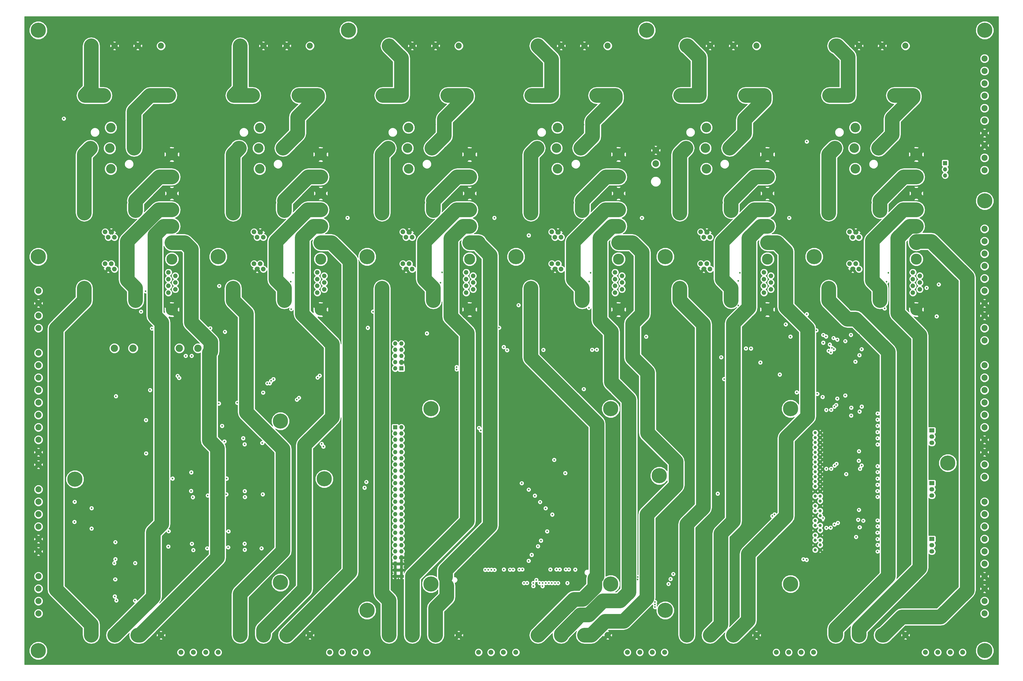
<source format=gbr>
G04 #@! TF.FileFunction,Copper,L9,Inr,Plane*
%FSLAX46Y46*%
G04 Gerber Fmt 4.6, Leading zero omitted, Abs format (unit mm)*
G04 Created by KiCad (PCBNEW 4.0.6) date 07/27/17 10:42:05*
%MOMM*%
%LPD*%
G01*
G04 APERTURE LIST*
%ADD10C,0.100000*%
%ADD11C,6.197600*%
%ADD12R,1.727200X1.727200*%
%ADD13O,1.727200X1.727200*%
%ADD14C,3.000000*%
%ADD15R,2.032000X1.727200*%
%ADD16O,2.032000X1.727200*%
%ADD17C,1.300000*%
%ADD18C,2.700000*%
%ADD19C,3.900000*%
%ADD20C,1.900000*%
%ADD21C,3.100000*%
%ADD22C,1.850000*%
%ADD23C,5.000000*%
%ADD24C,4.500000*%
%ADD25C,2.500000*%
%ADD26R,1.700000X1.700000*%
%ADD27O,1.700000X1.700000*%
%ADD28C,2.000000*%
%ADD29C,0.685800*%
%ADD30C,6.000000*%
%ADD31C,5.000000*%
%ADD32C,0.254000*%
G04 APERTURE END LIST*
D10*
D11*
X457403200Y-252095000D03*
X339293200Y-257302000D03*
X202133200Y-258572000D03*
X100025200Y-258699000D03*
X319410000Y-229870000D03*
X393040000Y-229870000D03*
X393040000Y-301600000D03*
X319410000Y-301600000D03*
X245770000Y-301600000D03*
X245770000Y-229870000D03*
X184150000Y-300990000D03*
X184150000Y-234950000D03*
D12*
X231140000Y-237490000D03*
D13*
X233680000Y-237490000D03*
X231140000Y-240030000D03*
X233680000Y-240030000D03*
X231140000Y-242570000D03*
X233680000Y-242570000D03*
X231140000Y-245110000D03*
X233680000Y-245110000D03*
X231140000Y-247650000D03*
X233680000Y-247650000D03*
X231140000Y-250190000D03*
X233680000Y-250190000D03*
X231140000Y-252730000D03*
X233680000Y-252730000D03*
X231140000Y-255270000D03*
X233680000Y-255270000D03*
X231140000Y-257810000D03*
X233680000Y-257810000D03*
X231140000Y-260350000D03*
X233680000Y-260350000D03*
X231140000Y-262890000D03*
X233680000Y-262890000D03*
X231140000Y-265430000D03*
X233680000Y-265430000D03*
X231140000Y-267970000D03*
X233680000Y-267970000D03*
X231140000Y-270510000D03*
X233680000Y-270510000D03*
X231140000Y-273050000D03*
X233680000Y-273050000D03*
X231140000Y-275590000D03*
X233680000Y-275590000D03*
X231140000Y-278130000D03*
X233680000Y-278130000D03*
X231140000Y-280670000D03*
X233680000Y-280670000D03*
X231140000Y-283210000D03*
X233680000Y-283210000D03*
X231140000Y-285750000D03*
X233680000Y-285750000D03*
X231140000Y-288290000D03*
X233680000Y-288290000D03*
X231140000Y-290830000D03*
X233680000Y-290830000D03*
X231140000Y-293370000D03*
X233680000Y-293370000D03*
X231140000Y-295910000D03*
X233680000Y-295910000D03*
X231140000Y-298450000D03*
X233680000Y-298450000D03*
D14*
X123825000Y-205105000D03*
X116205000Y-205105000D03*
X116205000Y-205105000D03*
X142795000Y-205105000D03*
X150415000Y-205105000D03*
D12*
X233680000Y-213360000D03*
D13*
X231140000Y-213360000D03*
X233680000Y-210820000D03*
X231140000Y-210820000D03*
X233680000Y-208280000D03*
X231140000Y-208280000D03*
X233680000Y-205740000D03*
X231140000Y-205740000D03*
X233680000Y-203200000D03*
X231140000Y-203200000D03*
D14*
X111760000Y-101600000D03*
X104140000Y-101600000D03*
X104140000Y-101600000D03*
X130730000Y-101600000D03*
X138350000Y-101600000D03*
X172720000Y-101600000D03*
X165100000Y-101600000D03*
X165100000Y-101600000D03*
X191690000Y-101600000D03*
X199310000Y-101600000D03*
X233680000Y-101600000D03*
X226060000Y-101600000D03*
X226060000Y-101600000D03*
X252650000Y-101600000D03*
X260270000Y-101600000D03*
X294640000Y-101600000D03*
X287020000Y-101600000D03*
X287020000Y-101600000D03*
X313610000Y-101600000D03*
X321230000Y-101600000D03*
X355600000Y-101600000D03*
X347980000Y-101600000D03*
X347980000Y-101600000D03*
X374570000Y-101600000D03*
X382190000Y-101600000D03*
X416560000Y-101600000D03*
X408940000Y-101600000D03*
X408940000Y-101600000D03*
X435530000Y-101600000D03*
X443150000Y-101600000D03*
D15*
X450850000Y-238760000D03*
D16*
X450850000Y-241300000D03*
X450850000Y-243840000D03*
D15*
X450850000Y-260350000D03*
D16*
X450850000Y-262890000D03*
X450850000Y-265430000D03*
D15*
X450850000Y-283210000D03*
D16*
X450850000Y-285750000D03*
X450850000Y-288290000D03*
D17*
X405130000Y-287655000D03*
X403130000Y-287655000D03*
X405130000Y-285655000D03*
X403130000Y-285655000D03*
X405130000Y-283655000D03*
X403130000Y-283655000D03*
X405130000Y-281655000D03*
X403130000Y-281655000D03*
X405130000Y-279655000D03*
X403130000Y-279655000D03*
X405130000Y-277655000D03*
X403130000Y-277655000D03*
X405130000Y-275655000D03*
X403130000Y-275655000D03*
X405130000Y-273655000D03*
X403130000Y-273655000D03*
X405130000Y-271655000D03*
X403130000Y-271655000D03*
X405130000Y-269655000D03*
X403130000Y-269655000D03*
X405130000Y-267655000D03*
X403130000Y-267655000D03*
X405130000Y-265655000D03*
X403130000Y-265655000D03*
X405130000Y-263655000D03*
X403130000Y-263655000D03*
X405130000Y-261655000D03*
X403130000Y-261655000D03*
X405130000Y-259655000D03*
X403130000Y-259655000D03*
X405130000Y-257655000D03*
X403130000Y-257655000D03*
X405130000Y-255655000D03*
X403130000Y-255655000D03*
X405130000Y-253655000D03*
X403130000Y-253655000D03*
X405130000Y-251655000D03*
X403130000Y-251655000D03*
X405130000Y-249655000D03*
X403130000Y-249655000D03*
X405130000Y-247655000D03*
X403130000Y-247655000D03*
X405130000Y-245655000D03*
X403130000Y-245655000D03*
X405130000Y-243655000D03*
X403130000Y-243655000D03*
X405130000Y-241655000D03*
X403130000Y-241655000D03*
X405130000Y-239655000D03*
X403130000Y-239655000D03*
D18*
X337820000Y-124040000D03*
X337820000Y-129540000D03*
D11*
X85039200Y-74930000D03*
X85039200Y-167640000D03*
X85039200Y-328930000D03*
X212039200Y-74930000D03*
X158699200Y-167640000D03*
X219659200Y-167640000D03*
X219659200Y-312420000D03*
X280619200Y-167640000D03*
X334086200Y-74930000D03*
X341706200Y-167640000D03*
X341706200Y-312420000D03*
X402666200Y-167640000D03*
X472516200Y-74930000D03*
X472516200Y-144780000D03*
X472516200Y-328930000D03*
D19*
X419506400Y-114757200D03*
X419506400Y-131648200D03*
X411099000Y-123190000D03*
X429006000Y-123190000D03*
X419100000Y-123190000D03*
X297586400Y-114757200D03*
X297586400Y-131648200D03*
X289179000Y-123190000D03*
X307086000Y-123190000D03*
X297180000Y-123190000D03*
X236626400Y-114757200D03*
X236626400Y-131648200D03*
X228219000Y-123190000D03*
X246126000Y-123190000D03*
X236220000Y-123190000D03*
X175666400Y-114757200D03*
X175666400Y-131648200D03*
X167259000Y-123190000D03*
X185166000Y-123190000D03*
X175260000Y-123190000D03*
X114706400Y-114757200D03*
X114706400Y-131648200D03*
X106299000Y-123190000D03*
X124206000Y-123190000D03*
X114300000Y-123190000D03*
X358546400Y-114757200D03*
X358546400Y-131648200D03*
X350139000Y-123190000D03*
X368046000Y-123190000D03*
X358140000Y-123190000D03*
D20*
X421005000Y-172720000D03*
X418465000Y-172720000D03*
X419735000Y-170520000D03*
X417195000Y-170520000D03*
D21*
X408600000Y-183030000D03*
X408600000Y-185570000D03*
X408600000Y-180490000D03*
X429600000Y-185570000D03*
X429600000Y-183030000D03*
X429600000Y-180490000D03*
D20*
X360045000Y-172720000D03*
X357505000Y-172720000D03*
X358775000Y-170520000D03*
X356235000Y-170520000D03*
D21*
X347640000Y-183030000D03*
X347640000Y-185570000D03*
X347640000Y-180490000D03*
X368640000Y-185570000D03*
X368640000Y-183030000D03*
X368640000Y-180490000D03*
D20*
X299085000Y-172720000D03*
X296545000Y-172720000D03*
X297815000Y-170520000D03*
X295275000Y-170520000D03*
D21*
X286680000Y-183030000D03*
X286680000Y-185570000D03*
X286680000Y-180490000D03*
X307680000Y-185570000D03*
X307680000Y-183030000D03*
X307680000Y-180490000D03*
D20*
X238125000Y-172720000D03*
X235585000Y-172720000D03*
X236855000Y-170520000D03*
X234315000Y-170520000D03*
D21*
X225720000Y-183030000D03*
X225720000Y-185570000D03*
X225720000Y-180490000D03*
X246720000Y-185570000D03*
X246720000Y-183030000D03*
X246720000Y-180490000D03*
D20*
X177165000Y-172720000D03*
X174625000Y-172720000D03*
X175895000Y-170520000D03*
X173355000Y-170520000D03*
D21*
X164760000Y-183030000D03*
X164760000Y-185570000D03*
X164760000Y-180490000D03*
X185760000Y-185570000D03*
X185760000Y-183030000D03*
X185760000Y-180490000D03*
D20*
X116205000Y-172720000D03*
X113665000Y-172720000D03*
X114935000Y-170520000D03*
X112395000Y-170520000D03*
D21*
X103800000Y-183030000D03*
X103800000Y-185570000D03*
X103800000Y-180490000D03*
X124800000Y-185570000D03*
X124800000Y-183030000D03*
X124800000Y-180490000D03*
D20*
X417195000Y-157480000D03*
X419735000Y-157480000D03*
X418465000Y-159680000D03*
X421005000Y-159680000D03*
D21*
X429600000Y-147170000D03*
X429600000Y-144630000D03*
X429600000Y-149710000D03*
X408600000Y-144630000D03*
X408600000Y-147170000D03*
X408600000Y-149710000D03*
D20*
X356235000Y-157480000D03*
X358775000Y-157480000D03*
X357505000Y-159680000D03*
X360045000Y-159680000D03*
D21*
X368640000Y-147170000D03*
X368640000Y-144630000D03*
X368640000Y-149710000D03*
X347640000Y-144630000D03*
X347640000Y-147170000D03*
X347640000Y-149710000D03*
D20*
X295275000Y-157480000D03*
X297815000Y-157480000D03*
X296545000Y-159680000D03*
X299085000Y-159680000D03*
D21*
X307680000Y-147170000D03*
X307680000Y-144630000D03*
X307680000Y-149710000D03*
X286680000Y-144630000D03*
X286680000Y-147170000D03*
X286680000Y-149710000D03*
D20*
X234315000Y-157480000D03*
X236855000Y-157480000D03*
X235585000Y-159680000D03*
X238125000Y-159680000D03*
D21*
X246720000Y-147170000D03*
X246720000Y-144630000D03*
X246720000Y-149710000D03*
X225720000Y-144630000D03*
X225720000Y-147170000D03*
X225720000Y-149710000D03*
D20*
X173355000Y-157480000D03*
X175895000Y-157480000D03*
X174625000Y-159680000D03*
X177165000Y-159680000D03*
D21*
X185760000Y-147170000D03*
X185760000Y-144630000D03*
X185760000Y-149710000D03*
X164760000Y-144630000D03*
X164760000Y-147170000D03*
X164760000Y-149710000D03*
D20*
X112395000Y-157480000D03*
X114935000Y-157480000D03*
X113665000Y-159680000D03*
X116205000Y-159680000D03*
D21*
X124800000Y-147170000D03*
X124800000Y-144630000D03*
X124800000Y-149710000D03*
X103800000Y-144630000D03*
X103800000Y-147170000D03*
X103800000Y-149710000D03*
D22*
X141120000Y-180980000D03*
X141120000Y-178210000D03*
X141120000Y-175440000D03*
X138280000Y-182350000D03*
X138280000Y-179580000D03*
X138280000Y-176810000D03*
X138280000Y-174040000D03*
D23*
X139700000Y-189230000D03*
X139700000Y-125730000D03*
D24*
X139700000Y-168600000D03*
X139700000Y-161870000D03*
X139700000Y-155140000D03*
X139700000Y-148410000D03*
X139700000Y-141680000D03*
X139700000Y-134950000D03*
D22*
X202080000Y-180980000D03*
X202080000Y-178210000D03*
X202080000Y-175440000D03*
X199240000Y-182350000D03*
X199240000Y-179580000D03*
X199240000Y-176810000D03*
X199240000Y-174040000D03*
D23*
X200660000Y-189230000D03*
X200660000Y-125730000D03*
D24*
X200660000Y-168600000D03*
X200660000Y-161870000D03*
X200660000Y-155140000D03*
X200660000Y-148410000D03*
X200660000Y-141680000D03*
X200660000Y-134950000D03*
D22*
X263040000Y-180980000D03*
X263040000Y-178210000D03*
X263040000Y-175440000D03*
X260200000Y-182350000D03*
X260200000Y-179580000D03*
X260200000Y-176810000D03*
X260200000Y-174040000D03*
D23*
X261620000Y-189230000D03*
X261620000Y-125730000D03*
D24*
X261620000Y-168600000D03*
X261620000Y-161870000D03*
X261620000Y-155140000D03*
X261620000Y-148410000D03*
X261620000Y-141680000D03*
X261620000Y-134950000D03*
D22*
X324000000Y-180980000D03*
X324000000Y-178210000D03*
X324000000Y-175440000D03*
X321160000Y-182350000D03*
X321160000Y-179580000D03*
X321160000Y-176810000D03*
X321160000Y-174040000D03*
D23*
X322580000Y-189230000D03*
X322580000Y-125730000D03*
D24*
X322580000Y-168600000D03*
X322580000Y-161870000D03*
X322580000Y-155140000D03*
X322580000Y-148410000D03*
X322580000Y-141680000D03*
X322580000Y-134950000D03*
D22*
X384960000Y-180980000D03*
X384960000Y-178210000D03*
X384960000Y-175440000D03*
X382120000Y-182350000D03*
X382120000Y-179580000D03*
X382120000Y-176810000D03*
X382120000Y-174040000D03*
D23*
X383540000Y-189230000D03*
X383540000Y-125730000D03*
D24*
X383540000Y-168600000D03*
X383540000Y-161870000D03*
X383540000Y-155140000D03*
X383540000Y-148410000D03*
X383540000Y-141680000D03*
X383540000Y-134950000D03*
D22*
X445920000Y-180980000D03*
X445920000Y-178210000D03*
X445920000Y-175440000D03*
X443080000Y-182350000D03*
X443080000Y-179580000D03*
X443080000Y-176810000D03*
X443080000Y-174040000D03*
D23*
X444500000Y-189230000D03*
X444500000Y-125730000D03*
D24*
X444500000Y-168600000D03*
X444500000Y-161870000D03*
X444500000Y-155140000D03*
X444500000Y-148410000D03*
X444500000Y-141680000D03*
X444500000Y-134950000D03*
D25*
X106680000Y-322580000D03*
X116200000Y-322580000D03*
X125720000Y-322580000D03*
X135240000Y-322580000D03*
X167640000Y-322580000D03*
X177160000Y-322580000D03*
X186680000Y-322580000D03*
X196200000Y-322580000D03*
X228600000Y-322580000D03*
X238120000Y-322580000D03*
X247640000Y-322580000D03*
X257160000Y-322580000D03*
X289560000Y-322580000D03*
X299080000Y-322580000D03*
X308600000Y-322580000D03*
X318120000Y-322580000D03*
X350520000Y-322580000D03*
X360040000Y-322580000D03*
X369560000Y-322580000D03*
X379080000Y-322580000D03*
X411480000Y-322580000D03*
X421000000Y-322580000D03*
X430520000Y-322580000D03*
X440040000Y-322580000D03*
X135255000Y-81280000D03*
X125735000Y-81280000D03*
X116215000Y-81280000D03*
X106695000Y-81280000D03*
X196215000Y-81280000D03*
X186695000Y-81280000D03*
X177175000Y-81280000D03*
X167655000Y-81280000D03*
X257175000Y-81280000D03*
X247655000Y-81280000D03*
X238135000Y-81280000D03*
X228615000Y-81280000D03*
X318135000Y-81280000D03*
X308615000Y-81280000D03*
X299095000Y-81280000D03*
X289575000Y-81280000D03*
X379095000Y-81280000D03*
X369575000Y-81280000D03*
X360055000Y-81280000D03*
X350535000Y-81280000D03*
X440055000Y-81280000D03*
X430535000Y-81280000D03*
X421015000Y-81280000D03*
X411495000Y-81280000D03*
X85090000Y-298450000D03*
X85090000Y-303530000D03*
X85090000Y-308610000D03*
X85090000Y-313690000D03*
X85090000Y-181610000D03*
X85090000Y-186690000D03*
X85090000Y-191770000D03*
X85090000Y-196850000D03*
X85090000Y-207010000D03*
X85090000Y-212090000D03*
X85090000Y-217170000D03*
X85090000Y-222250000D03*
X85090000Y-227330000D03*
X85090000Y-232410000D03*
X85090000Y-237490000D03*
X85090000Y-242570000D03*
X85090000Y-247650000D03*
X85090000Y-252730000D03*
X472440000Y-313690000D03*
X472440000Y-308610000D03*
X472440000Y-303530000D03*
X472440000Y-298450000D03*
X472440000Y-293370000D03*
X472440000Y-288290000D03*
X472440000Y-283210000D03*
X472440000Y-278130000D03*
X472440000Y-273050000D03*
X472440000Y-267970000D03*
X472440000Y-257810000D03*
X472440000Y-252730000D03*
X472440000Y-247650000D03*
X472440000Y-242570000D03*
X472440000Y-237490000D03*
X472440000Y-232410000D03*
X472440000Y-227330000D03*
X472440000Y-222250000D03*
X472440000Y-217170000D03*
X472440000Y-212090000D03*
X472440000Y-201930000D03*
X472440000Y-196850000D03*
X472440000Y-191770000D03*
X472440000Y-186690000D03*
X472440000Y-181610000D03*
X472440000Y-176530000D03*
X472440000Y-171450000D03*
X472440000Y-166370000D03*
X472440000Y-161290000D03*
X472440000Y-156210000D03*
X85090000Y-262890000D03*
X85090000Y-267970000D03*
X85090000Y-273050000D03*
X85090000Y-278130000D03*
X85090000Y-283210000D03*
X85090000Y-288290000D03*
X472440000Y-132209000D03*
X472440000Y-127129000D03*
X472440000Y-122049000D03*
X472440000Y-116969000D03*
X472440000Y-111889000D03*
X472440000Y-106809000D03*
X472440000Y-101729000D03*
X472440000Y-96649000D03*
X472440000Y-91569000D03*
X472440000Y-86489000D03*
D26*
X456298200Y-129309000D03*
D27*
X456298200Y-131849000D03*
X456298200Y-134389000D03*
D28*
X158638200Y-329609000D03*
X153558200Y-329609000D03*
X143398200Y-329609000D03*
X148478200Y-329609000D03*
X219538200Y-329609000D03*
X214458200Y-329609000D03*
X204298200Y-329609000D03*
X209378200Y-329609000D03*
X280538200Y-329609000D03*
X275458200Y-329609000D03*
X265298200Y-329609000D03*
X270378200Y-329609000D03*
X341438200Y-329609000D03*
X336358200Y-329609000D03*
X326198200Y-329609000D03*
X331278200Y-329609000D03*
X402438200Y-329609000D03*
X397358200Y-329609000D03*
X387198200Y-329609000D03*
X392278200Y-329609000D03*
X463438200Y-329609000D03*
X458358200Y-329609000D03*
X448198200Y-329609000D03*
X453278200Y-329609000D03*
D29*
X417722000Y-199625000D03*
X406400000Y-199644000D03*
X120497600Y-111760000D03*
X93802200Y-106680000D03*
X153490000Y-114757200D03*
X186512200Y-113538000D03*
X214450000Y-114782600D03*
X247472200Y-113538000D03*
X275410000Y-114782600D03*
X308279800Y-113588800D03*
X336370000Y-114805800D03*
X369392200Y-113538000D03*
X458290000Y-114805800D03*
X430352200Y-113538000D03*
X397330000Y-114757200D03*
X421030400Y-199720200D03*
X420954200Y-206273400D03*
X417855400Y-212166200D03*
X416534600Y-217170000D03*
X420979600Y-229743000D03*
X419531800Y-237083600D03*
X416255200Y-240665000D03*
X423595800Y-251129800D03*
X420116000Y-261213600D03*
X416433000Y-264795000D03*
X421477800Y-273980000D03*
X440870000Y-290294400D03*
X417830000Y-283870400D03*
X416636200Y-288925000D03*
X350545400Y-174421800D03*
X289610800Y-174650400D03*
X292125000Y-295732600D03*
X299745000Y-295732600D03*
X303555000Y-295783400D03*
X308329200Y-300585000D03*
X305460400Y-297408600D03*
X304190400Y-299948600D03*
X300380400Y-299948600D03*
X300380400Y-297408600D03*
X296570400Y-297408600D03*
X296570400Y-299949600D03*
X300355000Y-301218600D03*
X304165000Y-301218600D03*
X297230800Y-304165000D03*
X288975800Y-302488600D03*
X292811200Y-299897800D03*
X292760400Y-297408600D03*
X290220400Y-298678600D03*
X288925000Y-301193200D03*
X285115000Y-302463200D03*
X284581600Y-293370000D03*
X280695000Y-295783400D03*
X276885000Y-295783000D03*
X277520400Y-297408600D03*
X281305000Y-297434000D03*
X282576000Y-301244000D03*
X281330400Y-299949600D03*
X278790400Y-301219600D03*
X277521400Y-299948600D03*
X274980400Y-301219600D03*
X273685000Y-299975000D03*
X271170400Y-301219600D03*
X269888200Y-299961800D03*
X267360400Y-301219600D03*
X266090400Y-299949600D03*
X263525000Y-301245000D03*
X273708600Y-297408600D03*
X271170400Y-297434000D03*
X273075400Y-295833800D03*
X267360400Y-297409600D03*
X266090400Y-297409600D03*
X264185400Y-295833800D03*
X262915400Y-295808400D03*
X172720000Y-286791400D03*
X172770800Y-265201400D03*
X171881800Y-243586000D03*
X151434800Y-243840000D03*
X153365200Y-258749800D03*
X150495000Y-286715200D03*
X108889800Y-305435000D03*
X123190000Y-299974000D03*
X119684800Y-299720000D03*
X123190000Y-284734000D03*
X119735600Y-284530800D03*
X109067600Y-290195000D03*
X103047800Y-277495000D03*
X103073200Y-269240000D03*
X127355600Y-250164600D03*
X126161800Y-234340400D03*
X126161800Y-220395800D03*
X407543000Y-200279000D03*
X410591000Y-200914000D03*
X412141000Y-201575000D03*
X415417000Y-202184000D03*
X406400000Y-202819000D03*
X419555800Y-210590000D03*
X417855400Y-229412800D03*
X417830000Y-232638600D03*
X420949000Y-251150000D03*
X415798000Y-256616200D03*
X420700200Y-275310600D03*
X419836600Y-282346400D03*
X271805000Y-295834200D03*
X270535000Y-295783400D03*
X269265000Y-295783400D03*
X116509800Y-299720000D03*
X116560600Y-284480000D03*
X267995000Y-295783400D03*
X409067000Y-203581000D03*
X409981400Y-204927200D03*
X285140400Y-301193200D03*
X422097200Y-205486000D03*
X422148000Y-228981000D03*
X422122600Y-253111000D03*
X422783000Y-275691600D03*
X283857700Y-301231300D03*
X410997400Y-228981000D03*
X411048200Y-253111000D03*
X410997400Y-277241000D03*
X410743400Y-205486000D03*
X295275000Y-301218600D03*
X408609800Y-206121000D03*
X287706300Y-302463700D03*
X421208200Y-207924400D03*
X411683200Y-228320600D03*
X409625800Y-230301800D03*
X409625800Y-254431800D03*
X409422600Y-278536400D03*
X409524200Y-206781400D03*
X291490400Y-301218600D03*
X403593300Y-197751700D03*
X395554200Y-223139000D03*
X308356000Y-221818200D03*
X403991000Y-223770000D03*
X365810800Y-217703400D03*
X415391600Y-224420000D03*
X406146000Y-225044000D03*
X116586000Y-291465000D03*
X412140400Y-225704400D03*
X116332000Y-306705000D03*
X428675800Y-231800400D03*
X428625000Y-234315000D03*
X407644600Y-230352600D03*
X407644600Y-254457200D03*
X407644600Y-278612600D03*
X287680400Y-301193200D03*
X421259000Y-231013000D03*
X411810200Y-252425200D03*
X428625000Y-236855000D03*
X421017700Y-247256300D03*
X428599600Y-239395000D03*
X428625000Y-241935000D03*
X428625000Y-244475000D03*
X428625000Y-253365000D03*
X428625000Y-255778000D03*
X428625000Y-258445000D03*
X428599600Y-260985000D03*
X421436800Y-254457200D03*
X412394400Y-276580000D03*
X428586900Y-263563100D03*
X421005000Y-271272000D03*
X428625000Y-265938000D03*
X428599600Y-275590000D03*
X428625000Y-278003000D03*
X428586900Y-280581100D03*
X428625000Y-283210000D03*
X428625000Y-285623000D03*
X428625000Y-288290000D03*
X421309800Y-278384000D03*
X291465000Y-302514000D03*
X124663200Y-293065200D03*
X116113200Y-293075000D03*
X124587000Y-308432200D03*
X116976800Y-308315000D03*
X145364200Y-208203800D03*
X142048200Y-216399000D03*
X147802600Y-208203800D03*
X142668200Y-217259000D03*
X392455400Y-151714200D03*
X332155800Y-151739600D03*
X211607400Y-151688800D03*
X271754600Y-151688800D03*
X127076200Y-190093600D03*
X139979400Y-258445000D03*
X138353800Y-280009600D03*
X160274000Y-236880400D03*
X162128200Y-258445000D03*
X162890200Y-280060400D03*
X431546000Y-188798200D03*
X116789200Y-224739200D03*
X343038200Y-301599000D03*
X337508200Y-311059000D03*
X399592800Y-291719000D03*
X343868200Y-299589000D03*
X337488200Y-310009000D03*
X398246600Y-291490400D03*
X344988200Y-297519000D03*
X337488200Y-308959000D03*
X406298400Y-274624800D03*
X191719200Y-225399600D03*
X190881000Y-226136200D03*
X201752200Y-245364000D03*
X201041000Y-244246400D03*
X219328200Y-259839000D03*
X265455400Y-237718600D03*
X218598200Y-262189000D03*
X266217400Y-238734600D03*
X330498200Y-298789000D03*
X296238200Y-250789000D03*
X282956000Y-260350000D03*
X330378200Y-299759000D03*
X300768200Y-256229000D03*
X285800800Y-262966200D03*
X385568200Y-273789000D03*
X380658200Y-210939000D03*
X288315324Y-265455476D03*
X386468200Y-273109000D03*
X388588200Y-215859000D03*
X290474400Y-268046200D03*
X452828200Y-192029000D03*
X292709600Y-270611600D03*
X453690602Y-178981402D03*
X295452800Y-273177000D03*
X294055800Y-301193200D03*
X292785800Y-301193200D03*
X290233100Y-301205900D03*
X288925000Y-299948600D03*
X180340000Y-218440000D03*
X128981200Y-181762400D03*
X199364600Y-217093800D03*
X147574000Y-263525000D03*
X188569600Y-189077600D03*
X188417200Y-177825400D03*
X138252200Y-286283400D03*
X249682000Y-178308000D03*
X147878800Y-285140400D03*
X256311400Y-213791800D03*
X161213800Y-243281200D03*
X310540400Y-177800000D03*
X310438800Y-188518800D03*
X311759600Y-205714600D03*
X168910000Y-241935000D03*
X162001200Y-264896600D03*
X374726200Y-205181200D03*
X371602000Y-177520600D03*
X371627400Y-187553600D03*
X169519600Y-263601200D03*
X162763200Y-286588200D03*
X432333400Y-177876200D03*
X169468800Y-285115000D03*
X293370000Y-280060400D03*
X155422600Y-196900800D03*
X281965000Y-295681000D03*
X161417000Y-198374000D03*
X304850800Y-295706800D03*
X177063400Y-223240600D03*
X301650400Y-301218600D03*
X130759200Y-222224600D03*
X297840400Y-301244000D03*
X129108200Y-234492800D03*
X296570400Y-301218600D03*
X129133600Y-248132600D03*
X363194600Y-264617200D03*
X95453200Y-111074200D03*
X181279800Y-217728800D03*
X302260000Y-295656000D03*
X154381200Y-265379200D03*
X279425400Y-295732200D03*
X244119400Y-199009000D03*
X219913200Y-196723000D03*
X290830000Y-283845000D03*
X200202800Y-216306400D03*
X300990000Y-295656000D03*
X154178000Y-287020000D03*
X276949708Y-205880227D03*
X278155400Y-295732200D03*
X273685000Y-196672200D03*
X289585400Y-286156400D03*
X256311400Y-212801200D03*
X298475000Y-295681400D03*
X176707800Y-243865400D03*
X275590000Y-204597000D03*
X275615000Y-295681000D03*
X291795200Y-205765400D03*
X287020000Y-289687000D03*
X313690000Y-205689200D03*
X297180000Y-295656000D03*
X176911000Y-264896600D03*
X399669000Y-191135000D03*
X399643600Y-120472200D03*
X364591600Y-208788000D03*
X285775000Y-292125400D03*
X376783600Y-205206600D03*
X294665000Y-295681000D03*
X176403000Y-287020000D03*
X391033000Y-195326000D03*
X283210000Y-295656000D03*
X448716400Y-180365400D03*
X99898200Y-267970000D03*
X106840000Y-270560800D03*
X99822000Y-276199600D03*
X106832400Y-278917400D03*
X189357000Y-174218600D03*
X148285200Y-266065000D03*
X250342400Y-174015400D03*
X148488400Y-287731200D03*
X311175400Y-174167800D03*
X169494200Y-244398800D03*
X372249700Y-174180500D03*
X169595800Y-266014200D03*
X433044600Y-174244000D03*
X169519600Y-287578800D03*
X131521200Y-197027800D03*
X147650200Y-255905000D03*
X159080200Y-179578000D03*
X222046800Y-190093600D03*
X158953200Y-227711000D03*
X166471600Y-227380800D03*
X281635200Y-187452000D03*
X333883000Y-200355200D03*
X178765200Y-219456000D03*
X392963400Y-200329800D03*
X179755800Y-219430600D03*
X285826200Y-158877000D03*
D30*
X124825400Y-144630000D02*
X134505400Y-134950000D01*
X134505400Y-134950000D02*
X139725400Y-134950000D01*
X139725400Y-134950000D02*
X138912400Y-134950000D01*
X124825400Y-146154000D02*
X124825400Y-148694000D01*
X185785400Y-144630000D02*
X195465400Y-134950000D01*
X195465400Y-134950000D02*
X200685400Y-134950000D01*
X185785400Y-146154000D02*
X185785400Y-148694000D01*
X246745400Y-144630000D02*
X256425400Y-134950000D01*
X256425400Y-134950000D02*
X261645400Y-134950000D01*
X246745400Y-146154000D02*
X246745400Y-148694000D01*
X307705400Y-144630000D02*
X317385400Y-134950000D01*
X317385400Y-134950000D02*
X322605400Y-134950000D01*
X307705400Y-146154000D02*
X307705400Y-148694000D01*
X368665400Y-144630000D02*
X378345400Y-134950000D01*
X378345400Y-134950000D02*
X383565400Y-134950000D01*
X368665400Y-146154000D02*
X368665400Y-148694000D01*
X429625400Y-144630000D02*
X439305400Y-134950000D01*
X439305400Y-134950000D02*
X444525400Y-134950000D01*
X429625400Y-146154000D02*
X429625400Y-148694000D01*
X106705400Y-322580000D02*
X106705400Y-318262000D01*
X92303600Y-197091800D02*
X103825400Y-185570000D01*
X92303600Y-303860200D02*
X92303600Y-197091800D01*
X106705400Y-318262000D02*
X92303600Y-303860200D01*
X103825400Y-180490000D02*
X103825400Y-183030000D01*
X103825400Y-185570000D02*
X103825400Y-180490000D01*
X167665400Y-316230000D02*
X167665400Y-305587400D01*
X164785400Y-185570000D02*
X170205400Y-190990000D01*
X167665400Y-316230000D02*
X167665400Y-322580000D01*
X170205400Y-231368600D02*
X170205400Y-190990000D01*
X185166000Y-246329200D02*
X170205400Y-231368600D01*
X185166000Y-288086800D02*
X185166000Y-246329200D01*
X167665400Y-305587400D02*
X185166000Y-288086800D01*
X164785400Y-183030000D02*
X164785400Y-185570000D01*
X164785400Y-185570000D02*
X164785400Y-180490000D01*
X225745400Y-183030000D02*
X225745400Y-185570000D01*
X225745400Y-180490000D02*
X225745400Y-305476000D01*
X228625400Y-308356000D02*
X228625400Y-322580000D01*
X225745400Y-305476000D02*
X228625400Y-308356000D01*
X289585400Y-322580000D02*
X289636200Y-322580000D01*
X289636200Y-322580000D02*
X304342800Y-307873400D01*
X304342800Y-307873400D02*
X307975000Y-307873400D01*
X307975000Y-307873400D02*
X312877200Y-302971200D01*
X312877200Y-302971200D02*
X312877200Y-299313600D01*
X312877200Y-299313600D02*
X313740800Y-298450000D01*
X313740800Y-298450000D02*
X313740800Y-235991400D01*
X313740800Y-235991400D02*
X286705400Y-208956000D01*
X286705400Y-208956000D02*
X286705400Y-185570000D01*
X286705400Y-180490000D02*
X286705400Y-187792000D01*
X286705400Y-180490000D02*
X286705400Y-183030000D01*
X347665400Y-183030000D02*
X347665400Y-185570000D01*
X350545400Y-322580000D02*
X350545400Y-277114000D01*
X357276400Y-195181000D02*
X347665400Y-185570000D01*
X357276400Y-270383000D02*
X357276400Y-195181000D01*
X350545400Y-277114000D02*
X357276400Y-270383000D01*
X347665400Y-185570000D02*
X347665400Y-180490000D01*
X408625400Y-185570000D02*
X416204400Y-193149000D01*
X419640800Y-193149000D02*
X416204400Y-193149000D01*
X416204400Y-315214000D02*
X432968400Y-298450000D01*
X411505400Y-319913000D02*
X416204400Y-315214000D01*
X411505400Y-319913000D02*
X411505400Y-322580000D01*
X432968400Y-206476600D02*
X419640800Y-193149000D01*
X432968400Y-298450000D02*
X432968400Y-206476600D01*
X408625400Y-183030000D02*
X408625400Y-185570000D01*
X408625400Y-185570000D02*
X408625400Y-180490000D01*
X106720400Y-81280000D02*
X106720400Y-99045000D01*
X106720400Y-99045000D02*
X104165400Y-101600000D01*
X104165400Y-101600000D02*
X111785400Y-101600000D01*
X172745400Y-101600000D02*
X165125400Y-101600000D01*
X167680400Y-81280000D02*
X167680400Y-99045000D01*
X167680400Y-99045000D02*
X165125400Y-101600000D01*
X228640400Y-81280000D02*
X228640400Y-81295000D01*
X228640400Y-81295000D02*
X233705400Y-86360000D01*
X233705400Y-86360000D02*
X233705400Y-101600000D01*
X233705400Y-101600000D02*
X226085400Y-101600000D01*
X289600400Y-81280000D02*
X289600400Y-81295000D01*
X289600400Y-81295000D02*
X295173400Y-86868000D01*
X295173400Y-86868000D02*
X295173400Y-101092000D01*
X295173400Y-101092000D02*
X294665400Y-101600000D01*
X294665400Y-101600000D02*
X287045400Y-101600000D01*
X350560400Y-81280000D02*
X350799400Y-81280000D01*
X350799400Y-81280000D02*
X355625400Y-86106000D01*
X355625400Y-86106000D02*
X355625400Y-101600000D01*
X355625400Y-101600000D02*
X348005400Y-101600000D01*
X411520400Y-81280000D02*
X412013400Y-81280000D01*
X412013400Y-81280000D02*
X416585400Y-85852000D01*
X416585400Y-85852000D02*
X416585400Y-101600000D01*
X416585400Y-101600000D02*
X408965400Y-101600000D01*
X155092400Y-206908400D02*
X155625800Y-206375000D01*
X158343600Y-290830000D02*
X158343600Y-246100600D01*
X158343600Y-246100600D02*
X155041600Y-242798600D01*
X155041600Y-242798600D02*
X155041600Y-207695800D01*
X155041600Y-207695800D02*
X155041600Y-206908400D01*
X155041600Y-206908400D02*
X155092400Y-206908400D01*
X126593600Y-322580000D02*
X158343600Y-290830000D01*
X144953600Y-161870000D02*
X139725400Y-161870000D01*
X147650200Y-164566600D02*
X144953600Y-161870000D01*
X147650200Y-194513200D02*
X147650200Y-164566600D01*
X155625800Y-202488800D02*
X147650200Y-194513200D01*
X155625800Y-206375000D02*
X155625800Y-202488800D01*
X125745400Y-322580000D02*
X126593600Y-322580000D01*
X125745400Y-322580000D02*
X126263400Y-322580000D01*
X132765800Y-191795400D02*
X132765800Y-158729726D01*
X134645400Y-193675000D02*
X135559800Y-194589400D01*
X139725400Y-155140000D02*
X136355526Y-155140000D01*
X132765800Y-158729726D02*
X136355526Y-155140000D01*
X134645400Y-193675000D02*
X132765800Y-191795400D01*
X132054600Y-280466800D02*
X132054600Y-306857400D01*
X135559800Y-276961600D02*
X132054600Y-280466800D01*
X135559800Y-194589400D02*
X135559800Y-276961600D01*
X116225400Y-322580000D02*
X116332000Y-322580000D01*
X116332000Y-322580000D02*
X132054600Y-306857400D01*
X124825400Y-183030000D02*
X124825400Y-185570000D01*
X139725400Y-148410000D02*
X134317400Y-148410000D01*
X121437400Y-177102000D02*
X124825400Y-180490000D01*
X121437400Y-161290000D02*
X121437400Y-177102000D01*
X134317400Y-148410000D02*
X121437400Y-161290000D01*
X124825400Y-180490000D02*
X124825400Y-185570000D01*
X200685400Y-161870000D02*
X205075400Y-161870000D01*
X212623400Y-296662000D02*
X186705400Y-322580000D01*
X212623400Y-169418000D02*
X212623400Y-296662000D01*
X205075400Y-161870000D02*
X212623400Y-169418000D01*
X194005200Y-248767600D02*
X194005200Y-244678200D01*
X204825600Y-202895200D02*
X200050400Y-198120000D01*
X197739790Y-155140000D02*
X200685400Y-155140000D01*
X193065400Y-159814390D02*
X197739790Y-155140000D01*
X193065400Y-191135000D02*
X193065400Y-159814390D01*
X200050400Y-198120000D02*
X193065400Y-191135000D01*
X205384400Y-203454000D02*
X204825600Y-202895200D01*
X205384400Y-233299000D02*
X205384400Y-203454000D01*
X194005200Y-244678200D02*
X205384400Y-233299000D01*
X177185400Y-320426000D02*
X194005200Y-303606200D01*
X194005200Y-303606200D02*
X194005200Y-248767600D01*
X177185400Y-320426000D02*
X177185400Y-322580000D01*
X185785400Y-183030000D02*
X185785400Y-185570000D01*
X200685400Y-148410000D02*
X195277400Y-148410000D01*
X182270400Y-176975000D02*
X185785400Y-180490000D01*
X182270400Y-161417000D02*
X182270400Y-176975000D01*
X195277400Y-148410000D02*
X182270400Y-161417000D01*
X185785400Y-180490000D02*
X185785400Y-185570000D01*
D31*
X251714000Y-302412400D02*
X251714000Y-295960800D01*
X252247400Y-302945800D02*
X251714000Y-302412400D01*
D30*
X252247400Y-302945800D02*
X252247400Y-302412400D01*
X251714000Y-295960800D02*
X270027400Y-277647400D01*
X270027400Y-277647400D02*
X270027400Y-198247000D01*
X270027400Y-198247000D02*
X270027400Y-167081200D01*
X270027400Y-167081200D02*
X264816200Y-161870000D01*
X251714000Y-298704000D02*
X251714000Y-295960800D01*
X247665400Y-322580000D02*
X247665400Y-311490200D01*
X252247400Y-306908200D02*
X252247400Y-302945800D01*
X247665400Y-311490200D02*
X252247400Y-306908200D01*
X247665400Y-322580000D02*
X247675400Y-322580000D01*
X265222600Y-161870000D02*
X264816200Y-161870000D01*
X264816200Y-161870000D02*
X261645400Y-161870000D01*
X238145400Y-322580000D02*
X238145400Y-298328000D01*
X258905400Y-155140000D02*
X261645400Y-155140000D01*
X253922595Y-160122805D02*
X258905400Y-155140000D01*
X253922595Y-192175195D02*
X253922595Y-160122805D01*
X260629400Y-198882000D02*
X253922595Y-192175195D01*
X260629400Y-275844000D02*
X260629400Y-198882000D01*
X238145400Y-298328000D02*
X260629400Y-275844000D01*
X246745400Y-183030000D02*
X246745400Y-185570000D01*
X261645400Y-148410000D02*
X256237400Y-148410000D01*
X243103400Y-176848000D02*
X246745400Y-180490000D01*
X243103400Y-161544000D02*
X243103400Y-176848000D01*
X256237400Y-148410000D02*
X243103400Y-161544000D01*
X246745400Y-180490000D02*
X246745400Y-185570000D01*
X346100400Y-261239000D02*
X346100400Y-251460000D01*
X328320400Y-208915000D02*
X328320400Y-194945000D01*
X328320400Y-194945000D02*
X332257400Y-191008000D01*
X332257400Y-191008000D02*
X332257400Y-165862000D01*
X332257400Y-165862000D02*
X328265400Y-161870000D01*
X308625400Y-322580000D02*
X311378600Y-322580000D01*
X324688200Y-316839600D02*
X334162400Y-307365400D01*
X317119000Y-316839600D02*
X324688200Y-316839600D01*
X311378600Y-322580000D02*
X317119000Y-316839600D01*
X334162400Y-307365400D02*
X334162400Y-273177000D01*
X334162400Y-273177000D02*
X346100400Y-261239000D01*
X328265400Y-161870000D02*
X322605400Y-161870000D01*
X334416400Y-215011000D02*
X328320400Y-208915000D01*
X334416400Y-239776000D02*
X334416400Y-215011000D01*
X346100400Y-251460000D02*
X334416400Y-239776000D01*
X305155600Y-316077600D02*
X306959000Y-314274200D01*
X323189600Y-308508400D02*
X326796400Y-304901600D01*
X316128400Y-308508400D02*
X323189600Y-308508400D01*
X310362600Y-314274200D02*
X316128400Y-308508400D01*
X306959000Y-314274200D02*
X310362600Y-314274200D01*
X299105400Y-322127800D02*
X305155600Y-316077600D01*
X305155600Y-316077600D02*
X305181000Y-316052200D01*
X322046600Y-221335600D02*
X322046600Y-221310200D01*
X314985400Y-187706000D02*
X314985400Y-160020000D01*
X322605400Y-155140000D02*
X319865400Y-155140000D01*
X319865400Y-155140000D02*
X314985400Y-160020000D01*
X319659000Y-198374000D02*
X319659000Y-218922600D01*
X314985400Y-193700400D02*
X319659000Y-198374000D01*
X322046600Y-221310200D02*
X319659000Y-218922600D01*
X314985400Y-187706000D02*
X314985400Y-193700400D01*
X326796400Y-304901600D02*
X326796400Y-226085400D01*
X326796400Y-226085400D02*
X322046600Y-221335600D01*
X299105400Y-322580000D02*
X299105400Y-322127800D01*
X307705400Y-180490000D02*
X307705400Y-183030000D01*
X322605400Y-148410000D02*
X317197400Y-148410000D01*
X304063400Y-176848000D02*
X307705400Y-180490000D01*
X304063400Y-161544000D02*
X304063400Y-176848000D01*
X317197400Y-148410000D02*
X304063400Y-161544000D01*
X307705400Y-180490000D02*
X307705400Y-185570000D01*
X399973800Y-233019600D02*
X399973800Y-197104000D01*
X383565400Y-161870000D02*
X387447400Y-161870000D01*
X375691400Y-289306000D02*
X375691400Y-313454002D01*
X391185400Y-273812000D02*
X375691400Y-289306000D01*
X391185400Y-241808000D02*
X391185400Y-273812000D01*
X399973800Y-233019600D02*
X391185400Y-241808000D01*
X375691400Y-313454002D02*
X375691400Y-316474000D01*
X375691400Y-316474000D02*
X369585400Y-322580000D01*
X391109200Y-165531800D02*
X387447400Y-161870000D01*
X391109200Y-188239400D02*
X391109200Y-165531800D01*
X399973800Y-197104000D02*
X391109200Y-188239400D01*
X383565400Y-155140000D02*
X380825400Y-155140000D01*
X364515400Y-318130000D02*
X360065400Y-322580000D01*
X364515400Y-280924000D02*
X364515400Y-318130000D01*
X369595400Y-275844000D02*
X364515400Y-280924000D01*
X369595400Y-194818000D02*
X369595400Y-275844000D01*
X375945400Y-188468000D02*
X369595400Y-194818000D01*
X375945400Y-160020000D02*
X375945400Y-188468000D01*
X380825400Y-155140000D02*
X375945400Y-160020000D01*
X368665400Y-180490000D02*
X368665400Y-183030000D01*
X383565400Y-148410000D02*
X378157400Y-148410000D01*
X365023400Y-176848000D02*
X368665400Y-180490000D01*
X365023400Y-161544000D02*
X365023400Y-176848000D01*
X378157400Y-148410000D02*
X365023400Y-161544000D01*
X368665400Y-180490000D02*
X368665400Y-185570000D01*
X430545400Y-322580000D02*
X431063400Y-322580000D01*
X431063400Y-322580000D02*
X438556400Y-315087000D01*
X438556400Y-315087000D02*
X454431400Y-315087000D01*
X454431400Y-315087000D02*
X465302600Y-304215800D01*
X465302600Y-304215800D02*
X465302600Y-176022000D01*
X465302600Y-176022000D02*
X450620602Y-161340002D01*
X450620602Y-161340002D02*
X444525400Y-161340002D01*
X444525400Y-161340002D02*
X444525400Y-161870000D01*
X421025400Y-322580000D02*
X421025400Y-319892600D01*
X421025400Y-319892600D02*
X445922400Y-294995600D01*
X436905400Y-190754000D02*
X436905400Y-188468000D01*
X441785400Y-155140000D02*
X436905400Y-160020000D01*
X444525400Y-155140000D02*
X441785400Y-155140000D01*
X436905400Y-160020000D02*
X436905400Y-188468000D01*
X445922400Y-199771000D02*
X436905400Y-190754000D01*
X445922400Y-294995600D02*
X445922400Y-199771000D01*
X429625400Y-183030000D02*
X429625400Y-185570000D01*
X429625400Y-180490000D02*
X429625400Y-185570000D01*
X426491400Y-177356000D02*
X429625400Y-180490000D01*
X426491400Y-161036000D02*
X426491400Y-177356000D01*
X439117400Y-148410000D02*
X426491400Y-161036000D01*
X444525400Y-148410000D02*
X439117400Y-148410000D01*
X103825400Y-144630000D02*
X103825400Y-125689000D01*
X103825400Y-125689000D02*
X106324400Y-123190000D01*
X103825400Y-144630000D02*
X103825400Y-147170000D01*
X103825400Y-144630000D02*
X103825400Y-149710000D01*
X164785400Y-144630000D02*
X164785400Y-125689000D01*
X164785400Y-125689000D02*
X167284400Y-123190000D01*
X164785400Y-144630000D02*
X164785400Y-147170000D01*
X167284400Y-123190000D02*
X167030400Y-123190000D01*
X164785400Y-144630000D02*
X164785400Y-149710000D01*
X225745400Y-144630000D02*
X225745400Y-125689000D01*
X225745400Y-125689000D02*
X228244400Y-123190000D01*
X225745400Y-144630000D02*
X225745400Y-147170000D01*
X225745400Y-144630000D02*
X225745400Y-149710000D01*
X286705400Y-144630000D02*
X286705400Y-125689000D01*
X286705400Y-125689000D02*
X289204400Y-123190000D01*
X286705400Y-144630000D02*
X286705400Y-147170000D01*
X286705400Y-144630000D02*
X286705400Y-149710000D01*
X347665400Y-144630000D02*
X347665400Y-125689000D01*
X347665400Y-125689000D02*
X350164400Y-123190000D01*
X347665400Y-147170000D02*
X347665400Y-149710000D01*
X347665400Y-144630000D02*
X347665400Y-149710000D01*
X408625400Y-144630000D02*
X408625400Y-125689000D01*
X408625400Y-125689000D02*
X411124400Y-123190000D01*
X408625400Y-144630000D02*
X408625400Y-147170000D01*
X408625400Y-149710000D02*
X408625400Y-144630000D01*
X124231400Y-123190000D02*
X124231400Y-108124000D01*
X124231400Y-108124000D02*
X130755400Y-101600000D01*
X130755400Y-101600000D02*
X138375400Y-101600000D01*
X199335400Y-101600000D02*
X199335400Y-102315000D01*
X199335400Y-102315000D02*
X191160400Y-110490000D01*
X191160400Y-110490000D02*
X191160400Y-117221000D01*
X191160400Y-117221000D02*
X185191400Y-123190000D01*
X199335400Y-101600000D02*
X191715400Y-101600000D01*
X260295400Y-101600000D02*
X260295400Y-102188000D01*
X260295400Y-102188000D02*
X251231400Y-111252000D01*
X251231400Y-118110000D02*
X246151400Y-123190000D01*
X251231400Y-111252000D02*
X251231400Y-118110000D01*
X260295400Y-101600000D02*
X252675400Y-101600000D01*
X321255400Y-101600000D02*
X321255400Y-102950000D01*
X321255400Y-102950000D02*
X311937400Y-112268000D01*
X311937400Y-118364000D02*
X307111400Y-123190000D01*
X311937400Y-112268000D02*
X311937400Y-118364000D01*
X321255400Y-101600000D02*
X313635400Y-101600000D01*
X382215400Y-101600000D02*
X382215400Y-103458000D01*
X374167400Y-117094000D02*
X368071400Y-123190000D01*
X374167400Y-111506000D02*
X374167400Y-117094000D01*
X382215400Y-103458000D02*
X374167400Y-111506000D01*
X382215400Y-101600000D02*
X374595400Y-101600000D01*
X443175400Y-101600000D02*
X443175400Y-102442000D01*
X443175400Y-102442000D02*
X434619400Y-110998000D01*
X434619400Y-117602000D02*
X429031400Y-123190000D01*
X434619400Y-110998000D02*
X434619400Y-117602000D01*
X443175400Y-101600000D02*
X435555400Y-101600000D01*
D32*
G36*
X478080000Y-334570000D02*
X79450000Y-334570000D01*
X79450000Y-329669440D01*
X81304754Y-329669440D01*
X81871993Y-331042264D01*
X82921411Y-332093515D01*
X84293243Y-332663150D01*
X85778640Y-332664446D01*
X87151464Y-332097207D01*
X88202715Y-331047789D01*
X88665701Y-329932795D01*
X141762916Y-329932795D01*
X142011306Y-330533943D01*
X142470837Y-330994278D01*
X143071552Y-331243716D01*
X143721995Y-331244284D01*
X144323143Y-330995894D01*
X144783478Y-330536363D01*
X145032916Y-329935648D01*
X145032918Y-329932795D01*
X146842916Y-329932795D01*
X147091306Y-330533943D01*
X147550837Y-330994278D01*
X148151552Y-331243716D01*
X148801995Y-331244284D01*
X149403143Y-330995894D01*
X149863478Y-330536363D01*
X150112916Y-329935648D01*
X150112918Y-329932795D01*
X151922916Y-329932795D01*
X152171306Y-330533943D01*
X152630837Y-330994278D01*
X153231552Y-331243716D01*
X153881995Y-331244284D01*
X154483143Y-330995894D01*
X154943478Y-330536363D01*
X155192916Y-329935648D01*
X155192918Y-329932795D01*
X157002916Y-329932795D01*
X157251306Y-330533943D01*
X157710837Y-330994278D01*
X158311552Y-331243716D01*
X158961995Y-331244284D01*
X159563143Y-330995894D01*
X160023478Y-330536363D01*
X160272916Y-329935648D01*
X160272918Y-329932795D01*
X202662916Y-329932795D01*
X202911306Y-330533943D01*
X203370837Y-330994278D01*
X203971552Y-331243716D01*
X204621995Y-331244284D01*
X205223143Y-330995894D01*
X205683478Y-330536363D01*
X205932916Y-329935648D01*
X205932918Y-329932795D01*
X207742916Y-329932795D01*
X207991306Y-330533943D01*
X208450837Y-330994278D01*
X209051552Y-331243716D01*
X209701995Y-331244284D01*
X210303143Y-330995894D01*
X210763478Y-330536363D01*
X211012916Y-329935648D01*
X211012918Y-329932795D01*
X212822916Y-329932795D01*
X213071306Y-330533943D01*
X213530837Y-330994278D01*
X214131552Y-331243716D01*
X214781995Y-331244284D01*
X215383143Y-330995894D01*
X215843478Y-330536363D01*
X216092916Y-329935648D01*
X216092918Y-329932795D01*
X217902916Y-329932795D01*
X218151306Y-330533943D01*
X218610837Y-330994278D01*
X219211552Y-331243716D01*
X219861995Y-331244284D01*
X220463143Y-330995894D01*
X220923478Y-330536363D01*
X221172916Y-329935648D01*
X221172918Y-329932795D01*
X263662916Y-329932795D01*
X263911306Y-330533943D01*
X264370837Y-330994278D01*
X264971552Y-331243716D01*
X265621995Y-331244284D01*
X266223143Y-330995894D01*
X266683478Y-330536363D01*
X266932916Y-329935648D01*
X266932918Y-329932795D01*
X268742916Y-329932795D01*
X268991306Y-330533943D01*
X269450837Y-330994278D01*
X270051552Y-331243716D01*
X270701995Y-331244284D01*
X271303143Y-330995894D01*
X271763478Y-330536363D01*
X272012916Y-329935648D01*
X272012918Y-329932795D01*
X273822916Y-329932795D01*
X274071306Y-330533943D01*
X274530837Y-330994278D01*
X275131552Y-331243716D01*
X275781995Y-331244284D01*
X276383143Y-330995894D01*
X276843478Y-330536363D01*
X277092916Y-329935648D01*
X277092918Y-329932795D01*
X278902916Y-329932795D01*
X279151306Y-330533943D01*
X279610837Y-330994278D01*
X280211552Y-331243716D01*
X280861995Y-331244284D01*
X281463143Y-330995894D01*
X281923478Y-330536363D01*
X282172916Y-329935648D01*
X282172918Y-329932795D01*
X324562916Y-329932795D01*
X324811306Y-330533943D01*
X325270837Y-330994278D01*
X325871552Y-331243716D01*
X326521995Y-331244284D01*
X327123143Y-330995894D01*
X327583478Y-330536363D01*
X327832916Y-329935648D01*
X327832918Y-329932795D01*
X329642916Y-329932795D01*
X329891306Y-330533943D01*
X330350837Y-330994278D01*
X330951552Y-331243716D01*
X331601995Y-331244284D01*
X332203143Y-330995894D01*
X332663478Y-330536363D01*
X332912916Y-329935648D01*
X332912918Y-329932795D01*
X334722916Y-329932795D01*
X334971306Y-330533943D01*
X335430837Y-330994278D01*
X336031552Y-331243716D01*
X336681995Y-331244284D01*
X337283143Y-330995894D01*
X337743478Y-330536363D01*
X337992916Y-329935648D01*
X337992918Y-329932795D01*
X339802916Y-329932795D01*
X340051306Y-330533943D01*
X340510837Y-330994278D01*
X341111552Y-331243716D01*
X341761995Y-331244284D01*
X342363143Y-330995894D01*
X342823478Y-330536363D01*
X343072916Y-329935648D01*
X343072918Y-329932795D01*
X385562916Y-329932795D01*
X385811306Y-330533943D01*
X386270837Y-330994278D01*
X386871552Y-331243716D01*
X387521995Y-331244284D01*
X388123143Y-330995894D01*
X388583478Y-330536363D01*
X388832916Y-329935648D01*
X388832918Y-329932795D01*
X390642916Y-329932795D01*
X390891306Y-330533943D01*
X391350837Y-330994278D01*
X391951552Y-331243716D01*
X392601995Y-331244284D01*
X393203143Y-330995894D01*
X393663478Y-330536363D01*
X393912916Y-329935648D01*
X393912918Y-329932795D01*
X395722916Y-329932795D01*
X395971306Y-330533943D01*
X396430837Y-330994278D01*
X397031552Y-331243716D01*
X397681995Y-331244284D01*
X398283143Y-330995894D01*
X398743478Y-330536363D01*
X398992916Y-329935648D01*
X398992918Y-329932795D01*
X400802916Y-329932795D01*
X401051306Y-330533943D01*
X401510837Y-330994278D01*
X402111552Y-331243716D01*
X402761995Y-331244284D01*
X403363143Y-330995894D01*
X403823478Y-330536363D01*
X404072916Y-329935648D01*
X404072918Y-329932795D01*
X446562916Y-329932795D01*
X446811306Y-330533943D01*
X447270837Y-330994278D01*
X447871552Y-331243716D01*
X448521995Y-331244284D01*
X449123143Y-330995894D01*
X449583478Y-330536363D01*
X449832916Y-329935648D01*
X449832918Y-329932795D01*
X451642916Y-329932795D01*
X451891306Y-330533943D01*
X452350837Y-330994278D01*
X452951552Y-331243716D01*
X453601995Y-331244284D01*
X454203143Y-330995894D01*
X454663478Y-330536363D01*
X454912916Y-329935648D01*
X454912918Y-329932795D01*
X456722916Y-329932795D01*
X456971306Y-330533943D01*
X457430837Y-330994278D01*
X458031552Y-331243716D01*
X458681995Y-331244284D01*
X459283143Y-330995894D01*
X459743478Y-330536363D01*
X459992916Y-329935648D01*
X459992918Y-329932795D01*
X461802916Y-329932795D01*
X462051306Y-330533943D01*
X462510837Y-330994278D01*
X463111552Y-331243716D01*
X463761995Y-331244284D01*
X464363143Y-330995894D01*
X464823478Y-330536363D01*
X465072916Y-329935648D01*
X465073148Y-329669440D01*
X468781754Y-329669440D01*
X469348993Y-331042264D01*
X470398411Y-332093515D01*
X471770243Y-332663150D01*
X473255640Y-332664446D01*
X474628464Y-332097207D01*
X475679715Y-331047789D01*
X476249350Y-329675957D01*
X476250646Y-328190560D01*
X475683407Y-326817736D01*
X474633989Y-325766485D01*
X473262157Y-325196850D01*
X471776760Y-325195554D01*
X470403936Y-325762793D01*
X469352685Y-326812211D01*
X468783050Y-328184043D01*
X468781754Y-329669440D01*
X465073148Y-329669440D01*
X465073484Y-329285205D01*
X464825094Y-328684057D01*
X464365563Y-328223722D01*
X463764848Y-327974284D01*
X463114405Y-327973716D01*
X462513257Y-328222106D01*
X462052922Y-328681637D01*
X461803484Y-329282352D01*
X461802916Y-329932795D01*
X459992918Y-329932795D01*
X459993484Y-329285205D01*
X459745094Y-328684057D01*
X459285563Y-328223722D01*
X458684848Y-327974284D01*
X458034405Y-327973716D01*
X457433257Y-328222106D01*
X456972922Y-328681637D01*
X456723484Y-329282352D01*
X456722916Y-329932795D01*
X454912918Y-329932795D01*
X454913484Y-329285205D01*
X454665094Y-328684057D01*
X454205563Y-328223722D01*
X453604848Y-327974284D01*
X452954405Y-327973716D01*
X452353257Y-328222106D01*
X451892922Y-328681637D01*
X451643484Y-329282352D01*
X451642916Y-329932795D01*
X449832918Y-329932795D01*
X449833484Y-329285205D01*
X449585094Y-328684057D01*
X449125563Y-328223722D01*
X448524848Y-327974284D01*
X447874405Y-327973716D01*
X447273257Y-328222106D01*
X446812922Y-328681637D01*
X446563484Y-329282352D01*
X446562916Y-329932795D01*
X404072918Y-329932795D01*
X404073484Y-329285205D01*
X403825094Y-328684057D01*
X403365563Y-328223722D01*
X402764848Y-327974284D01*
X402114405Y-327973716D01*
X401513257Y-328222106D01*
X401052922Y-328681637D01*
X400803484Y-329282352D01*
X400802916Y-329932795D01*
X398992918Y-329932795D01*
X398993484Y-329285205D01*
X398745094Y-328684057D01*
X398285563Y-328223722D01*
X397684848Y-327974284D01*
X397034405Y-327973716D01*
X396433257Y-328222106D01*
X395972922Y-328681637D01*
X395723484Y-329282352D01*
X395722916Y-329932795D01*
X393912918Y-329932795D01*
X393913484Y-329285205D01*
X393665094Y-328684057D01*
X393205563Y-328223722D01*
X392604848Y-327974284D01*
X391954405Y-327973716D01*
X391353257Y-328222106D01*
X390892922Y-328681637D01*
X390643484Y-329282352D01*
X390642916Y-329932795D01*
X388832918Y-329932795D01*
X388833484Y-329285205D01*
X388585094Y-328684057D01*
X388125563Y-328223722D01*
X387524848Y-327974284D01*
X386874405Y-327973716D01*
X386273257Y-328222106D01*
X385812922Y-328681637D01*
X385563484Y-329282352D01*
X385562916Y-329932795D01*
X343072918Y-329932795D01*
X343073484Y-329285205D01*
X342825094Y-328684057D01*
X342365563Y-328223722D01*
X341764848Y-327974284D01*
X341114405Y-327973716D01*
X340513257Y-328222106D01*
X340052922Y-328681637D01*
X339803484Y-329282352D01*
X339802916Y-329932795D01*
X337992918Y-329932795D01*
X337993484Y-329285205D01*
X337745094Y-328684057D01*
X337285563Y-328223722D01*
X336684848Y-327974284D01*
X336034405Y-327973716D01*
X335433257Y-328222106D01*
X334972922Y-328681637D01*
X334723484Y-329282352D01*
X334722916Y-329932795D01*
X332912918Y-329932795D01*
X332913484Y-329285205D01*
X332665094Y-328684057D01*
X332205563Y-328223722D01*
X331604848Y-327974284D01*
X330954405Y-327973716D01*
X330353257Y-328222106D01*
X329892922Y-328681637D01*
X329643484Y-329282352D01*
X329642916Y-329932795D01*
X327832918Y-329932795D01*
X327833484Y-329285205D01*
X327585094Y-328684057D01*
X327125563Y-328223722D01*
X326524848Y-327974284D01*
X325874405Y-327973716D01*
X325273257Y-328222106D01*
X324812922Y-328681637D01*
X324563484Y-329282352D01*
X324562916Y-329932795D01*
X282172918Y-329932795D01*
X282173484Y-329285205D01*
X281925094Y-328684057D01*
X281465563Y-328223722D01*
X280864848Y-327974284D01*
X280214405Y-327973716D01*
X279613257Y-328222106D01*
X279152922Y-328681637D01*
X278903484Y-329282352D01*
X278902916Y-329932795D01*
X277092918Y-329932795D01*
X277093484Y-329285205D01*
X276845094Y-328684057D01*
X276385563Y-328223722D01*
X275784848Y-327974284D01*
X275134405Y-327973716D01*
X274533257Y-328222106D01*
X274072922Y-328681637D01*
X273823484Y-329282352D01*
X273822916Y-329932795D01*
X272012918Y-329932795D01*
X272013484Y-329285205D01*
X271765094Y-328684057D01*
X271305563Y-328223722D01*
X270704848Y-327974284D01*
X270054405Y-327973716D01*
X269453257Y-328222106D01*
X268992922Y-328681637D01*
X268743484Y-329282352D01*
X268742916Y-329932795D01*
X266932918Y-329932795D01*
X266933484Y-329285205D01*
X266685094Y-328684057D01*
X266225563Y-328223722D01*
X265624848Y-327974284D01*
X264974405Y-327973716D01*
X264373257Y-328222106D01*
X263912922Y-328681637D01*
X263663484Y-329282352D01*
X263662916Y-329932795D01*
X221172918Y-329932795D01*
X221173484Y-329285205D01*
X220925094Y-328684057D01*
X220465563Y-328223722D01*
X219864848Y-327974284D01*
X219214405Y-327973716D01*
X218613257Y-328222106D01*
X218152922Y-328681637D01*
X217903484Y-329282352D01*
X217902916Y-329932795D01*
X216092918Y-329932795D01*
X216093484Y-329285205D01*
X215845094Y-328684057D01*
X215385563Y-328223722D01*
X214784848Y-327974284D01*
X214134405Y-327973716D01*
X213533257Y-328222106D01*
X213072922Y-328681637D01*
X212823484Y-329282352D01*
X212822916Y-329932795D01*
X211012918Y-329932795D01*
X211013484Y-329285205D01*
X210765094Y-328684057D01*
X210305563Y-328223722D01*
X209704848Y-327974284D01*
X209054405Y-327973716D01*
X208453257Y-328222106D01*
X207992922Y-328681637D01*
X207743484Y-329282352D01*
X207742916Y-329932795D01*
X205932918Y-329932795D01*
X205933484Y-329285205D01*
X205685094Y-328684057D01*
X205225563Y-328223722D01*
X204624848Y-327974284D01*
X203974405Y-327973716D01*
X203373257Y-328222106D01*
X202912922Y-328681637D01*
X202663484Y-329282352D01*
X202662916Y-329932795D01*
X160272918Y-329932795D01*
X160273484Y-329285205D01*
X160025094Y-328684057D01*
X159565563Y-328223722D01*
X158964848Y-327974284D01*
X158314405Y-327973716D01*
X157713257Y-328222106D01*
X157252922Y-328681637D01*
X157003484Y-329282352D01*
X157002916Y-329932795D01*
X155192918Y-329932795D01*
X155193484Y-329285205D01*
X154945094Y-328684057D01*
X154485563Y-328223722D01*
X153884848Y-327974284D01*
X153234405Y-327973716D01*
X152633257Y-328222106D01*
X152172922Y-328681637D01*
X151923484Y-329282352D01*
X151922916Y-329932795D01*
X150112918Y-329932795D01*
X150113484Y-329285205D01*
X149865094Y-328684057D01*
X149405563Y-328223722D01*
X148804848Y-327974284D01*
X148154405Y-327973716D01*
X147553257Y-328222106D01*
X147092922Y-328681637D01*
X146843484Y-329282352D01*
X146842916Y-329932795D01*
X145032918Y-329932795D01*
X145033484Y-329285205D01*
X144785094Y-328684057D01*
X144325563Y-328223722D01*
X143724848Y-327974284D01*
X143074405Y-327973716D01*
X142473257Y-328222106D01*
X142012922Y-328681637D01*
X141763484Y-329282352D01*
X141762916Y-329932795D01*
X88665701Y-329932795D01*
X88772350Y-329675957D01*
X88773646Y-328190560D01*
X88206407Y-326817736D01*
X87156989Y-325766485D01*
X85785157Y-325196850D01*
X84299760Y-325195554D01*
X82926936Y-325762793D01*
X81875685Y-326812211D01*
X81306050Y-328184043D01*
X81304754Y-329669440D01*
X79450000Y-329669440D01*
X79450000Y-314063305D01*
X83204674Y-314063305D01*
X83491043Y-314756372D01*
X84020839Y-315287093D01*
X84713405Y-315574672D01*
X85463305Y-315575326D01*
X86156372Y-315288957D01*
X86687093Y-314759161D01*
X86974672Y-314066595D01*
X86975326Y-313316695D01*
X86688957Y-312623628D01*
X86159161Y-312092907D01*
X85466595Y-311805328D01*
X84716695Y-311804674D01*
X84023628Y-312091043D01*
X83492907Y-312620839D01*
X83205328Y-313313405D01*
X83204674Y-314063305D01*
X79450000Y-314063305D01*
X79450000Y-308983305D01*
X83204674Y-308983305D01*
X83491043Y-309676372D01*
X84020839Y-310207093D01*
X84713405Y-310494672D01*
X85463305Y-310495326D01*
X86156372Y-310208957D01*
X86687093Y-309679161D01*
X86974672Y-308986595D01*
X86975326Y-308236695D01*
X86688957Y-307543628D01*
X86159161Y-307012907D01*
X85466595Y-306725328D01*
X84716695Y-306724674D01*
X84023628Y-307011043D01*
X83492907Y-307540839D01*
X83205328Y-308233405D01*
X83204674Y-308983305D01*
X79450000Y-308983305D01*
X79450000Y-303903305D01*
X83204674Y-303903305D01*
X83491043Y-304596372D01*
X84020839Y-305127093D01*
X84713405Y-305414672D01*
X85463305Y-305415326D01*
X86156372Y-305128957D01*
X86687093Y-304599161D01*
X86974672Y-303906595D01*
X86975326Y-303156695D01*
X86688957Y-302463628D01*
X86159161Y-301932907D01*
X85466595Y-301645328D01*
X84716695Y-301644674D01*
X84023628Y-301931043D01*
X83492907Y-302460839D01*
X83205328Y-303153405D01*
X83204674Y-303903305D01*
X79450000Y-303903305D01*
X79450000Y-298823305D01*
X83204674Y-298823305D01*
X83491043Y-299516372D01*
X84020839Y-300047093D01*
X84713405Y-300334672D01*
X85463305Y-300335326D01*
X86156372Y-300048957D01*
X86687093Y-299519161D01*
X86974672Y-298826595D01*
X86975326Y-298076695D01*
X86688957Y-297383628D01*
X86159161Y-296852907D01*
X85466595Y-296565328D01*
X84716695Y-296564674D01*
X84023628Y-296851043D01*
X83492907Y-297380839D01*
X83205328Y-298073405D01*
X83204674Y-298823305D01*
X79450000Y-298823305D01*
X79450000Y-289897741D01*
X84366143Y-289897741D01*
X84527356Y-290127727D01*
X85273452Y-290203153D01*
X85652644Y-290127727D01*
X85813857Y-289897741D01*
X85090000Y-289173883D01*
X84366143Y-289897741D01*
X79450000Y-289897741D01*
X79450000Y-288473452D01*
X83176847Y-288473452D01*
X83252273Y-288852644D01*
X83482259Y-289013857D01*
X84206117Y-288290000D01*
X85973883Y-288290000D01*
X86697741Y-289013857D01*
X86927727Y-288852644D01*
X87003153Y-288106548D01*
X86927727Y-287727356D01*
X86697741Y-287566143D01*
X85973883Y-288290000D01*
X84206117Y-288290000D01*
X83482259Y-287566143D01*
X83252273Y-287727356D01*
X83176847Y-288473452D01*
X79450000Y-288473452D01*
X79450000Y-286682259D01*
X84366143Y-286682259D01*
X85090000Y-287406117D01*
X85813857Y-286682259D01*
X85652644Y-286452273D01*
X84906548Y-286376847D01*
X84527356Y-286452273D01*
X84366143Y-286682259D01*
X79450000Y-286682259D01*
X79450000Y-284817741D01*
X84366143Y-284817741D01*
X84527356Y-285047727D01*
X85273452Y-285123153D01*
X85652644Y-285047727D01*
X85813857Y-284817741D01*
X85090000Y-284093883D01*
X84366143Y-284817741D01*
X79450000Y-284817741D01*
X79450000Y-283393452D01*
X83176847Y-283393452D01*
X83252273Y-283772644D01*
X83482259Y-283933857D01*
X84206117Y-283210000D01*
X85973883Y-283210000D01*
X86697741Y-283933857D01*
X86927727Y-283772644D01*
X87003153Y-283026548D01*
X86927727Y-282647356D01*
X86697741Y-282486143D01*
X85973883Y-283210000D01*
X84206117Y-283210000D01*
X83482259Y-282486143D01*
X83252273Y-282647356D01*
X83176847Y-283393452D01*
X79450000Y-283393452D01*
X79450000Y-281602259D01*
X84366143Y-281602259D01*
X85090000Y-282326117D01*
X85813857Y-281602259D01*
X85652644Y-281372273D01*
X84906548Y-281296847D01*
X84527356Y-281372273D01*
X84366143Y-281602259D01*
X79450000Y-281602259D01*
X79450000Y-278503305D01*
X83204674Y-278503305D01*
X83491043Y-279196372D01*
X84020839Y-279727093D01*
X84713405Y-280014672D01*
X85463305Y-280015326D01*
X86156372Y-279728957D01*
X86687093Y-279199161D01*
X86974672Y-278506595D01*
X86975326Y-277756695D01*
X86688957Y-277063628D01*
X86159161Y-276532907D01*
X85466595Y-276245328D01*
X84716695Y-276244674D01*
X84023628Y-276531043D01*
X83492907Y-277060839D01*
X83205328Y-277753405D01*
X83204674Y-278503305D01*
X79450000Y-278503305D01*
X79450000Y-273423305D01*
X83204674Y-273423305D01*
X83491043Y-274116372D01*
X84020839Y-274647093D01*
X84713405Y-274934672D01*
X85463305Y-274935326D01*
X86156372Y-274648957D01*
X86687093Y-274119161D01*
X86974672Y-273426595D01*
X86975326Y-272676695D01*
X86688957Y-271983628D01*
X86159161Y-271452907D01*
X85466595Y-271165328D01*
X84716695Y-271164674D01*
X84023628Y-271451043D01*
X83492907Y-271980839D01*
X83205328Y-272673405D01*
X83204674Y-273423305D01*
X79450000Y-273423305D01*
X79450000Y-268343305D01*
X83204674Y-268343305D01*
X83491043Y-269036372D01*
X84020839Y-269567093D01*
X84713405Y-269854672D01*
X85463305Y-269855326D01*
X86156372Y-269568957D01*
X86687093Y-269039161D01*
X86974672Y-268346595D01*
X86975326Y-267596695D01*
X86688957Y-266903628D01*
X86159161Y-266372907D01*
X85466595Y-266085328D01*
X84716695Y-266084674D01*
X84023628Y-266371043D01*
X83492907Y-266900839D01*
X83205328Y-267593405D01*
X83204674Y-268343305D01*
X79450000Y-268343305D01*
X79450000Y-263263305D01*
X83204674Y-263263305D01*
X83491043Y-263956372D01*
X84020839Y-264487093D01*
X84713405Y-264774672D01*
X85463305Y-264775326D01*
X86156372Y-264488957D01*
X86687093Y-263959161D01*
X86974672Y-263266595D01*
X86975326Y-262516695D01*
X86688957Y-261823628D01*
X86159161Y-261292907D01*
X85466595Y-261005328D01*
X84716695Y-261004674D01*
X84023628Y-261291043D01*
X83492907Y-261820839D01*
X83205328Y-262513405D01*
X83204674Y-263263305D01*
X79450000Y-263263305D01*
X79450000Y-254337741D01*
X84366143Y-254337741D01*
X84527356Y-254567727D01*
X85273452Y-254643153D01*
X85652644Y-254567727D01*
X85813857Y-254337741D01*
X85090000Y-253613883D01*
X84366143Y-254337741D01*
X79450000Y-254337741D01*
X79450000Y-252913452D01*
X83176847Y-252913452D01*
X83252273Y-253292644D01*
X83482259Y-253453857D01*
X84206117Y-252730000D01*
X85973883Y-252730000D01*
X86697741Y-253453857D01*
X86927727Y-253292644D01*
X87003153Y-252546548D01*
X86927727Y-252167356D01*
X86697741Y-252006143D01*
X85973883Y-252730000D01*
X84206117Y-252730000D01*
X83482259Y-252006143D01*
X83252273Y-252167356D01*
X83176847Y-252913452D01*
X79450000Y-252913452D01*
X79450000Y-251122259D01*
X84366143Y-251122259D01*
X85090000Y-251846117D01*
X85813857Y-251122259D01*
X85652644Y-250892273D01*
X84906548Y-250816847D01*
X84527356Y-250892273D01*
X84366143Y-251122259D01*
X79450000Y-251122259D01*
X79450000Y-249257741D01*
X84366143Y-249257741D01*
X84527356Y-249487727D01*
X85273452Y-249563153D01*
X85652644Y-249487727D01*
X85813857Y-249257741D01*
X85090000Y-248533883D01*
X84366143Y-249257741D01*
X79450000Y-249257741D01*
X79450000Y-247833452D01*
X83176847Y-247833452D01*
X83252273Y-248212644D01*
X83482259Y-248373857D01*
X84206117Y-247650000D01*
X85973883Y-247650000D01*
X86697741Y-248373857D01*
X86927727Y-248212644D01*
X87003153Y-247466548D01*
X86927727Y-247087356D01*
X86697741Y-246926143D01*
X85973883Y-247650000D01*
X84206117Y-247650000D01*
X83482259Y-246926143D01*
X83252273Y-247087356D01*
X83176847Y-247833452D01*
X79450000Y-247833452D01*
X79450000Y-246042259D01*
X84366143Y-246042259D01*
X85090000Y-246766117D01*
X85813857Y-246042259D01*
X85652644Y-245812273D01*
X84906548Y-245736847D01*
X84527356Y-245812273D01*
X84366143Y-246042259D01*
X79450000Y-246042259D01*
X79450000Y-242943305D01*
X83204674Y-242943305D01*
X83491043Y-243636372D01*
X84020839Y-244167093D01*
X84713405Y-244454672D01*
X85463305Y-244455326D01*
X86156372Y-244168957D01*
X86687093Y-243639161D01*
X86974672Y-242946595D01*
X86975326Y-242196695D01*
X86688957Y-241503628D01*
X86159161Y-240972907D01*
X85466595Y-240685328D01*
X84716695Y-240684674D01*
X84023628Y-240971043D01*
X83492907Y-241500839D01*
X83205328Y-242193405D01*
X83204674Y-242943305D01*
X79450000Y-242943305D01*
X79450000Y-237863305D01*
X83204674Y-237863305D01*
X83491043Y-238556372D01*
X84020839Y-239087093D01*
X84713405Y-239374672D01*
X85463305Y-239375326D01*
X86156372Y-239088957D01*
X86687093Y-238559161D01*
X86974672Y-237866595D01*
X86975326Y-237116695D01*
X86688957Y-236423628D01*
X86159161Y-235892907D01*
X85466595Y-235605328D01*
X84716695Y-235604674D01*
X84023628Y-235891043D01*
X83492907Y-236420839D01*
X83205328Y-237113405D01*
X83204674Y-237863305D01*
X79450000Y-237863305D01*
X79450000Y-232783305D01*
X83204674Y-232783305D01*
X83491043Y-233476372D01*
X84020839Y-234007093D01*
X84713405Y-234294672D01*
X85463305Y-234295326D01*
X86156372Y-234008957D01*
X86687093Y-233479161D01*
X86974672Y-232786595D01*
X86975326Y-232036695D01*
X86688957Y-231343628D01*
X86159161Y-230812907D01*
X85466595Y-230525328D01*
X84716695Y-230524674D01*
X84023628Y-230811043D01*
X83492907Y-231340839D01*
X83205328Y-232033405D01*
X83204674Y-232783305D01*
X79450000Y-232783305D01*
X79450000Y-227703305D01*
X83204674Y-227703305D01*
X83491043Y-228396372D01*
X84020839Y-228927093D01*
X84713405Y-229214672D01*
X85463305Y-229215326D01*
X86156372Y-228928957D01*
X86687093Y-228399161D01*
X86974672Y-227706595D01*
X86975326Y-226956695D01*
X86688957Y-226263628D01*
X86159161Y-225732907D01*
X85466595Y-225445328D01*
X84716695Y-225444674D01*
X84023628Y-225731043D01*
X83492907Y-226260839D01*
X83205328Y-226953405D01*
X83204674Y-227703305D01*
X79450000Y-227703305D01*
X79450000Y-222623305D01*
X83204674Y-222623305D01*
X83491043Y-223316372D01*
X84020839Y-223847093D01*
X84713405Y-224134672D01*
X85463305Y-224135326D01*
X86156372Y-223848957D01*
X86687093Y-223319161D01*
X86974672Y-222626595D01*
X86975326Y-221876695D01*
X86688957Y-221183628D01*
X86159161Y-220652907D01*
X85466595Y-220365328D01*
X84716695Y-220364674D01*
X84023628Y-220651043D01*
X83492907Y-221180839D01*
X83205328Y-221873405D01*
X83204674Y-222623305D01*
X79450000Y-222623305D01*
X79450000Y-217543305D01*
X83204674Y-217543305D01*
X83491043Y-218236372D01*
X84020839Y-218767093D01*
X84713405Y-219054672D01*
X85463305Y-219055326D01*
X86156372Y-218768957D01*
X86687093Y-218239161D01*
X86974672Y-217546595D01*
X86975326Y-216796695D01*
X86688957Y-216103628D01*
X86159161Y-215572907D01*
X85466595Y-215285328D01*
X84716695Y-215284674D01*
X84023628Y-215571043D01*
X83492907Y-216100839D01*
X83205328Y-216793405D01*
X83204674Y-217543305D01*
X79450000Y-217543305D01*
X79450000Y-212463305D01*
X83204674Y-212463305D01*
X83491043Y-213156372D01*
X84020839Y-213687093D01*
X84713405Y-213974672D01*
X85463305Y-213975326D01*
X86156372Y-213688957D01*
X86687093Y-213159161D01*
X86974672Y-212466595D01*
X86975326Y-211716695D01*
X86688957Y-211023628D01*
X86159161Y-210492907D01*
X85466595Y-210205328D01*
X84716695Y-210204674D01*
X84023628Y-210491043D01*
X83492907Y-211020839D01*
X83205328Y-211713405D01*
X83204674Y-212463305D01*
X79450000Y-212463305D01*
X79450000Y-207383305D01*
X83204674Y-207383305D01*
X83491043Y-208076372D01*
X84020839Y-208607093D01*
X84713405Y-208894672D01*
X85463305Y-208895326D01*
X86156372Y-208608957D01*
X86687093Y-208079161D01*
X86974672Y-207386595D01*
X86975326Y-206636695D01*
X86688957Y-205943628D01*
X86159161Y-205412907D01*
X85466595Y-205125328D01*
X84716695Y-205124674D01*
X84023628Y-205411043D01*
X83492907Y-205940839D01*
X83205328Y-206633405D01*
X83204674Y-207383305D01*
X79450000Y-207383305D01*
X79450000Y-197223305D01*
X83204674Y-197223305D01*
X83491043Y-197916372D01*
X84020839Y-198447093D01*
X84713405Y-198734672D01*
X85463305Y-198735326D01*
X86156372Y-198448957D01*
X86687093Y-197919161D01*
X86974672Y-197226595D01*
X86974789Y-197091800D01*
X88668600Y-197091800D01*
X88668600Y-303860200D01*
X88945298Y-305251254D01*
X89733267Y-306430533D01*
X103070400Y-319767666D01*
X103070400Y-322580000D01*
X103347098Y-323971054D01*
X104135067Y-325150333D01*
X105314346Y-325938302D01*
X106705400Y-326215000D01*
X108096454Y-325938302D01*
X109275733Y-325150333D01*
X110063702Y-323971054D01*
X110340400Y-322580000D01*
X112590400Y-322580000D01*
X112867098Y-323971054D01*
X113655067Y-325150333D01*
X114834346Y-325938302D01*
X116225400Y-326215000D01*
X116332000Y-326215000D01*
X117723054Y-325938302D01*
X118902333Y-325150333D01*
X122268751Y-321783915D01*
X122110400Y-322580000D01*
X122387098Y-323971054D01*
X123175067Y-325150333D01*
X124354346Y-325938302D01*
X125745400Y-326215000D01*
X126593600Y-326215000D01*
X127984654Y-325938302D01*
X129163933Y-325150333D01*
X130126525Y-324187741D01*
X134516143Y-324187741D01*
X134677356Y-324417727D01*
X135423452Y-324493153D01*
X135802644Y-324417727D01*
X135963857Y-324187741D01*
X135240000Y-323463883D01*
X134516143Y-324187741D01*
X130126525Y-324187741D01*
X131550814Y-322763452D01*
X133326847Y-322763452D01*
X133402273Y-323142644D01*
X133632259Y-323303857D01*
X134356117Y-322580000D01*
X136123883Y-322580000D01*
X136847741Y-323303857D01*
X137077727Y-323142644D01*
X137153153Y-322396548D01*
X137077727Y-322017356D01*
X136847741Y-321856143D01*
X136123883Y-322580000D01*
X134356117Y-322580000D01*
X133632259Y-321856143D01*
X133402273Y-322017356D01*
X133326847Y-322763452D01*
X131550814Y-322763452D01*
X133342007Y-320972259D01*
X134516143Y-320972259D01*
X135240000Y-321696117D01*
X135963857Y-320972259D01*
X135802644Y-320742273D01*
X135056548Y-320666847D01*
X134677356Y-320742273D01*
X134516143Y-320972259D01*
X133342007Y-320972259D01*
X160913933Y-293400333D01*
X161701902Y-292221054D01*
X161978600Y-290830000D01*
X161978600Y-287772463D01*
X168541531Y-287772463D01*
X168690093Y-288132012D01*
X168964941Y-288407340D01*
X169324230Y-288556530D01*
X169713263Y-288556869D01*
X170072812Y-288408307D01*
X170348140Y-288133459D01*
X170497330Y-287774170D01*
X170497669Y-287385137D01*
X170426818Y-287213663D01*
X175424931Y-287213663D01*
X175573493Y-287573212D01*
X175848341Y-287848540D01*
X176207630Y-287997730D01*
X176596663Y-287998069D01*
X176956212Y-287849507D01*
X177231540Y-287574659D01*
X177380730Y-287215370D01*
X177381069Y-286826337D01*
X177232507Y-286466788D01*
X176957659Y-286191460D01*
X176598370Y-286042270D01*
X176209337Y-286041931D01*
X175849788Y-286190493D01*
X175574460Y-286465341D01*
X175425270Y-286824630D01*
X175424931Y-287213663D01*
X170426818Y-287213663D01*
X170349107Y-287025588D01*
X170074259Y-286750260D01*
X169714970Y-286601070D01*
X169325937Y-286600731D01*
X168966388Y-286749293D01*
X168691060Y-287024141D01*
X168541870Y-287383430D01*
X168541531Y-287772463D01*
X161978600Y-287772463D01*
X161978600Y-287186397D01*
X162208541Y-287416740D01*
X162567830Y-287565930D01*
X162956863Y-287566269D01*
X163316412Y-287417707D01*
X163591740Y-287142859D01*
X163740930Y-286783570D01*
X163741269Y-286394537D01*
X163592707Y-286034988D01*
X163317859Y-285759660D01*
X162958570Y-285610470D01*
X162569537Y-285610131D01*
X162209988Y-285758693D01*
X161978600Y-285989678D01*
X161978600Y-285308663D01*
X168490731Y-285308663D01*
X168639293Y-285668212D01*
X168914141Y-285943540D01*
X169273430Y-286092730D01*
X169662463Y-286093069D01*
X170022012Y-285944507D01*
X170297340Y-285669659D01*
X170446530Y-285310370D01*
X170446869Y-284921337D01*
X170298307Y-284561788D01*
X170023459Y-284286460D01*
X169664170Y-284137270D01*
X169275137Y-284136931D01*
X168915588Y-284285493D01*
X168640260Y-284560341D01*
X168491070Y-284919630D01*
X168490731Y-285308663D01*
X161978600Y-285308663D01*
X161978600Y-280414931D01*
X162060693Y-280613612D01*
X162335541Y-280888940D01*
X162694830Y-281038130D01*
X163083863Y-281038469D01*
X163443412Y-280889907D01*
X163718740Y-280615059D01*
X163867930Y-280255770D01*
X163868269Y-279866737D01*
X163719707Y-279507188D01*
X163444859Y-279231860D01*
X163085570Y-279082670D01*
X162696537Y-279082331D01*
X162336988Y-279230893D01*
X162061660Y-279505741D01*
X161978600Y-279705771D01*
X161978600Y-266207863D01*
X168617731Y-266207863D01*
X168766293Y-266567412D01*
X169041141Y-266842740D01*
X169400430Y-266991930D01*
X169789463Y-266992269D01*
X170149012Y-266843707D01*
X170424340Y-266568859D01*
X170573530Y-266209570D01*
X170573869Y-265820537D01*
X170425307Y-265460988D01*
X170150459Y-265185660D01*
X169920718Y-265090263D01*
X175932931Y-265090263D01*
X176081493Y-265449812D01*
X176356341Y-265725140D01*
X176715630Y-265874330D01*
X177104663Y-265874669D01*
X177464212Y-265726107D01*
X177739540Y-265451259D01*
X177888730Y-265091970D01*
X177889069Y-264702937D01*
X177740507Y-264343388D01*
X177465659Y-264068060D01*
X177106370Y-263918870D01*
X176717337Y-263918531D01*
X176357788Y-264067093D01*
X176082460Y-264341941D01*
X175933270Y-264701230D01*
X175932931Y-265090263D01*
X169920718Y-265090263D01*
X169791170Y-265036470D01*
X169402137Y-265036131D01*
X169042588Y-265184693D01*
X168767260Y-265459541D01*
X168618070Y-265818830D01*
X168617731Y-266207863D01*
X161978600Y-266207863D01*
X161978600Y-265874481D01*
X162194863Y-265874669D01*
X162554412Y-265726107D01*
X162829740Y-265451259D01*
X162978930Y-265091970D01*
X162979269Y-264702937D01*
X162830707Y-264343388D01*
X162555859Y-264068060D01*
X162196570Y-263918870D01*
X161978600Y-263918680D01*
X161978600Y-263794863D01*
X168541531Y-263794863D01*
X168690093Y-264154412D01*
X168964941Y-264429740D01*
X169324230Y-264578930D01*
X169713263Y-264579269D01*
X170072812Y-264430707D01*
X170348140Y-264155859D01*
X170497330Y-263796570D01*
X170497669Y-263407537D01*
X170349107Y-263047988D01*
X170074259Y-262772660D01*
X169714970Y-262623470D01*
X169325937Y-262623131D01*
X168966388Y-262771693D01*
X168691060Y-263046541D01*
X168541870Y-263405830D01*
X168541531Y-263794863D01*
X161978600Y-263794863D01*
X161978600Y-259422770D01*
X162321863Y-259423069D01*
X162681412Y-259274507D01*
X162956740Y-258999659D01*
X163105930Y-258640370D01*
X163106269Y-258251337D01*
X162957707Y-257891788D01*
X162682859Y-257616460D01*
X162323570Y-257467270D01*
X161978600Y-257466969D01*
X161978600Y-246100600D01*
X161847795Y-245443000D01*
X161701902Y-244709545D01*
X161623671Y-244592463D01*
X168516131Y-244592463D01*
X168664693Y-244952012D01*
X168939541Y-245227340D01*
X169298830Y-245376530D01*
X169687863Y-245376869D01*
X170047412Y-245228307D01*
X170322740Y-244953459D01*
X170471930Y-244594170D01*
X170472269Y-244205137D01*
X170323707Y-243845588D01*
X170048859Y-243570260D01*
X169689570Y-243421070D01*
X169300537Y-243420731D01*
X168940988Y-243569293D01*
X168665660Y-243844141D01*
X168516470Y-244203430D01*
X168516131Y-244592463D01*
X161623671Y-244592463D01*
X161401033Y-244259263D01*
X161407463Y-244259269D01*
X161767012Y-244110707D01*
X162042340Y-243835859D01*
X162191530Y-243476570D01*
X162191869Y-243087537D01*
X162043307Y-242727988D01*
X161768459Y-242452660D01*
X161409170Y-242303470D01*
X161020137Y-242303131D01*
X160660588Y-242451693D01*
X160385260Y-242726541D01*
X160304558Y-242920892D01*
X159512329Y-242128663D01*
X167931931Y-242128663D01*
X168080493Y-242488212D01*
X168355341Y-242763540D01*
X168714630Y-242912730D01*
X169103663Y-242913069D01*
X169463212Y-242764507D01*
X169738540Y-242489659D01*
X169887730Y-242130370D01*
X169888069Y-241741337D01*
X169739507Y-241381788D01*
X169464659Y-241106460D01*
X169105370Y-240957270D01*
X168716337Y-240956931D01*
X168356788Y-241105493D01*
X168081460Y-241380341D01*
X167932270Y-241739630D01*
X167931931Y-242128663D01*
X159512329Y-242128663D01*
X158676600Y-241292934D01*
X158676600Y-237074063D01*
X159295931Y-237074063D01*
X159444493Y-237433612D01*
X159719341Y-237708940D01*
X160078630Y-237858130D01*
X160467663Y-237858469D01*
X160827212Y-237709907D01*
X161102540Y-237435059D01*
X161251730Y-237075770D01*
X161252069Y-236686737D01*
X161103507Y-236327188D01*
X160828659Y-236051860D01*
X160469370Y-235902670D01*
X160080337Y-235902331D01*
X159720788Y-236050893D01*
X159445460Y-236325741D01*
X159296270Y-236685030D01*
X159295931Y-237074063D01*
X158676600Y-237074063D01*
X158676600Y-228655000D01*
X158757830Y-228688730D01*
X159146863Y-228689069D01*
X159506412Y-228540507D01*
X159781740Y-228265659D01*
X159930930Y-227906370D01*
X159931269Y-227517337D01*
X159782707Y-227157788D01*
X159507859Y-226882460D01*
X159148570Y-226733270D01*
X158759537Y-226732931D01*
X158676600Y-226767200D01*
X158676600Y-208226263D01*
X158984102Y-207766054D01*
X159260800Y-206375000D01*
X159260800Y-202488800D01*
X158984102Y-201097746D01*
X158196133Y-199918467D01*
X156845329Y-198567663D01*
X160438931Y-198567663D01*
X160587493Y-198927212D01*
X160862341Y-199202540D01*
X161221630Y-199351730D01*
X161610663Y-199352069D01*
X161970212Y-199203507D01*
X162245540Y-198928659D01*
X162394730Y-198569370D01*
X162395069Y-198180337D01*
X162246507Y-197820788D01*
X161971659Y-197545460D01*
X161612370Y-197396270D01*
X161223337Y-197395931D01*
X160863788Y-197544493D01*
X160588460Y-197819341D01*
X160439270Y-198178630D01*
X160438931Y-198567663D01*
X156845329Y-198567663D01*
X155991907Y-197714241D01*
X156251140Y-197455459D01*
X156400330Y-197096170D01*
X156400669Y-196707137D01*
X156252107Y-196347588D01*
X155977259Y-196072260D01*
X155617970Y-195923070D01*
X155228937Y-195922731D01*
X154869388Y-196071293D01*
X154608946Y-196331280D01*
X151285200Y-193007534D01*
X151285200Y-179771663D01*
X158102131Y-179771663D01*
X158250693Y-180131212D01*
X158525541Y-180406540D01*
X158884830Y-180555730D01*
X159273863Y-180556069D01*
X159433762Y-180490000D01*
X161150400Y-180490000D01*
X161150400Y-185570000D01*
X161427098Y-186961054D01*
X162215067Y-188140333D01*
X166570400Y-192495666D01*
X166570400Y-226402986D01*
X166277937Y-226402731D01*
X165918388Y-226551293D01*
X165643060Y-226826141D01*
X165493870Y-227185430D01*
X165493531Y-227574463D01*
X165642093Y-227934012D01*
X165916941Y-228209340D01*
X166276230Y-228358530D01*
X166570400Y-228358786D01*
X166570400Y-231368600D01*
X166847098Y-232759654D01*
X167635067Y-233938933D01*
X176583525Y-242887391D01*
X176514137Y-242887331D01*
X176154588Y-243035893D01*
X175879260Y-243310741D01*
X175730070Y-243670030D01*
X175729731Y-244059063D01*
X175878293Y-244418612D01*
X176153141Y-244693940D01*
X176512430Y-244843130D01*
X176901463Y-244843469D01*
X177261012Y-244694907D01*
X177536340Y-244420059D01*
X177685530Y-244060770D01*
X177685592Y-243989458D01*
X181531000Y-247834866D01*
X181531000Y-286581134D01*
X165095067Y-303017067D01*
X164307098Y-304196346D01*
X164030400Y-305587400D01*
X164030400Y-322580000D01*
X164307098Y-323971054D01*
X165095067Y-325150333D01*
X166274346Y-325938302D01*
X167665400Y-326215000D01*
X169056454Y-325938302D01*
X170235733Y-325150333D01*
X171023702Y-323971054D01*
X171300400Y-322580000D01*
X171300400Y-307093066D01*
X176664026Y-301729440D01*
X180415554Y-301729440D01*
X180982793Y-303102264D01*
X182032211Y-304153515D01*
X183404043Y-304723150D01*
X184889440Y-304724446D01*
X186262264Y-304157207D01*
X187313515Y-303107789D01*
X187883150Y-301735957D01*
X187884446Y-300250560D01*
X187317207Y-298877736D01*
X186267789Y-297826485D01*
X184895957Y-297256850D01*
X183410560Y-297255554D01*
X182037736Y-297822793D01*
X180986485Y-298872211D01*
X180416850Y-300244043D01*
X180415554Y-301729440D01*
X176664026Y-301729440D01*
X187736333Y-290657133D01*
X188524302Y-289477854D01*
X188801000Y-288086800D01*
X188801000Y-246329200D01*
X188524715Y-244940223D01*
X188524302Y-244938145D01*
X187736333Y-243758867D01*
X182132713Y-238155247D01*
X183404043Y-238683150D01*
X184889440Y-238684446D01*
X186262264Y-238117207D01*
X187313515Y-237067789D01*
X187883150Y-235695957D01*
X187884446Y-234210560D01*
X187317207Y-232837736D01*
X186267789Y-231786485D01*
X184895957Y-231216850D01*
X183410560Y-231215554D01*
X182037736Y-231782793D01*
X180986485Y-232832211D01*
X180416850Y-234204043D01*
X180415554Y-235689440D01*
X180942702Y-236965236D01*
X173840400Y-229862934D01*
X173840400Y-226329863D01*
X189902931Y-226329863D01*
X190051493Y-226689412D01*
X190326341Y-226964740D01*
X190685630Y-227113930D01*
X191074663Y-227114269D01*
X191434212Y-226965707D01*
X191709540Y-226690859D01*
X191839615Y-226377605D01*
X191912863Y-226377669D01*
X192272412Y-226229107D01*
X192547740Y-225954259D01*
X192696930Y-225594970D01*
X192697269Y-225205937D01*
X192548707Y-224846388D01*
X192273859Y-224571060D01*
X191914570Y-224421870D01*
X191525537Y-224421531D01*
X191165988Y-224570093D01*
X190890660Y-224844941D01*
X190760585Y-225158195D01*
X190687337Y-225158131D01*
X190327788Y-225306693D01*
X190052460Y-225581541D01*
X189903270Y-225940830D01*
X189902931Y-226329863D01*
X173840400Y-226329863D01*
X173840400Y-223434263D01*
X176085331Y-223434263D01*
X176233893Y-223793812D01*
X176508741Y-224069140D01*
X176868030Y-224218330D01*
X177257063Y-224218669D01*
X177616612Y-224070107D01*
X177891940Y-223795259D01*
X178041130Y-223435970D01*
X178041469Y-223046937D01*
X177892907Y-222687388D01*
X177618059Y-222412060D01*
X177258770Y-222262870D01*
X176869737Y-222262531D01*
X176510188Y-222411093D01*
X176234860Y-222685941D01*
X176085670Y-223045230D01*
X176085331Y-223434263D01*
X173840400Y-223434263D01*
X173840400Y-219649663D01*
X177787131Y-219649663D01*
X177935693Y-220009212D01*
X178210541Y-220284540D01*
X178569830Y-220433730D01*
X178958863Y-220434069D01*
X179291459Y-220296644D01*
X179560430Y-220408330D01*
X179949463Y-220408669D01*
X180309012Y-220260107D01*
X180584340Y-219985259D01*
X180733530Y-219625970D01*
X180733783Y-219335381D01*
X180893212Y-219269507D01*
X181168540Y-218994659D01*
X181288108Y-218706707D01*
X181473463Y-218706869D01*
X181833012Y-218558307D01*
X182108340Y-218283459D01*
X182257530Y-217924170D01*
X182257869Y-217535137D01*
X182155533Y-217287463D01*
X198386531Y-217287463D01*
X198535093Y-217647012D01*
X198809941Y-217922340D01*
X199169230Y-218071530D01*
X199558263Y-218071869D01*
X199917812Y-217923307D01*
X200193140Y-217648459D01*
X200342330Y-217289170D01*
X200342334Y-217284422D01*
X200396463Y-217284469D01*
X200756012Y-217135907D01*
X201031340Y-216861059D01*
X201180530Y-216501770D01*
X201180869Y-216112737D01*
X201032307Y-215753188D01*
X200757459Y-215477860D01*
X200398170Y-215328670D01*
X200009137Y-215328331D01*
X199649588Y-215476893D01*
X199374260Y-215751741D01*
X199225070Y-216111030D01*
X199225066Y-216115778D01*
X199170937Y-216115731D01*
X198811388Y-216264293D01*
X198536060Y-216539141D01*
X198386870Y-216898430D01*
X198386531Y-217287463D01*
X182155533Y-217287463D01*
X182109307Y-217175588D01*
X181834459Y-216900260D01*
X181475170Y-216751070D01*
X181086137Y-216750731D01*
X180726588Y-216899293D01*
X180451260Y-217174141D01*
X180331692Y-217462093D01*
X180146337Y-217461931D01*
X179786788Y-217610493D01*
X179511460Y-217885341D01*
X179362270Y-218244630D01*
X179362017Y-218535219D01*
X179229541Y-218589956D01*
X178960570Y-218478270D01*
X178571537Y-218477931D01*
X178211988Y-218626493D01*
X177936660Y-218901341D01*
X177787470Y-219260630D01*
X177787131Y-219649663D01*
X173840400Y-219649663D01*
X173840400Y-190990000D01*
X173563702Y-189598946D01*
X172775733Y-188419667D01*
X168420400Y-184064334D01*
X168420400Y-180490000D01*
X168143702Y-179098946D01*
X167355733Y-177919667D01*
X166176454Y-177131698D01*
X164785400Y-176855000D01*
X163394346Y-177131698D01*
X162215067Y-177919667D01*
X161427098Y-179098946D01*
X161150400Y-180490000D01*
X159433762Y-180490000D01*
X159633412Y-180407507D01*
X159908740Y-180132659D01*
X160057930Y-179773370D01*
X160058269Y-179384337D01*
X159909707Y-179024788D01*
X159634859Y-178749460D01*
X159275570Y-178600270D01*
X158886537Y-178599931D01*
X158526988Y-178748493D01*
X158251660Y-179023341D01*
X158102470Y-179382630D01*
X158102131Y-179771663D01*
X151285200Y-179771663D01*
X151285200Y-174030069D01*
X173986683Y-174030069D01*
X174101350Y-174248860D01*
X174726280Y-174332875D01*
X175148650Y-174248860D01*
X175263317Y-174030069D01*
X174625000Y-173391751D01*
X173986683Y-174030069D01*
X151285200Y-174030069D01*
X151285200Y-168379440D01*
X154964754Y-168379440D01*
X155531993Y-169752264D01*
X156581411Y-170803515D01*
X157953243Y-171373150D01*
X159438640Y-171374446D01*
X160746878Y-170833893D01*
X171769725Y-170833893D01*
X172010519Y-171416657D01*
X172455997Y-171862914D01*
X172981821Y-172081255D01*
X172513179Y-172549897D01*
X172982390Y-173019108D01*
X173040014Y-172961484D01*
X173096140Y-173243650D01*
X173314931Y-173358317D01*
X173953249Y-172720000D01*
X173617373Y-172384125D01*
X174056295Y-171945203D01*
X174251657Y-171864481D01*
X174346528Y-171769776D01*
X174625000Y-172048249D01*
X174903247Y-171770002D01*
X174995997Y-171862914D01*
X175193374Y-171944872D01*
X175601274Y-172352772D01*
X175580276Y-172403341D01*
X175580247Y-172436504D01*
X175296751Y-172720000D01*
X175579752Y-173003001D01*
X175579725Y-173033893D01*
X175820519Y-173616657D01*
X176265997Y-174062914D01*
X176848341Y-174304724D01*
X177478893Y-174305275D01*
X178061657Y-174064481D01*
X178507914Y-173619003D01*
X178635400Y-173311982D01*
X178635400Y-176975000D01*
X178912098Y-178366054D01*
X179700067Y-179545333D01*
X182150400Y-181995666D01*
X182150400Y-185570000D01*
X182427098Y-186961054D01*
X183215067Y-188140333D01*
X184394346Y-188928302D01*
X185785400Y-189205000D01*
X187176454Y-188928302D01*
X187724909Y-188561836D01*
X187591870Y-188882230D01*
X187591531Y-189271263D01*
X187740093Y-189630812D01*
X188014941Y-189906140D01*
X188374230Y-190055330D01*
X188763263Y-190055669D01*
X189122812Y-189907107D01*
X189398140Y-189632259D01*
X189430400Y-189554568D01*
X189430400Y-191135000D01*
X189707098Y-192526054D01*
X190495067Y-193705333D01*
X201749400Y-204959666D01*
X201749400Y-231793334D01*
X191434867Y-242107867D01*
X190646898Y-243287146D01*
X190370200Y-244678200D01*
X190370200Y-302100534D01*
X174615067Y-317855667D01*
X173827098Y-319034946D01*
X173550400Y-320426000D01*
X173550400Y-322580000D01*
X173827098Y-323971054D01*
X174615067Y-325150333D01*
X175794346Y-325938302D01*
X177185400Y-326215000D01*
X178576454Y-325938302D01*
X179755733Y-325150333D01*
X180543702Y-323971054D01*
X180820400Y-322580000D01*
X180820400Y-321931666D01*
X196575533Y-306176533D01*
X197363502Y-304997255D01*
X197640200Y-303606200D01*
X197640200Y-259311440D01*
X198398754Y-259311440D01*
X198965993Y-260684264D01*
X200015411Y-261735515D01*
X201387243Y-262305150D01*
X202872640Y-262306446D01*
X204245464Y-261739207D01*
X205296715Y-260689789D01*
X205866350Y-259317957D01*
X205867646Y-257832560D01*
X205300407Y-256459736D01*
X204250989Y-255408485D01*
X202879157Y-254838850D01*
X201393760Y-254837554D01*
X200020936Y-255404793D01*
X198969685Y-256454211D01*
X198400050Y-257826043D01*
X198398754Y-259311440D01*
X197640200Y-259311440D01*
X197640200Y-246183866D01*
X199384003Y-244440063D01*
X200062931Y-244440063D01*
X200211493Y-244799612D01*
X200486341Y-245074940D01*
X200774447Y-245194572D01*
X200774131Y-245557663D01*
X200922693Y-245917212D01*
X201197541Y-246192540D01*
X201556830Y-246341730D01*
X201945863Y-246342069D01*
X202305412Y-246193507D01*
X202580740Y-245918659D01*
X202729930Y-245559370D01*
X202730269Y-245170337D01*
X202581707Y-244810788D01*
X202306859Y-244535460D01*
X202018753Y-244415828D01*
X202019069Y-244052737D01*
X201870507Y-243693188D01*
X201595659Y-243417860D01*
X201236370Y-243268670D01*
X200847337Y-243268331D01*
X200487788Y-243416893D01*
X200212460Y-243691741D01*
X200063270Y-244051030D01*
X200062931Y-244440063D01*
X199384003Y-244440063D01*
X207954733Y-235869333D01*
X208742702Y-234690054D01*
X208988400Y-233454847D01*
X208988400Y-295156334D01*
X184135067Y-320009667D01*
X183347098Y-321188946D01*
X183070400Y-322580000D01*
X183347098Y-323971054D01*
X184135067Y-325150333D01*
X185314346Y-325938302D01*
X186705400Y-326215000D01*
X188096454Y-325938302D01*
X189275733Y-325150333D01*
X190238325Y-324187741D01*
X195476143Y-324187741D01*
X195637356Y-324417727D01*
X196383452Y-324493153D01*
X196762644Y-324417727D01*
X196923857Y-324187741D01*
X196200000Y-323463883D01*
X195476143Y-324187741D01*
X190238325Y-324187741D01*
X191662614Y-322763452D01*
X194286847Y-322763452D01*
X194362273Y-323142644D01*
X194592259Y-323303857D01*
X195316117Y-322580000D01*
X197083883Y-322580000D01*
X197807741Y-323303857D01*
X198037727Y-323142644D01*
X198113153Y-322396548D01*
X198037727Y-322017356D01*
X197807741Y-321856143D01*
X197083883Y-322580000D01*
X195316117Y-322580000D01*
X194592259Y-321856143D01*
X194362273Y-322017356D01*
X194286847Y-322763452D01*
X191662614Y-322763452D01*
X193453807Y-320972259D01*
X195476143Y-320972259D01*
X196200000Y-321696117D01*
X196923857Y-320972259D01*
X196762644Y-320742273D01*
X196016548Y-320666847D01*
X195637356Y-320742273D01*
X195476143Y-320972259D01*
X193453807Y-320972259D01*
X201266626Y-313159440D01*
X215924754Y-313159440D01*
X216491993Y-314532264D01*
X217541411Y-315583515D01*
X218913243Y-316153150D01*
X220398640Y-316154446D01*
X221771464Y-315587207D01*
X222822715Y-314537789D01*
X223392350Y-313165957D01*
X223393646Y-311680560D01*
X222826407Y-310307736D01*
X221776989Y-309256485D01*
X220405157Y-308686850D01*
X218919760Y-308685554D01*
X217546936Y-309252793D01*
X216495685Y-310302211D01*
X215926050Y-311674043D01*
X215924754Y-313159440D01*
X201266626Y-313159440D01*
X215193733Y-299232333D01*
X215981702Y-298053054D01*
X216258400Y-296662000D01*
X216258400Y-262382663D01*
X217620131Y-262382663D01*
X217768693Y-262742212D01*
X218043541Y-263017540D01*
X218402830Y-263166730D01*
X218791863Y-263167069D01*
X219151412Y-263018507D01*
X219426740Y-262743659D01*
X219575930Y-262384370D01*
X219576269Y-261995337D01*
X219427707Y-261635788D01*
X219152859Y-261360460D01*
X218793570Y-261211270D01*
X218404537Y-261210931D01*
X218044988Y-261359493D01*
X217769660Y-261634341D01*
X217620470Y-261993630D01*
X217620131Y-262382663D01*
X216258400Y-262382663D01*
X216258400Y-260032663D01*
X218350131Y-260032663D01*
X218498693Y-260392212D01*
X218773541Y-260667540D01*
X219132830Y-260816730D01*
X219521863Y-260817069D01*
X219881412Y-260668507D01*
X220156740Y-260393659D01*
X220305930Y-260034370D01*
X220306269Y-259645337D01*
X220157707Y-259285788D01*
X219882859Y-259010460D01*
X219523570Y-258861270D01*
X219134537Y-258860931D01*
X218774988Y-259009493D01*
X218499660Y-259284341D01*
X218350470Y-259643630D01*
X218350131Y-260032663D01*
X216258400Y-260032663D01*
X216258400Y-196916663D01*
X218935131Y-196916663D01*
X219083693Y-197276212D01*
X219358541Y-197551540D01*
X219717830Y-197700730D01*
X220106863Y-197701069D01*
X220466412Y-197552507D01*
X220741740Y-197277659D01*
X220890930Y-196918370D01*
X220891269Y-196529337D01*
X220742707Y-196169788D01*
X220467859Y-195894460D01*
X220108570Y-195745270D01*
X219719537Y-195744931D01*
X219359988Y-195893493D01*
X219084660Y-196168341D01*
X218935470Y-196527630D01*
X218935131Y-196916663D01*
X216258400Y-196916663D01*
X216258400Y-190287263D01*
X221068731Y-190287263D01*
X221217293Y-190646812D01*
X221492141Y-190922140D01*
X221851430Y-191071330D01*
X222110400Y-191071556D01*
X222110400Y-305476000D01*
X222387098Y-306867054D01*
X223175067Y-308046333D01*
X224990400Y-309861666D01*
X224990400Y-322580000D01*
X225267098Y-323971054D01*
X226055067Y-325150333D01*
X227234346Y-325938302D01*
X228625400Y-326215000D01*
X230016454Y-325938302D01*
X231195733Y-325150333D01*
X231983702Y-323971054D01*
X232260400Y-322580000D01*
X232260400Y-308356000D01*
X231983702Y-306964946D01*
X231195733Y-305785667D01*
X229380400Y-303970334D01*
X229380400Y-299100979D01*
X229790139Y-299100979D01*
X230142010Y-299567996D01*
X230489026Y-299799828D01*
X230708200Y-299718364D01*
X230708200Y-298881800D01*
X231571800Y-298881800D01*
X231571800Y-299718364D01*
X231790974Y-299799828D01*
X232137990Y-299567996D01*
X232410000Y-299206974D01*
X232682010Y-299567996D01*
X233029026Y-299799828D01*
X233248200Y-299718364D01*
X233248200Y-298881800D01*
X231571800Y-298881800D01*
X230708200Y-298881800D01*
X229863672Y-298881800D01*
X229790139Y-299100979D01*
X229380400Y-299100979D01*
X229380400Y-296560979D01*
X229790139Y-296560979D01*
X230142010Y-297027996D01*
X230369536Y-297180000D01*
X230142010Y-297332004D01*
X229790139Y-297799021D01*
X229863672Y-298018200D01*
X230708200Y-298018200D01*
X230708200Y-297181636D01*
X230703798Y-297180000D01*
X230708200Y-297178364D01*
X230708200Y-296341800D01*
X231571800Y-296341800D01*
X231571800Y-297178364D01*
X231576202Y-297180000D01*
X231571800Y-297181636D01*
X231571800Y-298018200D01*
X233248200Y-298018200D01*
X233248200Y-297181636D01*
X233243798Y-297180000D01*
X233248200Y-297178364D01*
X233248200Y-296341800D01*
X231571800Y-296341800D01*
X230708200Y-296341800D01*
X229863672Y-296341800D01*
X229790139Y-296560979D01*
X229380400Y-296560979D01*
X229380400Y-294020979D01*
X229790139Y-294020979D01*
X230142010Y-294487996D01*
X230369536Y-294640000D01*
X230142010Y-294792004D01*
X229790139Y-295259021D01*
X229863672Y-295478200D01*
X230708200Y-295478200D01*
X230708200Y-294641636D01*
X230703798Y-294640000D01*
X230708200Y-294638364D01*
X230708200Y-293801800D01*
X231571800Y-293801800D01*
X231571800Y-294638364D01*
X231576202Y-294640000D01*
X231571800Y-294641636D01*
X231571800Y-295478200D01*
X233248200Y-295478200D01*
X233248200Y-294641636D01*
X233243798Y-294640000D01*
X233248200Y-294638364D01*
X233248200Y-293801800D01*
X234111800Y-293801800D01*
X234111800Y-294638364D01*
X234116202Y-294640000D01*
X234111800Y-294641636D01*
X234111800Y-295478200D01*
X234956328Y-295478200D01*
X235029861Y-295259021D01*
X234677990Y-294792004D01*
X234450464Y-294640000D01*
X234677990Y-294487996D01*
X235029861Y-294020979D01*
X234956328Y-293801800D01*
X234111800Y-293801800D01*
X233248200Y-293801800D01*
X231571800Y-293801800D01*
X230708200Y-293801800D01*
X229863672Y-293801800D01*
X229790139Y-294020979D01*
X229380400Y-294020979D01*
X229380400Y-236626400D01*
X229628960Y-236626400D01*
X229628960Y-238353600D01*
X229673238Y-238588917D01*
X229812310Y-238805041D01*
X230024510Y-238950031D01*
X230068345Y-238958908D01*
X229755474Y-239427152D01*
X229641400Y-240000641D01*
X229641400Y-240059359D01*
X229755474Y-240632848D01*
X230080330Y-241119029D01*
X230351172Y-241300000D01*
X230080330Y-241480971D01*
X229755474Y-241967152D01*
X229641400Y-242540641D01*
X229641400Y-242599359D01*
X229755474Y-243172848D01*
X230080330Y-243659029D01*
X230351172Y-243840000D01*
X230080330Y-244020971D01*
X229755474Y-244507152D01*
X229641400Y-245080641D01*
X229641400Y-245139359D01*
X229755474Y-245712848D01*
X230080330Y-246199029D01*
X230351172Y-246380000D01*
X230080330Y-246560971D01*
X229755474Y-247047152D01*
X229641400Y-247620641D01*
X229641400Y-247679359D01*
X229755474Y-248252848D01*
X230080330Y-248739029D01*
X230351172Y-248920000D01*
X230080330Y-249100971D01*
X229755474Y-249587152D01*
X229641400Y-250160641D01*
X229641400Y-250219359D01*
X229755474Y-250792848D01*
X230080330Y-251279029D01*
X230351172Y-251460000D01*
X230080330Y-251640971D01*
X229755474Y-252127152D01*
X229641400Y-252700641D01*
X229641400Y-252759359D01*
X229755474Y-253332848D01*
X230080330Y-253819029D01*
X230351172Y-254000000D01*
X230080330Y-254180971D01*
X229755474Y-254667152D01*
X229641400Y-255240641D01*
X229641400Y-255299359D01*
X229755474Y-255872848D01*
X230080330Y-256359029D01*
X230351172Y-256540000D01*
X230080330Y-256720971D01*
X229755474Y-257207152D01*
X229641400Y-257780641D01*
X229641400Y-257839359D01*
X229755474Y-258412848D01*
X230080330Y-258899029D01*
X230351172Y-259080000D01*
X230080330Y-259260971D01*
X229755474Y-259747152D01*
X229641400Y-260320641D01*
X229641400Y-260379359D01*
X229755474Y-260952848D01*
X230080330Y-261439029D01*
X230351172Y-261620000D01*
X230080330Y-261800971D01*
X229755474Y-262287152D01*
X229641400Y-262860641D01*
X229641400Y-262919359D01*
X229755474Y-263492848D01*
X230080330Y-263979029D01*
X230351172Y-264160000D01*
X230080330Y-264340971D01*
X229755474Y-264827152D01*
X229641400Y-265400641D01*
X229641400Y-265459359D01*
X229755474Y-266032848D01*
X230080330Y-266519029D01*
X230351172Y-266700000D01*
X230080330Y-266880971D01*
X229755474Y-267367152D01*
X229641400Y-267940641D01*
X229641400Y-267999359D01*
X229755474Y-268572848D01*
X230080330Y-269059029D01*
X230351172Y-269240000D01*
X230080330Y-269420971D01*
X229755474Y-269907152D01*
X229641400Y-270480641D01*
X229641400Y-270539359D01*
X229755474Y-271112848D01*
X230080330Y-271599029D01*
X230351172Y-271780000D01*
X230080330Y-271960971D01*
X229755474Y-272447152D01*
X229641400Y-273020641D01*
X229641400Y-273079359D01*
X229755474Y-273652848D01*
X230080330Y-274139029D01*
X230351172Y-274320000D01*
X230080330Y-274500971D01*
X229755474Y-274987152D01*
X229641400Y-275560641D01*
X229641400Y-275619359D01*
X229755474Y-276192848D01*
X230080330Y-276679029D01*
X230351172Y-276860000D01*
X230080330Y-277040971D01*
X229755474Y-277527152D01*
X229641400Y-278100641D01*
X229641400Y-278159359D01*
X229755474Y-278732848D01*
X230080330Y-279219029D01*
X230351172Y-279400000D01*
X230080330Y-279580971D01*
X229755474Y-280067152D01*
X229641400Y-280640641D01*
X229641400Y-280699359D01*
X229755474Y-281272848D01*
X230080330Y-281759029D01*
X230351172Y-281940000D01*
X230080330Y-282120971D01*
X229755474Y-282607152D01*
X229641400Y-283180641D01*
X229641400Y-283239359D01*
X229755474Y-283812848D01*
X230080330Y-284299029D01*
X230351172Y-284480000D01*
X230080330Y-284660971D01*
X229755474Y-285147152D01*
X229641400Y-285720641D01*
X229641400Y-285779359D01*
X229755474Y-286352848D01*
X230080330Y-286839029D01*
X230351172Y-287020000D01*
X230080330Y-287200971D01*
X229755474Y-287687152D01*
X229641400Y-288260641D01*
X229641400Y-288319359D01*
X229755474Y-288892848D01*
X230080330Y-289379029D01*
X230351172Y-289560000D01*
X230080330Y-289740971D01*
X229755474Y-290227152D01*
X229641400Y-290800641D01*
X229641400Y-290859359D01*
X229755474Y-291432848D01*
X230048505Y-291871400D01*
X229766998Y-291871400D01*
X229766998Y-292506400D01*
X229950337Y-292506400D01*
X229790139Y-292719021D01*
X229863672Y-292938200D01*
X230708200Y-292938200D01*
X230708200Y-292506400D01*
X231571800Y-292506400D01*
X231571800Y-292938200D01*
X233248200Y-292938200D01*
X233248200Y-292101636D01*
X233243798Y-292100000D01*
X233248200Y-292098364D01*
X233248200Y-291261800D01*
X234111800Y-291261800D01*
X234111800Y-292098364D01*
X234116202Y-292100000D01*
X234111800Y-292101636D01*
X234111800Y-292938200D01*
X234956328Y-292938200D01*
X235029861Y-292719021D01*
X234677990Y-292252004D01*
X234450464Y-292100000D01*
X234677990Y-291947996D01*
X235029861Y-291480979D01*
X234956328Y-291261800D01*
X234111800Y-291261800D01*
X233248200Y-291261800D01*
X232816400Y-291261800D01*
X232816400Y-290398200D01*
X233248200Y-290398200D01*
X233248200Y-289966400D01*
X234111800Y-289966400D01*
X234111800Y-290398200D01*
X234956328Y-290398200D01*
X235029861Y-290179021D01*
X234869663Y-289966400D01*
X235053002Y-289966400D01*
X235053002Y-289331400D01*
X234771495Y-289331400D01*
X235064526Y-288892848D01*
X235178600Y-288319359D01*
X235178600Y-288260641D01*
X235064526Y-287687152D01*
X234739670Y-287200971D01*
X234468828Y-287020000D01*
X234739670Y-286839029D01*
X235064526Y-286352848D01*
X235178600Y-285779359D01*
X235178600Y-285720641D01*
X235064526Y-285147152D01*
X234739670Y-284660971D01*
X234468828Y-284480000D01*
X234739670Y-284299029D01*
X235064526Y-283812848D01*
X235178600Y-283239359D01*
X235178600Y-283180641D01*
X235064526Y-282607152D01*
X234739670Y-282120971D01*
X234468828Y-281940000D01*
X234739670Y-281759029D01*
X235064526Y-281272848D01*
X235178600Y-280699359D01*
X235178600Y-280640641D01*
X235064526Y-280067152D01*
X234739670Y-279580971D01*
X234468828Y-279400000D01*
X234739670Y-279219029D01*
X235064526Y-278732848D01*
X235178600Y-278159359D01*
X235178600Y-278100641D01*
X235064526Y-277527152D01*
X234739670Y-277040971D01*
X234468828Y-276860000D01*
X234739670Y-276679029D01*
X235064526Y-276192848D01*
X235178600Y-275619359D01*
X235178600Y-275560641D01*
X235064526Y-274987152D01*
X234739670Y-274500971D01*
X234468828Y-274320000D01*
X234739670Y-274139029D01*
X235064526Y-273652848D01*
X235178600Y-273079359D01*
X235178600Y-273020641D01*
X235064526Y-272447152D01*
X234739670Y-271960971D01*
X234468828Y-271780000D01*
X234739670Y-271599029D01*
X235064526Y-271112848D01*
X235178600Y-270539359D01*
X235178600Y-270480641D01*
X235064526Y-269907152D01*
X234739670Y-269420971D01*
X234468828Y-269240000D01*
X234739670Y-269059029D01*
X235064526Y-268572848D01*
X235178600Y-267999359D01*
X235178600Y-267940641D01*
X235064526Y-267367152D01*
X234739670Y-266880971D01*
X234468828Y-266700000D01*
X234739670Y-266519029D01*
X235064526Y-266032848D01*
X235178600Y-265459359D01*
X235178600Y-265400641D01*
X235064526Y-264827152D01*
X234739670Y-264340971D01*
X234468828Y-264160000D01*
X234739670Y-263979029D01*
X235064526Y-263492848D01*
X235178600Y-262919359D01*
X235178600Y-262860641D01*
X235064526Y-262287152D01*
X234739670Y-261800971D01*
X234468828Y-261620000D01*
X234739670Y-261439029D01*
X235064526Y-260952848D01*
X235178600Y-260379359D01*
X235178600Y-260320641D01*
X235064526Y-259747152D01*
X234739670Y-259260971D01*
X234468828Y-259080000D01*
X234739670Y-258899029D01*
X235064526Y-258412848D01*
X235178600Y-257839359D01*
X235178600Y-257780641D01*
X235064526Y-257207152D01*
X234739670Y-256720971D01*
X234468828Y-256540000D01*
X234739670Y-256359029D01*
X235064526Y-255872848D01*
X235178600Y-255299359D01*
X235178600Y-255240641D01*
X235064526Y-254667152D01*
X234739670Y-254180971D01*
X234468828Y-254000000D01*
X234739670Y-253819029D01*
X235064526Y-253332848D01*
X235178600Y-252759359D01*
X235178600Y-252700641D01*
X235064526Y-252127152D01*
X234739670Y-251640971D01*
X234468828Y-251460000D01*
X234739670Y-251279029D01*
X235064526Y-250792848D01*
X235178600Y-250219359D01*
X235178600Y-250160641D01*
X235064526Y-249587152D01*
X234739670Y-249100971D01*
X234468828Y-248920000D01*
X234739670Y-248739029D01*
X235064526Y-248252848D01*
X235178600Y-247679359D01*
X235178600Y-247620641D01*
X235064526Y-247047152D01*
X234739670Y-246560971D01*
X234468828Y-246380000D01*
X234739670Y-246199029D01*
X235064526Y-245712848D01*
X235178600Y-245139359D01*
X235178600Y-245080641D01*
X235064526Y-244507152D01*
X234739670Y-244020971D01*
X234468828Y-243840000D01*
X234739670Y-243659029D01*
X235064526Y-243172848D01*
X235178600Y-242599359D01*
X235178600Y-242540641D01*
X235064526Y-241967152D01*
X234739670Y-241480971D01*
X234468828Y-241300000D01*
X234739670Y-241119029D01*
X235064526Y-240632848D01*
X235178600Y-240059359D01*
X235178600Y-240000641D01*
X235064526Y-239427152D01*
X234739670Y-238940971D01*
X234468828Y-238760000D01*
X234739670Y-238579029D01*
X235064526Y-238092848D01*
X235178600Y-237519359D01*
X235178600Y-237460641D01*
X235064526Y-236887152D01*
X234739670Y-236400971D01*
X234253489Y-236076115D01*
X233680000Y-235962041D01*
X233106511Y-236076115D01*
X232620330Y-236400971D01*
X232611195Y-236414642D01*
X232606762Y-236391083D01*
X232467690Y-236174959D01*
X232255490Y-236029969D01*
X232003600Y-235978960D01*
X230276400Y-235978960D01*
X230041083Y-236023238D01*
X229824959Y-236162310D01*
X229679969Y-236374510D01*
X229628960Y-236626400D01*
X229380400Y-236626400D01*
X229380400Y-230609440D01*
X242035554Y-230609440D01*
X242602793Y-231982264D01*
X243652211Y-233033515D01*
X245024043Y-233603150D01*
X246509440Y-233604446D01*
X247882264Y-233037207D01*
X248933515Y-231987789D01*
X249503150Y-230615957D01*
X249504446Y-229130560D01*
X248937207Y-227757736D01*
X247887789Y-226706485D01*
X246515957Y-226136850D01*
X245030560Y-226135554D01*
X243657736Y-226702793D01*
X242606485Y-227752211D01*
X242036850Y-229124043D01*
X242035554Y-230609440D01*
X229380400Y-230609440D01*
X229380400Y-203170641D01*
X229641400Y-203170641D01*
X229641400Y-203229359D01*
X229755474Y-203802848D01*
X230080330Y-204289029D01*
X230351172Y-204470000D01*
X230080330Y-204650971D01*
X229755474Y-205137152D01*
X229641400Y-205710641D01*
X229641400Y-205769359D01*
X229755474Y-206342848D01*
X230080330Y-206829029D01*
X230351172Y-207010000D01*
X230080330Y-207190971D01*
X229755474Y-207677152D01*
X229641400Y-208250641D01*
X229641400Y-208309359D01*
X229755474Y-208882848D01*
X230080330Y-209369029D01*
X230351172Y-209550000D01*
X230080330Y-209730971D01*
X229755474Y-210217152D01*
X229641400Y-210790641D01*
X229641400Y-210849359D01*
X229755474Y-211422848D01*
X230080330Y-211909029D01*
X230351172Y-212090000D01*
X230080330Y-212270971D01*
X229755474Y-212757152D01*
X229641400Y-213330641D01*
X229641400Y-213389359D01*
X229755474Y-213962848D01*
X230080330Y-214449029D01*
X230566511Y-214773885D01*
X231140000Y-214887959D01*
X231713489Y-214773885D01*
X232199670Y-214449029D01*
X232208805Y-214435358D01*
X232213238Y-214458917D01*
X232352310Y-214675041D01*
X232564510Y-214820031D01*
X232816400Y-214871040D01*
X234543600Y-214871040D01*
X234778917Y-214826762D01*
X234995041Y-214687690D01*
X235140031Y-214475490D01*
X235191040Y-214223600D01*
X235191040Y-212496400D01*
X235146762Y-212261083D01*
X235053002Y-212115376D01*
X235053002Y-211683600D01*
X234869663Y-211683600D01*
X235029861Y-211470979D01*
X234956328Y-211251800D01*
X234111800Y-211251800D01*
X234111800Y-211683600D01*
X233248200Y-211683600D01*
X233248200Y-211251800D01*
X232816400Y-211251800D01*
X232816400Y-210388200D01*
X233248200Y-210388200D01*
X233248200Y-209956400D01*
X234111800Y-209956400D01*
X234111800Y-210388200D01*
X234956328Y-210388200D01*
X235029861Y-210169021D01*
X234869663Y-209956400D01*
X235053002Y-209956400D01*
X235053002Y-209321400D01*
X234771495Y-209321400D01*
X235064526Y-208882848D01*
X235178600Y-208309359D01*
X235178600Y-208250641D01*
X235064526Y-207677152D01*
X234739670Y-207190971D01*
X234468828Y-207010000D01*
X234739670Y-206829029D01*
X235064526Y-206342848D01*
X235178600Y-205769359D01*
X235178600Y-205710641D01*
X235064526Y-205137152D01*
X234739670Y-204650971D01*
X234468828Y-204470000D01*
X234739670Y-204289029D01*
X235064526Y-203802848D01*
X235178600Y-203229359D01*
X235178600Y-203170641D01*
X235064526Y-202597152D01*
X234739670Y-202110971D01*
X234253489Y-201786115D01*
X233680000Y-201672041D01*
X233106511Y-201786115D01*
X232620330Y-202110971D01*
X232410000Y-202425752D01*
X232199670Y-202110971D01*
X231713489Y-201786115D01*
X231140000Y-201672041D01*
X230566511Y-201786115D01*
X230080330Y-202110971D01*
X229755474Y-202597152D01*
X229641400Y-203170641D01*
X229380400Y-203170641D01*
X229380400Y-199202663D01*
X243141331Y-199202663D01*
X243289893Y-199562212D01*
X243564741Y-199837540D01*
X243924030Y-199986730D01*
X244313063Y-199987069D01*
X244672612Y-199838507D01*
X244947940Y-199563659D01*
X245097130Y-199204370D01*
X245097469Y-198815337D01*
X244948907Y-198455788D01*
X244674059Y-198180460D01*
X244314770Y-198031270D01*
X243925737Y-198030931D01*
X243566188Y-198179493D01*
X243290860Y-198454341D01*
X243141670Y-198813630D01*
X243141331Y-199202663D01*
X229380400Y-199202663D01*
X229380400Y-180490000D01*
X229103702Y-179098946D01*
X228315733Y-177919667D01*
X227136454Y-177131698D01*
X225745400Y-176855000D01*
X224354346Y-177131698D01*
X223175067Y-177919667D01*
X222387098Y-179098946D01*
X222110400Y-180490000D01*
X222110400Y-189115755D01*
X221853137Y-189115531D01*
X221493588Y-189264093D01*
X221218260Y-189538941D01*
X221069070Y-189898230D01*
X221068731Y-190287263D01*
X216258400Y-190287263D01*
X216258400Y-174030069D01*
X234946683Y-174030069D01*
X235061350Y-174248860D01*
X235686280Y-174332875D01*
X236108650Y-174248860D01*
X236223317Y-174030069D01*
X235585000Y-173391751D01*
X234946683Y-174030069D01*
X216258400Y-174030069D01*
X216258400Y-169418000D01*
X216169769Y-168972422D01*
X216491993Y-169752264D01*
X217541411Y-170803515D01*
X218913243Y-171373150D01*
X220398640Y-171374446D01*
X221706878Y-170833893D01*
X232729725Y-170833893D01*
X232970519Y-171416657D01*
X233415997Y-171862914D01*
X233941821Y-172081255D01*
X233473179Y-172549897D01*
X233942390Y-173019108D01*
X234000014Y-172961484D01*
X234056140Y-173243650D01*
X234274931Y-173358317D01*
X234913249Y-172720000D01*
X234577373Y-172384125D01*
X235016295Y-171945203D01*
X235211657Y-171864481D01*
X235306528Y-171769776D01*
X235585000Y-172048249D01*
X235863247Y-171770002D01*
X235955997Y-171862914D01*
X236153374Y-171944872D01*
X236561274Y-172352772D01*
X236540276Y-172403341D01*
X236540247Y-172436504D01*
X236256751Y-172720000D01*
X236539752Y-173003001D01*
X236539725Y-173033893D01*
X236780519Y-173616657D01*
X237225997Y-174062914D01*
X237808341Y-174304724D01*
X238438893Y-174305275D01*
X239021657Y-174064481D01*
X239467914Y-173619003D01*
X239468400Y-173617833D01*
X239468400Y-176848000D01*
X239745098Y-178239054D01*
X240533067Y-179418333D01*
X243110400Y-181995666D01*
X243110400Y-185570000D01*
X243387098Y-186961054D01*
X244175067Y-188140333D01*
X245354346Y-188928302D01*
X246745400Y-189205000D01*
X248136454Y-188928302D01*
X249315733Y-188140333D01*
X250103702Y-186961054D01*
X250287595Y-186036562D01*
X250287595Y-192175195D01*
X250564293Y-193566249D01*
X251352262Y-194745528D01*
X256994400Y-200387666D01*
X256994400Y-212101225D01*
X256866059Y-211972660D01*
X256506770Y-211823470D01*
X256117737Y-211823131D01*
X255758188Y-211971693D01*
X255482860Y-212246541D01*
X255333670Y-212605830D01*
X255333331Y-212994863D01*
X255458088Y-213296799D01*
X255333670Y-213596430D01*
X255333331Y-213985463D01*
X255481893Y-214345012D01*
X255756741Y-214620340D01*
X256116030Y-214769530D01*
X256505063Y-214769869D01*
X256864612Y-214621307D01*
X256994400Y-214491745D01*
X256994400Y-274338334D01*
X235575067Y-295757667D01*
X234787098Y-296936946D01*
X234759240Y-297076998D01*
X234604642Y-297076998D01*
X234677990Y-297027996D01*
X235029861Y-296560979D01*
X234956328Y-296341800D01*
X234111800Y-296341800D01*
X234111800Y-297178364D01*
X234116202Y-297180000D01*
X234111800Y-297181636D01*
X234111800Y-298018200D01*
X234543600Y-298018200D01*
X234543600Y-298161092D01*
X234510400Y-298328000D01*
X234510400Y-298881800D01*
X234111800Y-298881800D01*
X234111800Y-299718364D01*
X234330974Y-299799828D01*
X234510400Y-299679958D01*
X234510400Y-322580000D01*
X234787098Y-323971054D01*
X235575067Y-325150333D01*
X236754346Y-325938302D01*
X238145400Y-326215000D01*
X239536454Y-325938302D01*
X240715733Y-325150333D01*
X241503702Y-323971054D01*
X241780400Y-322580000D01*
X241780400Y-299833666D01*
X263199733Y-278414333D01*
X263987702Y-277235054D01*
X264264400Y-275844000D01*
X264264400Y-198882000D01*
X263987702Y-197490946D01*
X263199733Y-196311667D01*
X258959617Y-192071551D01*
X260546216Y-192071551D01*
X260902084Y-192344753D01*
X262148697Y-192382391D01*
X262337916Y-192344753D01*
X262693784Y-192071551D01*
X261620000Y-190997767D01*
X260546216Y-192071551D01*
X258959617Y-192071551D01*
X257557595Y-190669529D01*
X257557595Y-189758697D01*
X258467609Y-189758697D01*
X258505247Y-189947916D01*
X258778449Y-190303784D01*
X259852233Y-189230000D01*
X263387767Y-189230000D01*
X264461551Y-190303784D01*
X264734753Y-189947916D01*
X264772391Y-188701303D01*
X264734753Y-188512084D01*
X264461551Y-188156216D01*
X263387767Y-189230000D01*
X259852233Y-189230000D01*
X258778449Y-188156216D01*
X258505247Y-188512084D01*
X258467609Y-189758697D01*
X257557595Y-189758697D01*
X257557595Y-186388449D01*
X260546216Y-186388449D01*
X261620000Y-187462233D01*
X262693784Y-186388449D01*
X262337916Y-186115247D01*
X261091303Y-186077609D01*
X260902084Y-186115247D01*
X260546216Y-186388449D01*
X257557595Y-186388449D01*
X257557595Y-174348942D01*
X258639730Y-174348942D01*
X258876725Y-174922514D01*
X259315177Y-175361732D01*
X259467209Y-175424861D01*
X259317486Y-175486725D01*
X258878268Y-175925177D01*
X258640272Y-176498336D01*
X258639730Y-177118942D01*
X258876725Y-177692514D01*
X259315177Y-178131732D01*
X259467209Y-178194861D01*
X259317486Y-178256725D01*
X258878268Y-178695177D01*
X258640272Y-179268336D01*
X258639730Y-179888942D01*
X258876725Y-180462514D01*
X259315177Y-180901732D01*
X259467209Y-180964861D01*
X259317486Y-181026725D01*
X258878268Y-181465177D01*
X258640272Y-182038336D01*
X258639730Y-182658942D01*
X258876725Y-183232514D01*
X259315177Y-183671732D01*
X259888336Y-183909728D01*
X260508942Y-183910270D01*
X261082514Y-183673275D01*
X261521732Y-183234823D01*
X261759728Y-182661664D01*
X261760270Y-182041058D01*
X261523275Y-181467486D01*
X261084823Y-181028268D01*
X260932791Y-180965139D01*
X261082514Y-180903275D01*
X261521732Y-180464823D01*
X261759728Y-179891664D01*
X261760270Y-179271058D01*
X261523275Y-178697486D01*
X261084823Y-178258268D01*
X260932791Y-178195139D01*
X261082514Y-178133275D01*
X261521732Y-177694823D01*
X261759728Y-177121664D01*
X261760270Y-176501058D01*
X261523275Y-175927486D01*
X261345043Y-175748942D01*
X261479730Y-175748942D01*
X261716725Y-176322514D01*
X262155177Y-176761732D01*
X262307209Y-176824861D01*
X262157486Y-176886725D01*
X261718268Y-177325177D01*
X261480272Y-177898336D01*
X261479730Y-178518942D01*
X261716725Y-179092514D01*
X262155177Y-179531732D01*
X262307209Y-179594861D01*
X262157486Y-179656725D01*
X261718268Y-180095177D01*
X261480272Y-180668336D01*
X261479730Y-181288942D01*
X261716725Y-181862514D01*
X262155177Y-182301732D01*
X262728336Y-182539728D01*
X263348942Y-182540270D01*
X263922514Y-182303275D01*
X264361732Y-181864823D01*
X264599728Y-181291664D01*
X264600270Y-180671058D01*
X264363275Y-180097486D01*
X263924823Y-179658268D01*
X263772791Y-179595139D01*
X263922514Y-179533275D01*
X264361732Y-179094823D01*
X264599728Y-178521664D01*
X264600270Y-177901058D01*
X264363275Y-177327486D01*
X263924823Y-176888268D01*
X263772791Y-176825139D01*
X263922514Y-176763275D01*
X264361732Y-176324823D01*
X264599728Y-175751664D01*
X264600270Y-175131058D01*
X264363275Y-174557486D01*
X263924823Y-174118268D01*
X263351664Y-173880272D01*
X262731058Y-173879730D01*
X262157486Y-174116725D01*
X261718268Y-174555177D01*
X261480272Y-175128336D01*
X261479730Y-175748942D01*
X261345043Y-175748942D01*
X261084823Y-175488268D01*
X260932791Y-175425139D01*
X261082514Y-175363275D01*
X261521732Y-174924823D01*
X261759728Y-174351664D01*
X261760270Y-173731058D01*
X261523275Y-173157486D01*
X261084823Y-172718268D01*
X260511664Y-172480272D01*
X259891058Y-172479730D01*
X259317486Y-172716725D01*
X258878268Y-173155177D01*
X258640272Y-173728336D01*
X258639730Y-174348942D01*
X257557595Y-174348942D01*
X257557595Y-169171344D01*
X258734501Y-169171344D01*
X259172790Y-170232086D01*
X259983645Y-171044357D01*
X261043620Y-171484498D01*
X262191344Y-171485499D01*
X263252086Y-171047210D01*
X264064357Y-170236355D01*
X264504498Y-169176380D01*
X264505499Y-168028656D01*
X264067210Y-166967914D01*
X263256355Y-166155643D01*
X262196380Y-165715502D01*
X261048656Y-165714501D01*
X259987914Y-166152790D01*
X259175643Y-166963645D01*
X258735502Y-168023620D01*
X258734501Y-169171344D01*
X257557595Y-169171344D01*
X257557595Y-161628471D01*
X258182805Y-161003261D01*
X258010400Y-161870000D01*
X258287098Y-163261054D01*
X259075067Y-164440333D01*
X260254346Y-165228302D01*
X261645400Y-165505000D01*
X263310534Y-165505000D01*
X266392400Y-168586866D01*
X266392400Y-237425542D01*
X266284907Y-237165388D01*
X266010059Y-236890060D01*
X265650770Y-236740870D01*
X265261737Y-236740531D01*
X264902188Y-236889093D01*
X264626860Y-237163941D01*
X264477670Y-237523230D01*
X264477331Y-237912263D01*
X264625893Y-238271812D01*
X264900741Y-238547140D01*
X265239541Y-238687822D01*
X265239331Y-238928263D01*
X265387893Y-239287812D01*
X265662741Y-239563140D01*
X266022030Y-239712330D01*
X266392400Y-239712653D01*
X266392400Y-276141734D01*
X249143667Y-293390467D01*
X248355698Y-294569746D01*
X248079000Y-295960800D01*
X248079000Y-298628030D01*
X247887789Y-298436485D01*
X246515957Y-297866850D01*
X245030560Y-297865554D01*
X243657736Y-298432793D01*
X242606485Y-299482211D01*
X242036850Y-300854043D01*
X242035554Y-302339440D01*
X242602793Y-303712264D01*
X243652211Y-304763515D01*
X245024043Y-305333150D01*
X246509440Y-305334446D01*
X247882264Y-304767207D01*
X248612400Y-304038344D01*
X248612400Y-305402534D01*
X245095067Y-308919867D01*
X244307098Y-310099146D01*
X244030400Y-311490200D01*
X244030400Y-322580000D01*
X244307098Y-323971054D01*
X245095067Y-325150333D01*
X246274346Y-325938302D01*
X247665400Y-326215000D01*
X247675400Y-326215000D01*
X249066454Y-325938302D01*
X250245733Y-325150333D01*
X250888916Y-324187741D01*
X256436143Y-324187741D01*
X256597356Y-324417727D01*
X257343452Y-324493153D01*
X257722644Y-324417727D01*
X257883857Y-324187741D01*
X257160000Y-323463883D01*
X256436143Y-324187741D01*
X250888916Y-324187741D01*
X251033702Y-323971054D01*
X251273909Y-322763452D01*
X255246847Y-322763452D01*
X255322273Y-323142644D01*
X255552259Y-323303857D01*
X256276117Y-322580000D01*
X258043883Y-322580000D01*
X258767741Y-323303857D01*
X258997727Y-323142644D01*
X259073153Y-322396548D01*
X258997727Y-322017356D01*
X258767741Y-321856143D01*
X258043883Y-322580000D01*
X256276117Y-322580000D01*
X255552259Y-321856143D01*
X255322273Y-322017356D01*
X255246847Y-322763452D01*
X251273909Y-322763452D01*
X251310400Y-322580000D01*
X251300400Y-322529727D01*
X251300400Y-320972259D01*
X256436143Y-320972259D01*
X257160000Y-321696117D01*
X257883857Y-320972259D01*
X257722644Y-320742273D01*
X256976548Y-320666847D01*
X256597356Y-320742273D01*
X256436143Y-320972259D01*
X251300400Y-320972259D01*
X251300400Y-312995866D01*
X254817733Y-309478533D01*
X255605702Y-308299254D01*
X255882400Y-306908200D01*
X255882400Y-302412400D01*
X255685987Y-301424963D01*
X282879631Y-301424963D01*
X283028193Y-301784512D01*
X283303041Y-302059840D01*
X283662330Y-302209030D01*
X284051363Y-302209369D01*
X284410912Y-302060807D01*
X284518012Y-301953893D01*
X284585741Y-302021740D01*
X284945030Y-302170930D01*
X285334063Y-302171269D01*
X285693612Y-302022707D01*
X285968940Y-301747859D01*
X286118130Y-301388570D01*
X286118131Y-301386863D01*
X286702331Y-301386863D01*
X286850893Y-301746412D01*
X286945617Y-301841302D01*
X286877760Y-301909041D01*
X286728570Y-302268330D01*
X286728231Y-302657363D01*
X286876793Y-303016912D01*
X287151641Y-303292240D01*
X287510930Y-303441430D01*
X287899963Y-303441769D01*
X288259512Y-303293207D01*
X288534840Y-303018359D01*
X288684030Y-302659070D01*
X288684369Y-302270037D01*
X288535807Y-301910488D01*
X288441083Y-301815598D01*
X288508940Y-301747859D01*
X288658130Y-301388570D01*
X288658469Y-300999537D01*
X288607218Y-300875500D01*
X288729630Y-300926330D01*
X289118663Y-300926669D01*
X289325717Y-300841117D01*
X289255370Y-301010530D01*
X289255031Y-301399563D01*
X289403593Y-301759112D01*
X289678441Y-302034440D01*
X290037730Y-302183630D01*
X290426763Y-302183969D01*
X290567298Y-302125901D01*
X290487270Y-302318630D01*
X290486931Y-302707663D01*
X290635493Y-303067212D01*
X290910341Y-303342540D01*
X291269630Y-303491730D01*
X291658663Y-303492069D01*
X292018212Y-303343507D01*
X292293540Y-303068659D01*
X292442730Y-302709370D01*
X292443069Y-302320337D01*
X292338031Y-302066125D01*
X292590430Y-302170930D01*
X292979463Y-302171269D01*
X293339012Y-302022707D01*
X293420701Y-301941160D01*
X293501141Y-302021740D01*
X293860430Y-302170930D01*
X294249463Y-302171269D01*
X294609012Y-302022707D01*
X294652557Y-301979238D01*
X294720341Y-302047140D01*
X295079630Y-302196330D01*
X295468663Y-302196669D01*
X295828212Y-302048107D01*
X295922624Y-301953860D01*
X296015741Y-302047140D01*
X296375030Y-302196330D01*
X296764063Y-302196669D01*
X297123612Y-302048107D01*
X297192601Y-301979238D01*
X297285741Y-302072540D01*
X297645030Y-302221730D01*
X298034063Y-302222069D01*
X298393612Y-302073507D01*
X298668940Y-301798659D01*
X298818130Y-301439370D01*
X298818153Y-301412263D01*
X300672331Y-301412263D01*
X300820893Y-301771812D01*
X301095741Y-302047140D01*
X301455030Y-302196330D01*
X301844063Y-302196669D01*
X302203612Y-302048107D01*
X302478940Y-301773259D01*
X302628130Y-301413970D01*
X302628469Y-301024937D01*
X302479907Y-300665388D01*
X302205059Y-300390060D01*
X301845770Y-300240870D01*
X301456737Y-300240531D01*
X301097188Y-300389093D01*
X300821860Y-300663941D01*
X300672670Y-301023230D01*
X300672331Y-301412263D01*
X298818153Y-301412263D01*
X298818469Y-301050337D01*
X298669907Y-300690788D01*
X298395059Y-300415460D01*
X298035770Y-300266270D01*
X297646737Y-300265931D01*
X297287188Y-300414493D01*
X297218199Y-300483362D01*
X297125059Y-300390060D01*
X296765770Y-300240870D01*
X296376737Y-300240531D01*
X296017188Y-300389093D01*
X295922776Y-300483340D01*
X295829659Y-300390060D01*
X295470370Y-300240870D01*
X295081337Y-300240531D01*
X294721788Y-300389093D01*
X294678243Y-300432562D01*
X294610459Y-300364660D01*
X294251170Y-300215470D01*
X293862137Y-300215131D01*
X293502588Y-300363693D01*
X293420899Y-300445240D01*
X293340459Y-300364660D01*
X292981170Y-300215470D01*
X292592137Y-300215131D01*
X292232588Y-300363693D01*
X292125476Y-300470618D01*
X292045059Y-300390060D01*
X291685770Y-300240870D01*
X291296737Y-300240531D01*
X290937188Y-300389093D01*
X290868210Y-300457951D01*
X290787759Y-300377360D01*
X290428470Y-300228170D01*
X290039437Y-300227831D01*
X289832383Y-300313383D01*
X289902730Y-300143970D01*
X289903069Y-299754937D01*
X289754507Y-299395388D01*
X289479659Y-299120060D01*
X289120370Y-298970870D01*
X288731337Y-298970531D01*
X288371788Y-299119093D01*
X288096460Y-299393941D01*
X287947270Y-299753230D01*
X287946931Y-300142263D01*
X287998182Y-300266300D01*
X287875770Y-300215470D01*
X287486737Y-300215131D01*
X287127188Y-300363693D01*
X286851860Y-300638541D01*
X286702670Y-300997830D01*
X286702331Y-301386863D01*
X286118131Y-301386863D01*
X286118469Y-300999537D01*
X285969907Y-300639988D01*
X285695059Y-300364660D01*
X285335770Y-300215470D01*
X284946737Y-300215131D01*
X284587188Y-300363693D01*
X284480088Y-300470607D01*
X284412359Y-300402760D01*
X284053070Y-300253570D01*
X283664037Y-300253231D01*
X283304488Y-300401793D01*
X283029160Y-300676641D01*
X282879970Y-301035930D01*
X282879631Y-301424963D01*
X255685987Y-301424963D01*
X255645258Y-301220206D01*
X255661510Y-301220220D01*
X256128458Y-301027282D01*
X256486026Y-300670337D01*
X256679779Y-300203727D01*
X256680220Y-299698490D01*
X256487282Y-299231542D01*
X256130337Y-298873974D01*
X255663727Y-298680221D01*
X255349000Y-298679946D01*
X255349000Y-297466466D01*
X256838403Y-295977063D01*
X267016931Y-295977063D01*
X267165493Y-296336612D01*
X267440341Y-296611940D01*
X267799630Y-296761130D01*
X268188663Y-296761469D01*
X268548212Y-296612907D01*
X268629901Y-296531360D01*
X268710341Y-296611940D01*
X269069630Y-296761130D01*
X269458663Y-296761469D01*
X269818212Y-296612907D01*
X269899901Y-296531360D01*
X269980341Y-296611940D01*
X270339630Y-296761130D01*
X270728663Y-296761469D01*
X271088212Y-296612907D01*
X271144501Y-296556716D01*
X271250341Y-296662740D01*
X271609630Y-296811930D01*
X271998663Y-296812269D01*
X272358212Y-296663707D01*
X272633540Y-296388859D01*
X272782730Y-296029570D01*
X272782864Y-295874663D01*
X274636931Y-295874663D01*
X274785493Y-296234212D01*
X275060341Y-296509540D01*
X275419630Y-296658730D01*
X275808663Y-296659069D01*
X276168212Y-296510507D01*
X276443540Y-296235659D01*
X276572178Y-295925863D01*
X277177331Y-295925863D01*
X277325893Y-296285412D01*
X277600741Y-296560740D01*
X277960030Y-296709930D01*
X278349063Y-296710269D01*
X278708612Y-296561707D01*
X278790301Y-296480160D01*
X278870741Y-296560740D01*
X279230030Y-296709930D01*
X279619063Y-296710269D01*
X279978612Y-296561707D01*
X280253940Y-296286859D01*
X280403130Y-295927570D01*
X280403176Y-295874663D01*
X280986931Y-295874663D01*
X281135493Y-296234212D01*
X281410341Y-296509540D01*
X281769630Y-296658730D01*
X282158663Y-296659069D01*
X282518212Y-296510507D01*
X282599880Y-296428982D01*
X282655341Y-296484540D01*
X283014630Y-296633730D01*
X283403663Y-296634069D01*
X283763212Y-296485507D01*
X284038540Y-296210659D01*
X284178057Y-295874663D01*
X293686931Y-295874663D01*
X293835493Y-296234212D01*
X294110341Y-296509540D01*
X294469630Y-296658730D01*
X294858663Y-296659069D01*
X295218212Y-296510507D01*
X295493540Y-296235659D01*
X295642730Y-295876370D01*
X295642753Y-295849663D01*
X296201931Y-295849663D01*
X296350493Y-296209212D01*
X296625341Y-296484540D01*
X296984630Y-296633730D01*
X297373663Y-296634069D01*
X297733212Y-296485507D01*
X297814723Y-296404138D01*
X297920341Y-296509940D01*
X298279630Y-296659130D01*
X298668663Y-296659469D01*
X299028212Y-296510907D01*
X299303540Y-296236059D01*
X299452730Y-295876770D01*
X299452753Y-295849663D01*
X300011931Y-295849663D01*
X300160493Y-296209212D01*
X300435341Y-296484540D01*
X300794630Y-296633730D01*
X301183663Y-296634069D01*
X301543212Y-296485507D01*
X301624901Y-296403960D01*
X301705341Y-296484540D01*
X302064630Y-296633730D01*
X302453663Y-296634069D01*
X302813212Y-296485507D01*
X303088540Y-296210659D01*
X303217344Y-295900463D01*
X303872731Y-295900463D01*
X304021293Y-296260012D01*
X304296141Y-296535340D01*
X304655430Y-296684530D01*
X305044463Y-296684869D01*
X305404012Y-296536307D01*
X305679340Y-296261459D01*
X305828530Y-295902170D01*
X305828869Y-295513137D01*
X305680307Y-295153588D01*
X305405459Y-294878260D01*
X305046170Y-294729070D01*
X304657137Y-294728731D01*
X304297588Y-294877293D01*
X304022260Y-295152141D01*
X303873070Y-295511430D01*
X303872731Y-295900463D01*
X303217344Y-295900463D01*
X303237730Y-295851370D01*
X303238069Y-295462337D01*
X303089507Y-295102788D01*
X302814659Y-294827460D01*
X302455370Y-294678270D01*
X302066337Y-294677931D01*
X301706788Y-294826493D01*
X301625099Y-294908040D01*
X301544659Y-294827460D01*
X301185370Y-294678270D01*
X300796337Y-294677931D01*
X300436788Y-294826493D01*
X300161460Y-295101341D01*
X300012270Y-295460630D01*
X300011931Y-295849663D01*
X299452753Y-295849663D01*
X299453069Y-295487737D01*
X299304507Y-295128188D01*
X299029659Y-294852860D01*
X298670370Y-294703670D01*
X298281337Y-294703331D01*
X297921788Y-294851893D01*
X297840277Y-294933262D01*
X297734659Y-294827460D01*
X297375370Y-294678270D01*
X296986337Y-294677931D01*
X296626788Y-294826493D01*
X296351460Y-295101341D01*
X296202270Y-295460630D01*
X296201931Y-295849663D01*
X295642753Y-295849663D01*
X295643069Y-295487337D01*
X295494507Y-295127788D01*
X295219659Y-294852460D01*
X294860370Y-294703270D01*
X294471337Y-294702931D01*
X294111788Y-294851493D01*
X293836460Y-295126341D01*
X293687270Y-295485630D01*
X293686931Y-295874663D01*
X284178057Y-295874663D01*
X284187730Y-295851370D01*
X284188069Y-295462337D01*
X284039507Y-295102788D01*
X283764659Y-294827460D01*
X283405370Y-294678270D01*
X283016337Y-294677931D01*
X282656788Y-294826493D01*
X282575120Y-294908018D01*
X282519659Y-294852460D01*
X282160370Y-294703270D01*
X281771337Y-294702931D01*
X281411788Y-294851493D01*
X281136460Y-295126341D01*
X280987270Y-295485630D01*
X280986931Y-295874663D01*
X280403176Y-295874663D01*
X280403469Y-295538537D01*
X280254907Y-295178988D01*
X279980059Y-294903660D01*
X279620770Y-294754470D01*
X279231737Y-294754131D01*
X278872188Y-294902693D01*
X278790499Y-294984240D01*
X278710059Y-294903660D01*
X278350770Y-294754470D01*
X277961737Y-294754131D01*
X277602188Y-294902693D01*
X277326860Y-295177541D01*
X277177670Y-295536830D01*
X277177331Y-295925863D01*
X276572178Y-295925863D01*
X276592730Y-295876370D01*
X276593069Y-295487337D01*
X276444507Y-295127788D01*
X276169659Y-294852460D01*
X275810370Y-294703270D01*
X275421337Y-294702931D01*
X275061788Y-294851493D01*
X274786460Y-295126341D01*
X274637270Y-295485630D01*
X274636931Y-295874663D01*
X272782864Y-295874663D01*
X272783069Y-295640537D01*
X272634507Y-295280988D01*
X272359659Y-295005660D01*
X272000370Y-294856470D01*
X271611337Y-294856131D01*
X271251788Y-295004693D01*
X271195499Y-295060884D01*
X271089659Y-294954860D01*
X270730370Y-294805670D01*
X270341337Y-294805331D01*
X269981788Y-294953893D01*
X269900099Y-295035440D01*
X269819659Y-294954860D01*
X269460370Y-294805670D01*
X269071337Y-294805331D01*
X268711788Y-294953893D01*
X268630099Y-295035440D01*
X268549659Y-294954860D01*
X268190370Y-294805670D01*
X267801337Y-294805331D01*
X267441788Y-294953893D01*
X267166460Y-295228741D01*
X267017270Y-295588030D01*
X267016931Y-295977063D01*
X256838403Y-295977063D01*
X260496403Y-292319063D01*
X284796931Y-292319063D01*
X284945493Y-292678612D01*
X285220341Y-292953940D01*
X285579630Y-293103130D01*
X285968663Y-293103469D01*
X286328212Y-292954907D01*
X286603540Y-292680059D01*
X286752730Y-292320770D01*
X286753069Y-291931737D01*
X286604507Y-291572188D01*
X286329659Y-291296860D01*
X285970370Y-291147670D01*
X285581337Y-291147331D01*
X285221788Y-291295893D01*
X284946460Y-291570741D01*
X284797270Y-291930030D01*
X284796931Y-292319063D01*
X260496403Y-292319063D01*
X262934803Y-289880663D01*
X286041931Y-289880663D01*
X286190493Y-290240212D01*
X286465341Y-290515540D01*
X286824630Y-290664730D01*
X287213663Y-290665069D01*
X287573212Y-290516507D01*
X287848540Y-290241659D01*
X287997730Y-289882370D01*
X287998069Y-289493337D01*
X287849507Y-289133788D01*
X287574659Y-288858460D01*
X287215370Y-288709270D01*
X286826337Y-288708931D01*
X286466788Y-288857493D01*
X286191460Y-289132341D01*
X286042270Y-289491630D01*
X286041931Y-289880663D01*
X262934803Y-289880663D01*
X266465403Y-286350063D01*
X288607331Y-286350063D01*
X288755893Y-286709612D01*
X289030741Y-286984940D01*
X289390030Y-287134130D01*
X289779063Y-287134469D01*
X290138612Y-286985907D01*
X290413940Y-286711059D01*
X290563130Y-286351770D01*
X290563469Y-285962737D01*
X290414907Y-285603188D01*
X290140059Y-285327860D01*
X289780770Y-285178670D01*
X289391737Y-285178331D01*
X289032188Y-285326893D01*
X288756860Y-285601741D01*
X288607670Y-285961030D01*
X288607331Y-286350063D01*
X266465403Y-286350063D01*
X268776803Y-284038663D01*
X289851931Y-284038663D01*
X290000493Y-284398212D01*
X290275341Y-284673540D01*
X290634630Y-284822730D01*
X291023663Y-284823069D01*
X291383212Y-284674507D01*
X291658540Y-284399659D01*
X291807730Y-284040370D01*
X291808069Y-283651337D01*
X291659507Y-283291788D01*
X291384659Y-283016460D01*
X291025370Y-282867270D01*
X290636337Y-282866931D01*
X290276788Y-283015493D01*
X290001460Y-283290341D01*
X289852270Y-283649630D01*
X289851931Y-284038663D01*
X268776803Y-284038663D01*
X272561403Y-280254063D01*
X292391931Y-280254063D01*
X292540493Y-280613612D01*
X292815341Y-280888940D01*
X293174630Y-281038130D01*
X293563663Y-281038469D01*
X293923212Y-280889907D01*
X294198540Y-280615059D01*
X294347730Y-280255770D01*
X294348069Y-279866737D01*
X294199507Y-279507188D01*
X293924659Y-279231860D01*
X293565370Y-279082670D01*
X293176337Y-279082331D01*
X292816788Y-279230893D01*
X292541460Y-279505741D01*
X292392270Y-279865030D01*
X292391931Y-280254063D01*
X272561403Y-280254063D01*
X272597733Y-280217733D01*
X273385702Y-279038454D01*
X273662400Y-277647400D01*
X273662400Y-273370663D01*
X294474731Y-273370663D01*
X294623293Y-273730212D01*
X294898141Y-274005540D01*
X295257430Y-274154730D01*
X295646463Y-274155069D01*
X296006012Y-274006507D01*
X296281340Y-273731659D01*
X296430530Y-273372370D01*
X296430869Y-272983337D01*
X296282307Y-272623788D01*
X296007459Y-272348460D01*
X295648170Y-272199270D01*
X295259137Y-272198931D01*
X294899588Y-272347493D01*
X294624260Y-272622341D01*
X294475070Y-272981630D01*
X294474731Y-273370663D01*
X273662400Y-273370663D01*
X273662400Y-270805263D01*
X291731531Y-270805263D01*
X291880093Y-271164812D01*
X292154941Y-271440140D01*
X292514230Y-271589330D01*
X292903263Y-271589669D01*
X293262812Y-271441107D01*
X293538140Y-271166259D01*
X293687330Y-270806970D01*
X293687669Y-270417937D01*
X293539107Y-270058388D01*
X293264259Y-269783060D01*
X292904970Y-269633870D01*
X292515937Y-269633531D01*
X292156388Y-269782093D01*
X291881060Y-270056941D01*
X291731870Y-270416230D01*
X291731531Y-270805263D01*
X273662400Y-270805263D01*
X273662400Y-268239863D01*
X289496331Y-268239863D01*
X289644893Y-268599412D01*
X289919741Y-268874740D01*
X290279030Y-269023930D01*
X290668063Y-269024269D01*
X291027612Y-268875707D01*
X291302940Y-268600859D01*
X291452130Y-268241570D01*
X291452469Y-267852537D01*
X291303907Y-267492988D01*
X291029059Y-267217660D01*
X290669770Y-267068470D01*
X290280737Y-267068131D01*
X289921188Y-267216693D01*
X289645860Y-267491541D01*
X289496670Y-267850830D01*
X289496331Y-268239863D01*
X273662400Y-268239863D01*
X273662400Y-265649139D01*
X287337255Y-265649139D01*
X287485817Y-266008688D01*
X287760665Y-266284016D01*
X288119954Y-266433206D01*
X288508987Y-266433545D01*
X288868536Y-266284983D01*
X289143864Y-266010135D01*
X289293054Y-265650846D01*
X289293393Y-265261813D01*
X289144831Y-264902264D01*
X288869983Y-264626936D01*
X288510694Y-264477746D01*
X288121661Y-264477407D01*
X287762112Y-264625969D01*
X287486784Y-264900817D01*
X287337594Y-265260106D01*
X287337255Y-265649139D01*
X273662400Y-265649139D01*
X273662400Y-263159863D01*
X284822731Y-263159863D01*
X284971293Y-263519412D01*
X285246141Y-263794740D01*
X285605430Y-263943930D01*
X285994463Y-263944269D01*
X286354012Y-263795707D01*
X286629340Y-263520859D01*
X286778530Y-263161570D01*
X286778869Y-262772537D01*
X286630307Y-262412988D01*
X286355459Y-262137660D01*
X285996170Y-261988470D01*
X285607137Y-261988131D01*
X285247588Y-262136693D01*
X284972260Y-262411541D01*
X284823070Y-262770830D01*
X284822731Y-263159863D01*
X273662400Y-263159863D01*
X273662400Y-260543663D01*
X281977931Y-260543663D01*
X282126493Y-260903212D01*
X282401341Y-261178540D01*
X282760630Y-261327730D01*
X283149663Y-261328069D01*
X283509212Y-261179507D01*
X283784540Y-260904659D01*
X283933730Y-260545370D01*
X283934069Y-260156337D01*
X283785507Y-259796788D01*
X283510659Y-259521460D01*
X283151370Y-259372270D01*
X282762337Y-259371931D01*
X282402788Y-259520493D01*
X282127460Y-259795341D01*
X281978270Y-260154630D01*
X281977931Y-260543663D01*
X273662400Y-260543663D01*
X273662400Y-256422663D01*
X299790131Y-256422663D01*
X299938693Y-256782212D01*
X300213541Y-257057540D01*
X300572830Y-257206730D01*
X300961863Y-257207069D01*
X301321412Y-257058507D01*
X301596740Y-256783659D01*
X301745930Y-256424370D01*
X301746269Y-256035337D01*
X301597707Y-255675788D01*
X301322859Y-255400460D01*
X300963570Y-255251270D01*
X300574537Y-255250931D01*
X300214988Y-255399493D01*
X299939660Y-255674341D01*
X299790470Y-256033630D01*
X299790131Y-256422663D01*
X273662400Y-256422663D01*
X273662400Y-250982663D01*
X295260131Y-250982663D01*
X295408693Y-251342212D01*
X295683541Y-251617540D01*
X296042830Y-251766730D01*
X296431863Y-251767069D01*
X296791412Y-251618507D01*
X297066740Y-251343659D01*
X297215930Y-250984370D01*
X297216269Y-250595337D01*
X297067707Y-250235788D01*
X296792859Y-249960460D01*
X296433570Y-249811270D01*
X296044537Y-249810931D01*
X295684988Y-249959493D01*
X295409660Y-250234341D01*
X295260470Y-250593630D01*
X295260131Y-250982663D01*
X273662400Y-250982663D01*
X273662400Y-204790663D01*
X274611931Y-204790663D01*
X274760493Y-205150212D01*
X275035341Y-205425540D01*
X275394630Y-205574730D01*
X275783663Y-205575069D01*
X276066008Y-205458407D01*
X275971978Y-205684857D01*
X275971639Y-206073890D01*
X276120201Y-206433439D01*
X276395049Y-206708767D01*
X276754338Y-206857957D01*
X277143371Y-206858296D01*
X277502920Y-206709734D01*
X277778248Y-206434886D01*
X277927438Y-206075597D01*
X277927777Y-205686564D01*
X277779215Y-205327015D01*
X277504367Y-205051687D01*
X277145078Y-204902497D01*
X276756045Y-204902158D01*
X276473700Y-205018820D01*
X276567730Y-204792370D01*
X276568069Y-204403337D01*
X276419507Y-204043788D01*
X276144659Y-203768460D01*
X275785370Y-203619270D01*
X275396337Y-203618931D01*
X275036788Y-203767493D01*
X274761460Y-204042341D01*
X274612270Y-204401630D01*
X274611931Y-204790663D01*
X273662400Y-204790663D01*
X273662400Y-197650081D01*
X273878663Y-197650269D01*
X274238212Y-197501707D01*
X274513540Y-197226859D01*
X274662730Y-196867570D01*
X274663069Y-196478537D01*
X274514507Y-196118988D01*
X274239659Y-195843660D01*
X273880370Y-195694470D01*
X273662400Y-195694280D01*
X273662400Y-187645663D01*
X280657131Y-187645663D01*
X280805693Y-188005212D01*
X281080541Y-188280540D01*
X281439830Y-188429730D01*
X281828863Y-188430069D01*
X282188412Y-188281507D01*
X282463740Y-188006659D01*
X282612930Y-187647370D01*
X282613269Y-187258337D01*
X282464707Y-186898788D01*
X282189859Y-186623460D01*
X281830570Y-186474270D01*
X281441537Y-186473931D01*
X281081988Y-186622493D01*
X280806660Y-186897341D01*
X280657470Y-187256630D01*
X280657131Y-187645663D01*
X273662400Y-187645663D01*
X273662400Y-180490000D01*
X283070400Y-180490000D01*
X283070400Y-208956000D01*
X283347098Y-210347054D01*
X284135067Y-211526333D01*
X310105800Y-237497066D01*
X310105800Y-295655996D01*
X310043727Y-295630221D01*
X309538490Y-295629780D01*
X309071542Y-295822718D01*
X308713974Y-296179663D01*
X308520221Y-296646273D01*
X308519780Y-297151510D01*
X308712718Y-297618458D01*
X309069663Y-297976026D01*
X309474798Y-298144252D01*
X309242200Y-299313600D01*
X309242200Y-301465534D01*
X306469334Y-304238400D01*
X304342800Y-304238400D01*
X302951745Y-304515098D01*
X301772467Y-305303067D01*
X287168161Y-319907373D01*
X287015067Y-320009667D01*
X286227098Y-321188946D01*
X285950400Y-322580000D01*
X286227098Y-323971054D01*
X287015067Y-325150333D01*
X288194346Y-325938302D01*
X289585400Y-326215000D01*
X289636200Y-326215000D01*
X291027254Y-325938302D01*
X292206533Y-325150333D01*
X295530324Y-321826542D01*
X295470400Y-322127800D01*
X295470400Y-322580000D01*
X295747098Y-323971054D01*
X296535067Y-325150333D01*
X297714346Y-325938302D01*
X299105400Y-326215000D01*
X300496454Y-325938302D01*
X301675733Y-325150333D01*
X302463702Y-323971054D01*
X302478821Y-323895045D01*
X305432577Y-320941289D01*
X305267098Y-321188946D01*
X304990400Y-322580000D01*
X305267098Y-323971054D01*
X306055067Y-325150333D01*
X307234346Y-325938302D01*
X308625400Y-326215000D01*
X311378600Y-326215000D01*
X312769654Y-325938302D01*
X313948933Y-325150333D01*
X314911525Y-324187741D01*
X317396143Y-324187741D01*
X317557356Y-324417727D01*
X318303452Y-324493153D01*
X318682644Y-324417727D01*
X318843857Y-324187741D01*
X318120000Y-323463883D01*
X317396143Y-324187741D01*
X314911525Y-324187741D01*
X316228244Y-322871022D01*
X316282273Y-323142644D01*
X316512259Y-323303857D01*
X317236117Y-322580000D01*
X319003883Y-322580000D01*
X319727741Y-323303857D01*
X319957727Y-323142644D01*
X320033153Y-322396548D01*
X319957727Y-322017356D01*
X319727741Y-321856143D01*
X319003883Y-322580000D01*
X317236117Y-322580000D01*
X316877691Y-322221575D01*
X317761575Y-321337691D01*
X318120000Y-321696117D01*
X318843857Y-320972259D01*
X318682644Y-320742273D01*
X318386892Y-320712374D01*
X318624666Y-320474600D01*
X324688200Y-320474600D01*
X326079254Y-320197902D01*
X327258533Y-319409933D01*
X336510170Y-310158296D01*
X336510131Y-310202663D01*
X336657165Y-310558514D01*
X336530470Y-310863630D01*
X336530131Y-311252663D01*
X336678693Y-311612212D01*
X336953541Y-311887540D01*
X337312830Y-312036730D01*
X337701863Y-312037069D01*
X337972831Y-311925108D01*
X337971754Y-313159440D01*
X338538993Y-314532264D01*
X339588411Y-315583515D01*
X340960243Y-316153150D01*
X342445640Y-316154446D01*
X343818464Y-315587207D01*
X344869715Y-314537789D01*
X345439350Y-313165957D01*
X345440646Y-311680560D01*
X344873407Y-310307736D01*
X343823989Y-309256485D01*
X342452157Y-308686850D01*
X340966760Y-308685554D01*
X339593936Y-309252793D01*
X338542685Y-310302211D01*
X338397781Y-310651179D01*
X338339235Y-310509486D01*
X338465930Y-310204370D01*
X338466269Y-309815337D01*
X338329210Y-309483628D01*
X338465930Y-309154370D01*
X338466269Y-308765337D01*
X338317707Y-308405788D01*
X338042859Y-308130460D01*
X337683570Y-307981270D01*
X337674897Y-307981262D01*
X337797400Y-307365400D01*
X337797400Y-301792663D01*
X342060131Y-301792663D01*
X342208693Y-302152212D01*
X342483541Y-302427540D01*
X342842830Y-302576730D01*
X343231863Y-302577069D01*
X343591412Y-302428507D01*
X343866740Y-302153659D01*
X344015930Y-301794370D01*
X344016269Y-301405337D01*
X343867707Y-301045788D01*
X343592859Y-300770460D01*
X343233570Y-300621270D01*
X342844537Y-300620931D01*
X342484988Y-300769493D01*
X342209660Y-301044341D01*
X342060470Y-301403630D01*
X342060131Y-301792663D01*
X337797400Y-301792663D01*
X337797400Y-299782663D01*
X342890131Y-299782663D01*
X343038693Y-300142212D01*
X343313541Y-300417540D01*
X343672830Y-300566730D01*
X344061863Y-300567069D01*
X344421412Y-300418507D01*
X344696740Y-300143659D01*
X344845930Y-299784370D01*
X344846269Y-299395337D01*
X344697707Y-299035788D01*
X344422859Y-298760460D01*
X344063570Y-298611270D01*
X343674537Y-298610931D01*
X343314988Y-298759493D01*
X343039660Y-299034341D01*
X342890470Y-299393630D01*
X342890131Y-299782663D01*
X337797400Y-299782663D01*
X337797400Y-297712663D01*
X344010131Y-297712663D01*
X344158693Y-298072212D01*
X344433541Y-298347540D01*
X344792830Y-298496730D01*
X345181863Y-298497069D01*
X345541412Y-298348507D01*
X345816740Y-298073659D01*
X345965930Y-297714370D01*
X345966269Y-297325337D01*
X345817707Y-296965788D01*
X345542859Y-296690460D01*
X345183570Y-296541270D01*
X344794537Y-296540931D01*
X344434988Y-296689493D01*
X344159660Y-296964341D01*
X344010470Y-297323630D01*
X344010131Y-297712663D01*
X337797400Y-297712663D01*
X337797400Y-274682666D01*
X348670733Y-263809333D01*
X349458702Y-262630054D01*
X349735400Y-261239000D01*
X349735400Y-251460000D01*
X349712258Y-251343659D01*
X349458702Y-250068945D01*
X348670733Y-248889667D01*
X338051400Y-238270334D01*
X338051400Y-215011000D01*
X337774702Y-213619946D01*
X336986733Y-212440667D01*
X331955400Y-207409334D01*
X331955400Y-200548863D01*
X332904931Y-200548863D01*
X333053493Y-200908412D01*
X333328341Y-201183740D01*
X333687630Y-201332930D01*
X334076663Y-201333269D01*
X334436212Y-201184707D01*
X334711540Y-200909859D01*
X334860730Y-200550570D01*
X334861069Y-200161537D01*
X334712507Y-199801988D01*
X334437659Y-199526660D01*
X334078370Y-199377470D01*
X333689337Y-199377131D01*
X333329788Y-199525693D01*
X333054460Y-199800541D01*
X332905270Y-200159830D01*
X332904931Y-200548863D01*
X331955400Y-200548863D01*
X331955400Y-196450666D01*
X334827733Y-193578333D01*
X335615702Y-192399054D01*
X335892400Y-191008000D01*
X335892400Y-180490000D01*
X344030400Y-180490000D01*
X344030400Y-185570000D01*
X344307098Y-186961054D01*
X345095067Y-188140333D01*
X353641400Y-196686666D01*
X353641400Y-268877334D01*
X347975067Y-274543667D01*
X347187098Y-275722946D01*
X346910400Y-277114000D01*
X346910400Y-322580000D01*
X347187098Y-323971054D01*
X347975067Y-325150333D01*
X349154346Y-325938302D01*
X350545400Y-326215000D01*
X351936454Y-325938302D01*
X353115733Y-325150333D01*
X353903702Y-323971054D01*
X354180400Y-322580000D01*
X354180400Y-278619666D01*
X359846733Y-272953333D01*
X360067895Y-272622341D01*
X360634702Y-271774054D01*
X360911400Y-270383000D01*
X360911400Y-264810863D01*
X362216531Y-264810863D01*
X362365093Y-265170412D01*
X362639941Y-265445740D01*
X362999230Y-265594930D01*
X363388263Y-265595269D01*
X363747812Y-265446707D01*
X364023140Y-265171859D01*
X364172330Y-264812570D01*
X364172669Y-264423537D01*
X364024107Y-264063988D01*
X363749259Y-263788660D01*
X363389970Y-263639470D01*
X363000937Y-263639131D01*
X362641388Y-263787693D01*
X362366060Y-264062541D01*
X362216870Y-264421830D01*
X362216531Y-264810863D01*
X360911400Y-264810863D01*
X360911400Y-208981663D01*
X363613531Y-208981663D01*
X363762093Y-209341212D01*
X364036941Y-209616540D01*
X364396230Y-209765730D01*
X364785263Y-209766069D01*
X365144812Y-209617507D01*
X365420140Y-209342659D01*
X365569330Y-208983370D01*
X365569669Y-208594337D01*
X365421107Y-208234788D01*
X365146259Y-207959460D01*
X364786970Y-207810270D01*
X364397937Y-207809931D01*
X364038388Y-207958493D01*
X363763060Y-208233341D01*
X363613870Y-208592630D01*
X363613531Y-208981663D01*
X360911400Y-208981663D01*
X360911400Y-195181000D01*
X360634702Y-193789946D01*
X359846733Y-192610667D01*
X351300400Y-184064334D01*
X351300400Y-180490000D01*
X351023702Y-179098946D01*
X350235733Y-177919667D01*
X349056454Y-177131698D01*
X347665400Y-176855000D01*
X346274346Y-177131698D01*
X345095067Y-177919667D01*
X344307098Y-179098946D01*
X344030400Y-180490000D01*
X335892400Y-180490000D01*
X335892400Y-174030069D01*
X356866683Y-174030069D01*
X356981350Y-174248860D01*
X357606280Y-174332875D01*
X358028650Y-174248860D01*
X358143317Y-174030069D01*
X357505000Y-173391751D01*
X356866683Y-174030069D01*
X335892400Y-174030069D01*
X335892400Y-168379440D01*
X337971754Y-168379440D01*
X338538993Y-169752264D01*
X339588411Y-170803515D01*
X340960243Y-171373150D01*
X342445640Y-171374446D01*
X343753878Y-170833893D01*
X354649725Y-170833893D01*
X354890519Y-171416657D01*
X355335997Y-171862914D01*
X355861821Y-172081255D01*
X355393179Y-172549897D01*
X355862390Y-173019108D01*
X355920014Y-172961484D01*
X355976140Y-173243650D01*
X356194931Y-173358317D01*
X356833249Y-172720000D01*
X356497373Y-172384125D01*
X356936295Y-171945203D01*
X357131657Y-171864481D01*
X357226528Y-171769776D01*
X357505000Y-172048249D01*
X357783247Y-171770002D01*
X357875997Y-171862914D01*
X358073374Y-171944872D01*
X358481274Y-172352772D01*
X358460276Y-172403341D01*
X358460247Y-172436504D01*
X358176751Y-172720000D01*
X358459752Y-173003001D01*
X358459725Y-173033893D01*
X358700519Y-173616657D01*
X359145997Y-174062914D01*
X359728341Y-174304724D01*
X360358893Y-174305275D01*
X360941657Y-174064481D01*
X361387914Y-173619003D01*
X361388400Y-173617833D01*
X361388400Y-176848000D01*
X361665098Y-178239054D01*
X362453067Y-179418333D01*
X365030400Y-181995666D01*
X365030400Y-185570000D01*
X365307098Y-186961054D01*
X366095067Y-188140333D01*
X367274346Y-188928302D01*
X368665400Y-189205000D01*
X370056454Y-188928302D01*
X370924325Y-188348409D01*
X367025067Y-192247667D01*
X366237098Y-193426946D01*
X365960400Y-194818000D01*
X365960400Y-216725630D01*
X365617137Y-216725331D01*
X365257588Y-216873893D01*
X364982260Y-217148741D01*
X364833070Y-217508030D01*
X364832731Y-217897063D01*
X364981293Y-218256612D01*
X365256141Y-218531940D01*
X365615430Y-218681130D01*
X365960400Y-218681431D01*
X365960400Y-274338334D01*
X361945067Y-278353667D01*
X361157098Y-279532946D01*
X360880400Y-280924000D01*
X360880400Y-316624334D01*
X357495067Y-320009667D01*
X356707098Y-321188946D01*
X356430400Y-322580000D01*
X356707098Y-323971054D01*
X357495067Y-325150333D01*
X358674346Y-325938302D01*
X360065400Y-326215000D01*
X361456454Y-325938302D01*
X362635733Y-325150333D01*
X366135220Y-321650846D01*
X365950400Y-322580000D01*
X366227098Y-323971054D01*
X367015067Y-325150333D01*
X368194346Y-325938302D01*
X369585400Y-326215000D01*
X370976454Y-325938302D01*
X372155733Y-325150333D01*
X373118325Y-324187741D01*
X378356143Y-324187741D01*
X378517356Y-324417727D01*
X379263452Y-324493153D01*
X379642644Y-324417727D01*
X379803857Y-324187741D01*
X379080000Y-323463883D01*
X378356143Y-324187741D01*
X373118325Y-324187741D01*
X374542614Y-322763452D01*
X377166847Y-322763452D01*
X377242273Y-323142644D01*
X377472259Y-323303857D01*
X378196117Y-322580000D01*
X379963883Y-322580000D01*
X380687741Y-323303857D01*
X380917727Y-323142644D01*
X380993153Y-322396548D01*
X380917727Y-322017356D01*
X380687741Y-321856143D01*
X379963883Y-322580000D01*
X378196117Y-322580000D01*
X377472259Y-321856143D01*
X377242273Y-322017356D01*
X377166847Y-322763452D01*
X374542614Y-322763452D01*
X376333807Y-320972259D01*
X378356143Y-320972259D01*
X379080000Y-321696117D01*
X379803857Y-320972259D01*
X379642644Y-320742273D01*
X378896548Y-320666847D01*
X378517356Y-320742273D01*
X378356143Y-320972259D01*
X376333807Y-320972259D01*
X378261733Y-319044333D01*
X379049702Y-317865054D01*
X379326400Y-316474000D01*
X379326400Y-302339440D01*
X389305554Y-302339440D01*
X389872793Y-303712264D01*
X390922211Y-304763515D01*
X392294043Y-305333150D01*
X393779440Y-305334446D01*
X395152264Y-304767207D01*
X396203515Y-303717789D01*
X396773150Y-302345957D01*
X396774446Y-300860560D01*
X396207207Y-299487736D01*
X395157789Y-298436485D01*
X393785957Y-297866850D01*
X392300560Y-297865554D01*
X390927736Y-298432793D01*
X389876485Y-299482211D01*
X389306850Y-300854043D01*
X389305554Y-302339440D01*
X379326400Y-302339440D01*
X379326400Y-291684063D01*
X397268531Y-291684063D01*
X397417093Y-292043612D01*
X397691941Y-292318940D01*
X398051230Y-292468130D01*
X398440263Y-292468469D01*
X398799812Y-292319907D01*
X398805368Y-292314361D01*
X399038141Y-292547540D01*
X399397430Y-292696730D01*
X399786463Y-292697069D01*
X400146012Y-292548507D01*
X400421340Y-292273659D01*
X400570530Y-291914370D01*
X400570869Y-291525337D01*
X400422307Y-291165788D01*
X400147459Y-290890460D01*
X399788170Y-290741270D01*
X399399137Y-290740931D01*
X399039588Y-290889493D01*
X399034032Y-290895039D01*
X398801259Y-290661860D01*
X398441970Y-290512670D01*
X398052937Y-290512331D01*
X397693388Y-290660893D01*
X397418060Y-290935741D01*
X397268870Y-291295030D01*
X397268531Y-291684063D01*
X379326400Y-291684063D01*
X379326400Y-290811666D01*
X382228585Y-287909481D01*
X401844777Y-287909481D01*
X402039995Y-288381943D01*
X402401155Y-288743735D01*
X402873276Y-288939777D01*
X403384481Y-288940223D01*
X403856943Y-288745005D01*
X403936202Y-288665884D01*
X404578735Y-288665884D01*
X404646898Y-288872856D01*
X405149725Y-288965028D01*
X405613102Y-288872856D01*
X405681265Y-288665884D01*
X405130000Y-288114619D01*
X404578735Y-288665884D01*
X403936202Y-288665884D01*
X404218735Y-288383845D01*
X404414777Y-287911724D01*
X404414778Y-287910603D01*
X404670381Y-287655000D01*
X405589619Y-287655000D01*
X406140884Y-288206265D01*
X406347856Y-288138102D01*
X406440028Y-287635275D01*
X406347856Y-287171898D01*
X406140884Y-287103735D01*
X405589619Y-287655000D01*
X404670381Y-287655000D01*
X404414746Y-287399365D01*
X404220005Y-286928057D01*
X403858845Y-286566265D01*
X403386724Y-286370223D01*
X403385603Y-286370222D01*
X403130000Y-286114619D01*
X402874365Y-286370254D01*
X402403057Y-286564995D01*
X402041265Y-286926155D01*
X401845223Y-287398276D01*
X401844777Y-287909481D01*
X382228585Y-287909481D01*
X384463341Y-285674725D01*
X401819972Y-285674725D01*
X401912144Y-286138102D01*
X402119116Y-286206265D01*
X402670381Y-285655000D01*
X402119116Y-285103735D01*
X401912144Y-285171898D01*
X401819972Y-285674725D01*
X384463341Y-285674725D01*
X388228585Y-281909481D01*
X401844777Y-281909481D01*
X402039995Y-282381943D01*
X402312734Y-282655160D01*
X402041265Y-282926155D01*
X401845223Y-283398276D01*
X401844777Y-283909481D01*
X402039995Y-284381943D01*
X402401155Y-284743735D01*
X402873276Y-284939777D01*
X402874397Y-284939778D01*
X403130000Y-285195381D01*
X403385635Y-284939746D01*
X403856943Y-284745005D01*
X404130160Y-284472266D01*
X404312734Y-284655160D01*
X404041265Y-284926155D01*
X403845223Y-285398276D01*
X403845222Y-285399397D01*
X403589619Y-285655000D01*
X403845254Y-285910635D01*
X404039995Y-286381943D01*
X404401155Y-286743735D01*
X404873276Y-286939777D01*
X404874397Y-286939778D01*
X405130000Y-287195381D01*
X405385635Y-286939746D01*
X405856943Y-286745005D01*
X406218735Y-286383845D01*
X406414777Y-285911724D01*
X406415223Y-285400519D01*
X406220005Y-284928057D01*
X405947266Y-284654840D01*
X406218735Y-284383845D01*
X406414777Y-283911724D01*
X406415223Y-283400519D01*
X406220005Y-282928057D01*
X405858845Y-282566265D01*
X405795744Y-282540063D01*
X418858531Y-282540063D01*
X419007093Y-282899612D01*
X419281941Y-283174940D01*
X419641230Y-283324130D01*
X420030263Y-283324469D01*
X420389812Y-283175907D01*
X420665140Y-282901059D01*
X420814330Y-282541770D01*
X420814669Y-282152737D01*
X420666107Y-281793188D01*
X420391259Y-281517860D01*
X420031970Y-281368670D01*
X419642937Y-281368331D01*
X419283388Y-281516893D01*
X419008060Y-281791741D01*
X418858870Y-282151030D01*
X418858531Y-282540063D01*
X405795744Y-282540063D01*
X405386724Y-282370223D01*
X405385603Y-282370222D01*
X405130000Y-282114619D01*
X404874365Y-282370254D01*
X404403057Y-282564995D01*
X404129840Y-282837734D01*
X403947266Y-282654840D01*
X404218735Y-282383845D01*
X404414777Y-281911724D01*
X404414778Y-281910603D01*
X404670381Y-281655000D01*
X405589619Y-281655000D01*
X406140884Y-282206265D01*
X406347856Y-282138102D01*
X406440028Y-281635275D01*
X406347856Y-281171898D01*
X406140884Y-281103735D01*
X405589619Y-281655000D01*
X404670381Y-281655000D01*
X404414746Y-281399365D01*
X404220005Y-280928057D01*
X403858845Y-280566265D01*
X403386724Y-280370223D01*
X403385603Y-280370222D01*
X403130000Y-280114619D01*
X402874365Y-280370254D01*
X402403057Y-280564995D01*
X402041265Y-280926155D01*
X401845223Y-281398276D01*
X401844777Y-281909481D01*
X388228585Y-281909481D01*
X390463341Y-279674725D01*
X401819972Y-279674725D01*
X401912144Y-280138102D01*
X402119116Y-280206265D01*
X402670381Y-279655000D01*
X402119116Y-279103735D01*
X401912144Y-279171898D01*
X401819972Y-279674725D01*
X390463341Y-279674725D01*
X393755733Y-276382333D01*
X394071682Y-275909481D01*
X401844777Y-275909481D01*
X402039995Y-276381943D01*
X402312734Y-276655160D01*
X402041265Y-276926155D01*
X401845223Y-277398276D01*
X401844777Y-277909481D01*
X402039995Y-278381943D01*
X402401155Y-278743735D01*
X402873276Y-278939777D01*
X402874397Y-278939778D01*
X403130000Y-279195381D01*
X403385635Y-278939746D01*
X403856943Y-278745005D01*
X404130160Y-278472266D01*
X404312734Y-278655160D01*
X404041265Y-278926155D01*
X403845223Y-279398276D01*
X403845222Y-279399397D01*
X403589619Y-279655000D01*
X403845254Y-279910635D01*
X404039995Y-280381943D01*
X404401155Y-280743735D01*
X404873276Y-280939777D01*
X404874397Y-280939778D01*
X405130000Y-281195381D01*
X405385635Y-280939746D01*
X405856943Y-280745005D01*
X406218735Y-280383845D01*
X406414777Y-279911724D01*
X406415223Y-279400519D01*
X406220005Y-278928057D01*
X406098425Y-278806263D01*
X406666531Y-278806263D01*
X406815093Y-279165812D01*
X407089941Y-279441140D01*
X407449230Y-279590330D01*
X407838263Y-279590669D01*
X408197812Y-279442107D01*
X408473140Y-279167259D01*
X408549346Y-278983735D01*
X408593093Y-279089612D01*
X408867941Y-279364940D01*
X409227230Y-279514130D01*
X409616263Y-279514469D01*
X409975812Y-279365907D01*
X410251140Y-279091059D01*
X410400330Y-278731770D01*
X410400464Y-278577663D01*
X420331731Y-278577663D01*
X420480293Y-278937212D01*
X420755141Y-279212540D01*
X421114430Y-279361730D01*
X421503463Y-279362069D01*
X421863012Y-279213507D01*
X422138340Y-278938659D01*
X422287530Y-278579370D01*
X422287869Y-278190337D01*
X422139307Y-277830788D01*
X421864459Y-277555460D01*
X421505170Y-277406270D01*
X421116137Y-277405931D01*
X420756588Y-277554493D01*
X420481260Y-277829341D01*
X420332070Y-278188630D01*
X420331731Y-278577663D01*
X410400464Y-278577663D01*
X410400669Y-278342737D01*
X410252107Y-277983188D01*
X409977259Y-277707860D01*
X409617970Y-277558670D01*
X409228937Y-277558331D01*
X408869388Y-277706893D01*
X408594060Y-277981741D01*
X408517854Y-278165265D01*
X408474107Y-278059388D01*
X408199259Y-277784060D01*
X407839970Y-277634870D01*
X407450937Y-277634531D01*
X407091388Y-277783093D01*
X406816060Y-278057941D01*
X406666870Y-278417230D01*
X406666531Y-278806263D01*
X406098425Y-278806263D01*
X405947266Y-278654840D01*
X406218735Y-278383845D01*
X406414777Y-277911724D01*
X406415193Y-277434663D01*
X410019331Y-277434663D01*
X410167893Y-277794212D01*
X410442741Y-278069540D01*
X410802030Y-278218730D01*
X411191063Y-278219069D01*
X411550612Y-278070507D01*
X411825940Y-277795659D01*
X411965076Y-277460584D01*
X412199030Y-277557730D01*
X412588063Y-277558069D01*
X412947612Y-277409507D01*
X413222940Y-277134659D01*
X413372130Y-276775370D01*
X413372469Y-276386337D01*
X413223907Y-276026788D01*
X412949059Y-275751460D01*
X412589770Y-275602270D01*
X412200737Y-275601931D01*
X411841188Y-275750493D01*
X411565860Y-276025341D01*
X411426724Y-276360416D01*
X411192770Y-276263270D01*
X410803737Y-276262931D01*
X410444188Y-276411493D01*
X410168860Y-276686341D01*
X410019670Y-277045630D01*
X410019331Y-277434663D01*
X406415193Y-277434663D01*
X406415223Y-277400519D01*
X406220005Y-276928057D01*
X405858845Y-276566265D01*
X405386724Y-276370223D01*
X405385603Y-276370222D01*
X405130000Y-276114619D01*
X404874365Y-276370254D01*
X404403057Y-276564995D01*
X404129840Y-276837734D01*
X403947266Y-276654840D01*
X404218735Y-276383845D01*
X404414777Y-275911724D01*
X404414778Y-275910603D01*
X404670381Y-275655000D01*
X404414746Y-275399365D01*
X404220005Y-274928057D01*
X403858845Y-274566265D01*
X403386724Y-274370223D01*
X403385603Y-274370222D01*
X403130000Y-274114619D01*
X402874365Y-274370254D01*
X402403057Y-274564995D01*
X402041265Y-274926155D01*
X401845223Y-275398276D01*
X401844777Y-275909481D01*
X394071682Y-275909481D01*
X394543702Y-275203054D01*
X394820400Y-273812000D01*
X394820400Y-273674725D01*
X401819972Y-273674725D01*
X401912144Y-274138102D01*
X402119116Y-274206265D01*
X402670381Y-273655000D01*
X402119116Y-273103735D01*
X401912144Y-273171898D01*
X401819972Y-273674725D01*
X394820400Y-273674725D01*
X394820400Y-269909481D01*
X401844777Y-269909481D01*
X402039995Y-270381943D01*
X402312734Y-270655160D01*
X402041265Y-270926155D01*
X401845223Y-271398276D01*
X401844777Y-271909481D01*
X402039995Y-272381943D01*
X402401155Y-272743735D01*
X402873276Y-272939777D01*
X402874397Y-272939778D01*
X403130000Y-273195381D01*
X403385635Y-272939746D01*
X403856943Y-272745005D01*
X404130160Y-272472266D01*
X404312734Y-272655160D01*
X404041265Y-272926155D01*
X403845223Y-273398276D01*
X403845222Y-273399397D01*
X403589619Y-273655000D01*
X403845254Y-273910635D01*
X404039995Y-274381943D01*
X404401155Y-274743735D01*
X404873276Y-274939777D01*
X404874397Y-274939778D01*
X405130000Y-275195381D01*
X405359810Y-274965572D01*
X405396115Y-275001877D01*
X405468893Y-275178012D01*
X405743741Y-275453340D01*
X405777331Y-275467288D01*
X405589619Y-275655000D01*
X406140884Y-276206265D01*
X406347856Y-276138102D01*
X406376435Y-275982197D01*
X406560478Y-276166240D01*
X407025533Y-275701185D01*
X406828611Y-275504263D01*
X419722131Y-275504263D01*
X419870693Y-275863812D01*
X420145541Y-276139140D01*
X420504830Y-276288330D01*
X420893863Y-276288669D01*
X421253412Y-276140107D01*
X421508701Y-275885263D01*
X421804931Y-275885263D01*
X421953493Y-276244812D01*
X422228341Y-276520140D01*
X422587630Y-276669330D01*
X422976663Y-276669669D01*
X423336212Y-276521107D01*
X423611540Y-276246259D01*
X423760730Y-275886970D01*
X423761069Y-275497937D01*
X423612507Y-275138388D01*
X423337659Y-274863060D01*
X422978370Y-274713870D01*
X422589337Y-274713531D01*
X422229788Y-274862093D01*
X421954460Y-275136941D01*
X421805270Y-275496230D01*
X421804931Y-275885263D01*
X421508701Y-275885263D01*
X421528740Y-275865259D01*
X421677930Y-275505970D01*
X421678269Y-275116937D01*
X421529707Y-274757388D01*
X421254859Y-274482060D01*
X420895570Y-274332870D01*
X420506537Y-274332531D01*
X420146988Y-274481093D01*
X419871660Y-274755941D01*
X419722470Y-275115230D01*
X419722131Y-275504263D01*
X406828611Y-275504263D01*
X406799986Y-275475638D01*
X406851612Y-275454307D01*
X407126940Y-275179459D01*
X407276130Y-274820170D01*
X407276469Y-274431137D01*
X407127907Y-274071588D01*
X406853059Y-273796260D01*
X406493770Y-273647070D01*
X406415008Y-273647001D01*
X406415223Y-273400519D01*
X406220005Y-272928057D01*
X405947266Y-272654840D01*
X406218735Y-272383845D01*
X406414777Y-271911724D01*
X406415166Y-271465663D01*
X420026931Y-271465663D01*
X420175493Y-271825212D01*
X420450341Y-272100540D01*
X420809630Y-272249730D01*
X421198663Y-272250069D01*
X421558212Y-272101507D01*
X421833540Y-271826659D01*
X421982730Y-271467370D01*
X421983069Y-271078337D01*
X421834507Y-270718788D01*
X421559659Y-270443460D01*
X421200370Y-270294270D01*
X420811337Y-270293931D01*
X420451788Y-270442493D01*
X420176460Y-270717341D01*
X420027270Y-271076630D01*
X420026931Y-271465663D01*
X406415166Y-271465663D01*
X406415223Y-271400519D01*
X406220005Y-270928057D01*
X405858845Y-270566265D01*
X405386724Y-270370223D01*
X405385603Y-270370222D01*
X405130000Y-270114619D01*
X404874365Y-270370254D01*
X404403057Y-270564995D01*
X404129840Y-270837734D01*
X403947266Y-270654840D01*
X404218735Y-270383845D01*
X404414777Y-269911724D01*
X404414778Y-269910603D01*
X404670381Y-269655000D01*
X405589619Y-269655000D01*
X406140884Y-270206265D01*
X406347856Y-270138102D01*
X406440028Y-269635275D01*
X406347856Y-269171898D01*
X406140884Y-269103735D01*
X405589619Y-269655000D01*
X404670381Y-269655000D01*
X404414746Y-269399365D01*
X404220005Y-268928057D01*
X403858845Y-268566265D01*
X403386724Y-268370223D01*
X403385603Y-268370222D01*
X403130000Y-268114619D01*
X402874365Y-268370254D01*
X402403057Y-268564995D01*
X402041265Y-268926155D01*
X401845223Y-269398276D01*
X401844777Y-269909481D01*
X394820400Y-269909481D01*
X394820400Y-267674725D01*
X401819972Y-267674725D01*
X401912144Y-268138102D01*
X402119116Y-268206265D01*
X402670381Y-267655000D01*
X402119116Y-267103735D01*
X401912144Y-267171898D01*
X401819972Y-267674725D01*
X394820400Y-267674725D01*
X394820400Y-265909481D01*
X401844777Y-265909481D01*
X402039995Y-266381943D01*
X402401155Y-266743735D01*
X402873276Y-266939777D01*
X402874397Y-266939778D01*
X403130000Y-267195381D01*
X403385635Y-266939746D01*
X403856943Y-266745005D01*
X404130160Y-266472266D01*
X404312734Y-266655160D01*
X404041265Y-266926155D01*
X403845223Y-267398276D01*
X403845222Y-267399397D01*
X403589619Y-267655000D01*
X403845254Y-267910635D01*
X404039995Y-268381943D01*
X404401155Y-268743735D01*
X404873276Y-268939777D01*
X404874397Y-268939778D01*
X405130000Y-269195381D01*
X405385635Y-268939746D01*
X405856943Y-268745005D01*
X406218735Y-268383845D01*
X406414777Y-267911724D01*
X406415223Y-267400519D01*
X406220005Y-266928057D01*
X405947266Y-266654840D01*
X406218735Y-266383845D01*
X406414777Y-265911724D01*
X406415223Y-265400519D01*
X406220005Y-264928057D01*
X405858845Y-264566265D01*
X405386724Y-264370223D01*
X405385603Y-264370222D01*
X405130000Y-264114619D01*
X404874365Y-264370254D01*
X404403057Y-264564995D01*
X404129840Y-264837734D01*
X403858845Y-264566265D01*
X403386724Y-264370223D01*
X403385603Y-264370222D01*
X403130000Y-264114619D01*
X402874365Y-264370254D01*
X402403057Y-264564995D01*
X402041265Y-264926155D01*
X401845223Y-265398276D01*
X401844777Y-265909481D01*
X394820400Y-265909481D01*
X394820400Y-263674725D01*
X401819972Y-263674725D01*
X401912144Y-264138102D01*
X402119116Y-264206265D01*
X402670381Y-263655000D01*
X403589619Y-263655000D01*
X403872272Y-263937653D01*
X403912144Y-264138102D01*
X404119116Y-264206265D01*
X404130000Y-264195381D01*
X404140884Y-264206265D01*
X404347856Y-264138102D01*
X404383898Y-263941483D01*
X404670381Y-263655000D01*
X405589619Y-263655000D01*
X406140884Y-264206265D01*
X406347856Y-264138102D01*
X406440028Y-263635275D01*
X406347856Y-263171898D01*
X406140884Y-263103735D01*
X405589619Y-263655000D01*
X404670381Y-263655000D01*
X404387728Y-263372347D01*
X404347856Y-263171898D01*
X404140884Y-263103735D01*
X404130000Y-263114619D01*
X404119116Y-263103735D01*
X403912144Y-263171898D01*
X403876102Y-263368517D01*
X403589619Y-263655000D01*
X402670381Y-263655000D01*
X402119116Y-263103735D01*
X401912144Y-263171898D01*
X401819972Y-263674725D01*
X394820400Y-263674725D01*
X394820400Y-243313666D01*
X398224585Y-239909481D01*
X401844777Y-239909481D01*
X402039995Y-240381943D01*
X402312734Y-240655160D01*
X402041265Y-240926155D01*
X401845223Y-241398276D01*
X401844777Y-241909481D01*
X402039995Y-242381943D01*
X402312734Y-242655160D01*
X402041265Y-242926155D01*
X401845223Y-243398276D01*
X401844777Y-243909481D01*
X402039995Y-244381943D01*
X402312734Y-244655160D01*
X402041265Y-244926155D01*
X401845223Y-245398276D01*
X401844777Y-245909481D01*
X402039995Y-246381943D01*
X402312734Y-246655160D01*
X402041265Y-246926155D01*
X401845223Y-247398276D01*
X401844777Y-247909481D01*
X402039995Y-248381943D01*
X402312734Y-248655160D01*
X402041265Y-248926155D01*
X401845223Y-249398276D01*
X401844777Y-249909481D01*
X402039995Y-250381943D01*
X402312734Y-250655160D01*
X402041265Y-250926155D01*
X401845223Y-251398276D01*
X401844777Y-251909481D01*
X402039995Y-252381943D01*
X402312734Y-252655160D01*
X402041265Y-252926155D01*
X401845223Y-253398276D01*
X401844777Y-253909481D01*
X402039995Y-254381943D01*
X402312734Y-254655160D01*
X402041265Y-254926155D01*
X401845223Y-255398276D01*
X401844777Y-255909481D01*
X402039995Y-256381943D01*
X402312734Y-256655160D01*
X402041265Y-256926155D01*
X401845223Y-257398276D01*
X401844777Y-257909481D01*
X402039995Y-258381943D01*
X402312734Y-258655160D01*
X402041265Y-258926155D01*
X401845223Y-259398276D01*
X401844777Y-259909481D01*
X402039995Y-260381943D01*
X402312734Y-260655160D01*
X402041265Y-260926155D01*
X401845223Y-261398276D01*
X401844777Y-261909481D01*
X402039995Y-262381943D01*
X402401155Y-262743735D01*
X402873276Y-262939777D01*
X402874397Y-262939778D01*
X403130000Y-263195381D01*
X403385635Y-262939746D01*
X403856943Y-262745005D01*
X403958008Y-262644116D01*
X404578735Y-262644116D01*
X404589619Y-262655000D01*
X404578735Y-262665884D01*
X404646898Y-262872856D01*
X404843517Y-262908898D01*
X405130000Y-263195381D01*
X405412653Y-262912728D01*
X405613102Y-262872856D01*
X405681265Y-262665884D01*
X405670381Y-262655000D01*
X405681265Y-262644116D01*
X405613102Y-262437144D01*
X405416483Y-262401102D01*
X405130000Y-262114619D01*
X404847347Y-262397272D01*
X404646898Y-262437144D01*
X404578735Y-262644116D01*
X403958008Y-262644116D01*
X404218735Y-262383845D01*
X404414777Y-261911724D01*
X404414778Y-261910603D01*
X404670381Y-261655000D01*
X405589619Y-261655000D01*
X406140884Y-262206265D01*
X406347856Y-262138102D01*
X406440028Y-261635275D01*
X406347856Y-261171898D01*
X406140884Y-261103735D01*
X405589619Y-261655000D01*
X404670381Y-261655000D01*
X404414746Y-261399365D01*
X404220005Y-260928057D01*
X403947266Y-260654840D01*
X403958008Y-260644116D01*
X404578735Y-260644116D01*
X404589619Y-260655000D01*
X404578735Y-260665884D01*
X404646898Y-260872856D01*
X404843517Y-260908898D01*
X405130000Y-261195381D01*
X405412653Y-260912728D01*
X405613102Y-260872856D01*
X405681265Y-260665884D01*
X405670381Y-260655000D01*
X405681265Y-260644116D01*
X405613102Y-260437144D01*
X405416483Y-260401102D01*
X405130000Y-260114619D01*
X404847347Y-260397272D01*
X404646898Y-260437144D01*
X404578735Y-260644116D01*
X403958008Y-260644116D01*
X404218735Y-260383845D01*
X404414777Y-259911724D01*
X404414778Y-259910603D01*
X404670381Y-259655000D01*
X405589619Y-259655000D01*
X406140884Y-260206265D01*
X406347856Y-260138102D01*
X406440028Y-259635275D01*
X406347856Y-259171898D01*
X406140884Y-259103735D01*
X405589619Y-259655000D01*
X404670381Y-259655000D01*
X404414746Y-259399365D01*
X404220005Y-258928057D01*
X403947266Y-258654840D01*
X403958008Y-258644116D01*
X404578735Y-258644116D01*
X404589619Y-258655000D01*
X404578735Y-258665884D01*
X404646898Y-258872856D01*
X404843517Y-258908898D01*
X405130000Y-259195381D01*
X405412653Y-258912728D01*
X405613102Y-258872856D01*
X405681265Y-258665884D01*
X405670381Y-258655000D01*
X405681265Y-258644116D01*
X405613102Y-258437144D01*
X405416483Y-258401102D01*
X405130000Y-258114619D01*
X404847347Y-258397272D01*
X404646898Y-258437144D01*
X404578735Y-258644116D01*
X403958008Y-258644116D01*
X404218735Y-258383845D01*
X404414777Y-257911724D01*
X404414778Y-257910603D01*
X404670381Y-257655000D01*
X405589619Y-257655000D01*
X406140884Y-258206265D01*
X406347856Y-258138102D01*
X406440028Y-257635275D01*
X406347856Y-257171898D01*
X406140884Y-257103735D01*
X405589619Y-257655000D01*
X404670381Y-257655000D01*
X404414746Y-257399365D01*
X404220005Y-256928057D01*
X403947266Y-256654840D01*
X403958008Y-256644116D01*
X404578735Y-256644116D01*
X404589619Y-256655000D01*
X404578735Y-256665884D01*
X404646898Y-256872856D01*
X404843517Y-256908898D01*
X405130000Y-257195381D01*
X405412653Y-256912728D01*
X405613102Y-256872856D01*
X405633847Y-256809863D01*
X414819931Y-256809863D01*
X414968493Y-257169412D01*
X415243341Y-257444740D01*
X415602630Y-257593930D01*
X415991663Y-257594269D01*
X416351212Y-257445707D01*
X416626540Y-257170859D01*
X416775730Y-256811570D01*
X416776069Y-256422537D01*
X416627507Y-256062988D01*
X416352659Y-255787660D01*
X415993370Y-255638470D01*
X415604337Y-255638131D01*
X415244788Y-255786693D01*
X414969460Y-256061541D01*
X414820270Y-256420830D01*
X414819931Y-256809863D01*
X405633847Y-256809863D01*
X405681265Y-256665884D01*
X405670381Y-256655000D01*
X405681265Y-256644116D01*
X405613102Y-256437144D01*
X405416483Y-256401102D01*
X405130000Y-256114619D01*
X404847347Y-256397272D01*
X404646898Y-256437144D01*
X404578735Y-256644116D01*
X403958008Y-256644116D01*
X404218735Y-256383845D01*
X404414777Y-255911724D01*
X404414778Y-255910603D01*
X404670381Y-255655000D01*
X405589619Y-255655000D01*
X406140884Y-256206265D01*
X406347856Y-256138102D01*
X406440028Y-255635275D01*
X406347856Y-255171898D01*
X406140884Y-255103735D01*
X405589619Y-255655000D01*
X404670381Y-255655000D01*
X404414746Y-255399365D01*
X404220005Y-254928057D01*
X403947266Y-254654840D01*
X403958008Y-254644116D01*
X404578735Y-254644116D01*
X404589619Y-254655000D01*
X404578735Y-254665884D01*
X404646898Y-254872856D01*
X404843517Y-254908898D01*
X405130000Y-255195381D01*
X405412653Y-254912728D01*
X405613102Y-254872856D01*
X405681265Y-254665884D01*
X405670381Y-254655000D01*
X405674518Y-254650863D01*
X406666531Y-254650863D01*
X406815093Y-255010412D01*
X407089941Y-255285740D01*
X407449230Y-255434930D01*
X407838263Y-255435269D01*
X408197812Y-255286707D01*
X408473140Y-255011859D01*
X408622330Y-254652570D01*
X408622353Y-254625463D01*
X408647731Y-254625463D01*
X408796293Y-254985012D01*
X409071141Y-255260340D01*
X409430430Y-255409530D01*
X409819463Y-255409869D01*
X410179012Y-255261307D01*
X410454340Y-254986459D01*
X410593691Y-254650863D01*
X420458731Y-254650863D01*
X420607293Y-255010412D01*
X420882141Y-255285740D01*
X421241430Y-255434930D01*
X421630463Y-255435269D01*
X421990012Y-255286707D01*
X422265340Y-255011859D01*
X422414530Y-254652570D01*
X422414869Y-254263537D01*
X422338914Y-254079710D01*
X422675812Y-253940507D01*
X422951140Y-253665659D01*
X423100330Y-253306370D01*
X423100669Y-252917337D01*
X422952107Y-252557788D01*
X422677259Y-252282460D01*
X422317970Y-252133270D01*
X421928937Y-252132931D01*
X421569388Y-252281493D01*
X421294060Y-252556341D01*
X421144870Y-252915630D01*
X421144531Y-253304663D01*
X421220486Y-253488490D01*
X420883588Y-253627693D01*
X420608260Y-253902541D01*
X420459070Y-254261830D01*
X420458731Y-254650863D01*
X410593691Y-254650863D01*
X410603530Y-254627170D01*
X410603869Y-254238137D01*
X410471276Y-253917236D01*
X410493541Y-253939540D01*
X410852830Y-254088730D01*
X411241863Y-254089069D01*
X411601412Y-253940507D01*
X411876740Y-253665659D01*
X411985701Y-253403253D01*
X412003863Y-253403269D01*
X412363412Y-253254707D01*
X412638740Y-252979859D01*
X412787930Y-252620570D01*
X412788269Y-252231537D01*
X412639707Y-251871988D01*
X412364859Y-251596660D01*
X412005570Y-251447470D01*
X411616537Y-251447131D01*
X411256988Y-251595693D01*
X410981660Y-251870541D01*
X410872699Y-252132947D01*
X410854537Y-252132931D01*
X410494988Y-252281493D01*
X410219660Y-252556341D01*
X410070470Y-252915630D01*
X410070131Y-253304663D01*
X410202724Y-253625564D01*
X410180459Y-253603260D01*
X409821170Y-253454070D01*
X409432137Y-253453731D01*
X409072588Y-253602293D01*
X408797260Y-253877141D01*
X408648070Y-254236430D01*
X408647731Y-254625463D01*
X408622353Y-254625463D01*
X408622669Y-254263537D01*
X408474107Y-253903988D01*
X408199259Y-253628660D01*
X407839970Y-253479470D01*
X407450937Y-253479131D01*
X407091388Y-253627693D01*
X406816060Y-253902541D01*
X406666870Y-254261830D01*
X406666531Y-254650863D01*
X405674518Y-254650863D01*
X405681265Y-254644116D01*
X405613102Y-254437144D01*
X405416483Y-254401102D01*
X405130000Y-254114619D01*
X404847347Y-254397272D01*
X404646898Y-254437144D01*
X404578735Y-254644116D01*
X403958008Y-254644116D01*
X404218735Y-254383845D01*
X404414777Y-253911724D01*
X404414778Y-253910603D01*
X404670381Y-253655000D01*
X405589619Y-253655000D01*
X406140884Y-254206265D01*
X406347856Y-254138102D01*
X406440028Y-253635275D01*
X406347856Y-253171898D01*
X406140884Y-253103735D01*
X405589619Y-253655000D01*
X404670381Y-253655000D01*
X404414746Y-253399365D01*
X404220005Y-252928057D01*
X403947266Y-252654840D01*
X403958008Y-252644116D01*
X404578735Y-252644116D01*
X404589619Y-252655000D01*
X404578735Y-252665884D01*
X404646898Y-252872856D01*
X404843517Y-252908898D01*
X405130000Y-253195381D01*
X405412653Y-252912728D01*
X405613102Y-252872856D01*
X405681265Y-252665884D01*
X405670381Y-252655000D01*
X405681265Y-252644116D01*
X405613102Y-252437144D01*
X405416483Y-252401102D01*
X405130000Y-252114619D01*
X404847347Y-252397272D01*
X404646898Y-252437144D01*
X404578735Y-252644116D01*
X403958008Y-252644116D01*
X404218735Y-252383845D01*
X404414777Y-251911724D01*
X404414778Y-251910603D01*
X404670381Y-251655000D01*
X405589619Y-251655000D01*
X406140884Y-252206265D01*
X406347856Y-252138102D01*
X406440028Y-251635275D01*
X406382023Y-251343663D01*
X419970931Y-251343663D01*
X420119493Y-251703212D01*
X420394341Y-251978540D01*
X420753630Y-252127730D01*
X421142663Y-252128069D01*
X421502212Y-251979507D01*
X421777540Y-251704659D01*
X421926730Y-251345370D01*
X421927069Y-250956337D01*
X421778507Y-250596788D01*
X421503659Y-250321460D01*
X421144370Y-250172270D01*
X420755337Y-250171931D01*
X420395788Y-250320493D01*
X420120460Y-250595341D01*
X419971270Y-250954630D01*
X419970931Y-251343663D01*
X406382023Y-251343663D01*
X406347856Y-251171898D01*
X406140884Y-251103735D01*
X405589619Y-251655000D01*
X404670381Y-251655000D01*
X404414746Y-251399365D01*
X404220005Y-250928057D01*
X403947266Y-250654840D01*
X403958008Y-250644116D01*
X404578735Y-250644116D01*
X404589619Y-250655000D01*
X404578735Y-250665884D01*
X404646898Y-250872856D01*
X404843517Y-250908898D01*
X405130000Y-251195381D01*
X405412653Y-250912728D01*
X405613102Y-250872856D01*
X405681265Y-250665884D01*
X405670381Y-250655000D01*
X405681265Y-250644116D01*
X405613102Y-250437144D01*
X405416483Y-250401102D01*
X405130000Y-250114619D01*
X404847347Y-250397272D01*
X404646898Y-250437144D01*
X404578735Y-250644116D01*
X403958008Y-250644116D01*
X404218735Y-250383845D01*
X404414777Y-249911724D01*
X404414778Y-249910603D01*
X404670381Y-249655000D01*
X405589619Y-249655000D01*
X406140884Y-250206265D01*
X406347856Y-250138102D01*
X406440028Y-249635275D01*
X406347856Y-249171898D01*
X406140884Y-249103735D01*
X405589619Y-249655000D01*
X404670381Y-249655000D01*
X404414746Y-249399365D01*
X404220005Y-248928057D01*
X403947266Y-248654840D01*
X403958008Y-248644116D01*
X404578735Y-248644116D01*
X404589619Y-248655000D01*
X404578735Y-248665884D01*
X404646898Y-248872856D01*
X404843517Y-248908898D01*
X405130000Y-249195381D01*
X405412653Y-248912728D01*
X405613102Y-248872856D01*
X405681265Y-248665884D01*
X405670381Y-248655000D01*
X405681265Y-248644116D01*
X405613102Y-248437144D01*
X405416483Y-248401102D01*
X405130000Y-248114619D01*
X404847347Y-248397272D01*
X404646898Y-248437144D01*
X404578735Y-248644116D01*
X403958008Y-248644116D01*
X404218735Y-248383845D01*
X404414777Y-247911724D01*
X404414778Y-247910603D01*
X404670381Y-247655000D01*
X405589619Y-247655000D01*
X406140884Y-248206265D01*
X406347856Y-248138102D01*
X406440028Y-247635275D01*
X406403167Y-247449963D01*
X420039631Y-247449963D01*
X420188193Y-247809512D01*
X420463041Y-248084840D01*
X420822330Y-248234030D01*
X421211363Y-248234369D01*
X421570912Y-248085807D01*
X421846240Y-247810959D01*
X421995430Y-247451670D01*
X421995769Y-247062637D01*
X421847207Y-246703088D01*
X421572359Y-246427760D01*
X421213070Y-246278570D01*
X420824037Y-246278231D01*
X420464488Y-246426793D01*
X420189160Y-246701641D01*
X420039970Y-247060930D01*
X420039631Y-247449963D01*
X406403167Y-247449963D01*
X406347856Y-247171898D01*
X406140884Y-247103735D01*
X405589619Y-247655000D01*
X404670381Y-247655000D01*
X404414746Y-247399365D01*
X404220005Y-246928057D01*
X403947266Y-246654840D01*
X403958008Y-246644116D01*
X404578735Y-246644116D01*
X404589619Y-246655000D01*
X404578735Y-246665884D01*
X404646898Y-246872856D01*
X404843517Y-246908898D01*
X405130000Y-247195381D01*
X405412653Y-246912728D01*
X405613102Y-246872856D01*
X405681265Y-246665884D01*
X405670381Y-246655000D01*
X405681265Y-246644116D01*
X405613102Y-246437144D01*
X405416483Y-246401102D01*
X405130000Y-246114619D01*
X404847347Y-246397272D01*
X404646898Y-246437144D01*
X404578735Y-246644116D01*
X403958008Y-246644116D01*
X404218735Y-246383845D01*
X404414777Y-245911724D01*
X404414778Y-245910603D01*
X404670381Y-245655000D01*
X405589619Y-245655000D01*
X406140884Y-246206265D01*
X406347856Y-246138102D01*
X406440028Y-245635275D01*
X406347856Y-245171898D01*
X406140884Y-245103735D01*
X405589619Y-245655000D01*
X404670381Y-245655000D01*
X404414746Y-245399365D01*
X404220005Y-244928057D01*
X403947266Y-244654840D01*
X403958008Y-244644116D01*
X404578735Y-244644116D01*
X404589619Y-244655000D01*
X404578735Y-244665884D01*
X404646898Y-244872856D01*
X404843517Y-244908898D01*
X405130000Y-245195381D01*
X405412653Y-244912728D01*
X405613102Y-244872856D01*
X405681265Y-244665884D01*
X405670381Y-244655000D01*
X405681265Y-244644116D01*
X405613102Y-244437144D01*
X405416483Y-244401102D01*
X405130000Y-244114619D01*
X404847347Y-244397272D01*
X404646898Y-244437144D01*
X404578735Y-244644116D01*
X403958008Y-244644116D01*
X404218735Y-244383845D01*
X404414777Y-243911724D01*
X404414778Y-243910603D01*
X404670381Y-243655000D01*
X405589619Y-243655000D01*
X406140884Y-244206265D01*
X406347856Y-244138102D01*
X406440028Y-243635275D01*
X406347856Y-243171898D01*
X406140884Y-243103735D01*
X405589619Y-243655000D01*
X404670381Y-243655000D01*
X404414746Y-243399365D01*
X404220005Y-242928057D01*
X403947266Y-242654840D01*
X403958008Y-242644116D01*
X404578735Y-242644116D01*
X404589619Y-242655000D01*
X404578735Y-242665884D01*
X404646898Y-242872856D01*
X404843517Y-242908898D01*
X405130000Y-243195381D01*
X405412653Y-242912728D01*
X405613102Y-242872856D01*
X405681265Y-242665884D01*
X405670381Y-242655000D01*
X405681265Y-242644116D01*
X405613102Y-242437144D01*
X405416483Y-242401102D01*
X405130000Y-242114619D01*
X404847347Y-242397272D01*
X404646898Y-242437144D01*
X404578735Y-242644116D01*
X403958008Y-242644116D01*
X404218735Y-242383845D01*
X404414777Y-241911724D01*
X404414778Y-241910603D01*
X404670381Y-241655000D01*
X405589619Y-241655000D01*
X406140884Y-242206265D01*
X406347856Y-242138102D01*
X406440028Y-241635275D01*
X406347856Y-241171898D01*
X406140884Y-241103735D01*
X405589619Y-241655000D01*
X404670381Y-241655000D01*
X404414746Y-241399365D01*
X404220005Y-240928057D01*
X403947266Y-240654840D01*
X403958008Y-240644116D01*
X404578735Y-240644116D01*
X404589619Y-240655000D01*
X404578735Y-240665884D01*
X404646898Y-240872856D01*
X404843517Y-240908898D01*
X405130000Y-241195381D01*
X405412653Y-240912728D01*
X405613102Y-240872856D01*
X405681265Y-240665884D01*
X405670381Y-240655000D01*
X405681265Y-240644116D01*
X405613102Y-240437144D01*
X405416483Y-240401102D01*
X405130000Y-240114619D01*
X404847347Y-240397272D01*
X404646898Y-240437144D01*
X404578735Y-240644116D01*
X403958008Y-240644116D01*
X404218735Y-240383845D01*
X404414777Y-239911724D01*
X404414778Y-239910603D01*
X404670381Y-239655000D01*
X405589619Y-239655000D01*
X406140884Y-240206265D01*
X406347856Y-240138102D01*
X406440028Y-239635275D01*
X406347856Y-239171898D01*
X406140884Y-239103735D01*
X405589619Y-239655000D01*
X404670381Y-239655000D01*
X404414746Y-239399365D01*
X404220005Y-238928057D01*
X403936561Y-238644116D01*
X404578735Y-238644116D01*
X405130000Y-239195381D01*
X405681265Y-238644116D01*
X405613102Y-238437144D01*
X405110275Y-238344972D01*
X404646898Y-238437144D01*
X404578735Y-238644116D01*
X403936561Y-238644116D01*
X403858845Y-238566265D01*
X403386724Y-238370223D01*
X402875519Y-238369777D01*
X402403057Y-238564995D01*
X402041265Y-238926155D01*
X401845223Y-239398276D01*
X401844777Y-239909481D01*
X398224585Y-239909481D01*
X402544133Y-235589933D01*
X403332102Y-234410655D01*
X403389990Y-234119630D01*
X403608800Y-233019600D01*
X403608800Y-232832263D01*
X416851931Y-232832263D01*
X417000493Y-233191812D01*
X417275341Y-233467140D01*
X417634630Y-233616330D01*
X418023663Y-233616669D01*
X418383212Y-233468107D01*
X418658540Y-233193259D01*
X418807730Y-232833970D01*
X418808069Y-232444937D01*
X418659507Y-232085388D01*
X418384659Y-231810060D01*
X418025370Y-231660870D01*
X417636337Y-231660531D01*
X417276788Y-231809093D01*
X417001460Y-232083941D01*
X416852270Y-232443230D01*
X416851931Y-232832263D01*
X403608800Y-232832263D01*
X403608800Y-230546263D01*
X406666531Y-230546263D01*
X406815093Y-230905812D01*
X407089941Y-231181140D01*
X407449230Y-231330330D01*
X407838263Y-231330669D01*
X408197812Y-231182107D01*
X408473140Y-230907259D01*
X408622330Y-230547970D01*
X408622375Y-230495463D01*
X408647731Y-230495463D01*
X408796293Y-230855012D01*
X409071141Y-231130340D01*
X409430430Y-231279530D01*
X409819463Y-231279869D01*
X409996635Y-231206663D01*
X420280931Y-231206663D01*
X420429493Y-231566212D01*
X420704341Y-231841540D01*
X421063630Y-231990730D01*
X421452663Y-231991069D01*
X421812212Y-231842507D01*
X422087540Y-231567659D01*
X422236730Y-231208370D01*
X422237069Y-230819337D01*
X422088507Y-230459788D01*
X421813659Y-230184460D01*
X421454370Y-230035270D01*
X421065337Y-230034931D01*
X420705788Y-230183493D01*
X420430460Y-230458341D01*
X420281270Y-230817630D01*
X420280931Y-231206663D01*
X409996635Y-231206663D01*
X410179012Y-231131307D01*
X410454340Y-230856459D01*
X410603530Y-230497170D01*
X410603869Y-230108137D01*
X410488310Y-229828462D01*
X410802030Y-229958730D01*
X411191063Y-229959069D01*
X411550612Y-229810507D01*
X411755012Y-229606463D01*
X416877331Y-229606463D01*
X417025893Y-229966012D01*
X417300741Y-230241340D01*
X417660030Y-230390530D01*
X418049063Y-230390869D01*
X418408612Y-230242307D01*
X418683940Y-229967459D01*
X418833130Y-229608170D01*
X418833469Y-229219137D01*
X418815093Y-229174663D01*
X421169931Y-229174663D01*
X421318493Y-229534212D01*
X421593341Y-229809540D01*
X421952630Y-229958730D01*
X422341663Y-229959069D01*
X422701212Y-229810507D01*
X422976540Y-229535659D01*
X423125730Y-229176370D01*
X423126069Y-228787337D01*
X422977507Y-228427788D01*
X422702659Y-228152460D01*
X422343370Y-228003270D01*
X421954337Y-228002931D01*
X421594788Y-228151493D01*
X421319460Y-228426341D01*
X421170270Y-228785630D01*
X421169931Y-229174663D01*
X418815093Y-229174663D01*
X418684907Y-228859588D01*
X418410059Y-228584260D01*
X418050770Y-228435070D01*
X417661737Y-228434731D01*
X417302188Y-228583293D01*
X417026860Y-228858141D01*
X416877670Y-229217430D01*
X416877331Y-229606463D01*
X411755012Y-229606463D01*
X411825940Y-229535659D01*
X411934181Y-229274986D01*
X412236412Y-229150107D01*
X412511740Y-228875259D01*
X412660930Y-228515970D01*
X412661269Y-228126937D01*
X412512707Y-227767388D01*
X412237859Y-227492060D01*
X411878570Y-227342870D01*
X411489537Y-227342531D01*
X411129988Y-227491093D01*
X410854660Y-227765941D01*
X410746419Y-228026614D01*
X410444188Y-228151493D01*
X410168860Y-228426341D01*
X410019670Y-228785630D01*
X410019331Y-229174663D01*
X410134890Y-229454338D01*
X409821170Y-229324070D01*
X409432137Y-229323731D01*
X409072588Y-229472293D01*
X408797260Y-229747141D01*
X408648070Y-230106430D01*
X408647731Y-230495463D01*
X408622375Y-230495463D01*
X408622669Y-230158937D01*
X408474107Y-229799388D01*
X408199259Y-229524060D01*
X407839970Y-229374870D01*
X407450937Y-229374531D01*
X407091388Y-229523093D01*
X406816060Y-229797941D01*
X406666870Y-230157230D01*
X406666531Y-230546263D01*
X403608800Y-230546263D01*
X403608800Y-225237663D01*
X405167931Y-225237663D01*
X405316493Y-225597212D01*
X405591341Y-225872540D01*
X405950630Y-226021730D01*
X406339663Y-226022069D01*
X406639781Y-225898063D01*
X411162331Y-225898063D01*
X411310893Y-226257612D01*
X411585741Y-226532940D01*
X411945030Y-226682130D01*
X412334063Y-226682469D01*
X412693612Y-226533907D01*
X412968940Y-226259059D01*
X413118130Y-225899770D01*
X413118469Y-225510737D01*
X412969907Y-225151188D01*
X412695059Y-224875860D01*
X412335770Y-224726670D01*
X411946737Y-224726331D01*
X411587188Y-224874893D01*
X411311860Y-225149741D01*
X411162670Y-225509030D01*
X411162331Y-225898063D01*
X406639781Y-225898063D01*
X406699212Y-225873507D01*
X406974540Y-225598659D01*
X407123730Y-225239370D01*
X407124069Y-224850337D01*
X407026278Y-224613663D01*
X414413531Y-224613663D01*
X414562093Y-224973212D01*
X414836941Y-225248540D01*
X415196230Y-225397730D01*
X415585263Y-225398069D01*
X415944812Y-225249507D01*
X416220140Y-224974659D01*
X416369330Y-224615370D01*
X416369669Y-224226337D01*
X416221107Y-223866788D01*
X415946259Y-223591460D01*
X415586970Y-223442270D01*
X415197937Y-223441931D01*
X414838388Y-223590493D01*
X414563060Y-223865341D01*
X414413870Y-224224630D01*
X414413531Y-224613663D01*
X407026278Y-224613663D01*
X406975507Y-224490788D01*
X406700659Y-224215460D01*
X406341370Y-224066270D01*
X405952337Y-224065931D01*
X405592788Y-224214493D01*
X405317460Y-224489341D01*
X405168270Y-224848630D01*
X405167931Y-225237663D01*
X403608800Y-225237663D01*
X403608800Y-224670151D01*
X403795630Y-224747730D01*
X404184663Y-224748069D01*
X404544212Y-224599507D01*
X404819540Y-224324659D01*
X404968730Y-223965370D01*
X404969069Y-223576337D01*
X404820507Y-223216788D01*
X404545659Y-222941460D01*
X404186370Y-222792270D01*
X403797337Y-222791931D01*
X403608800Y-222869833D01*
X403608800Y-210783663D01*
X418577731Y-210783663D01*
X418726293Y-211143212D01*
X419001141Y-211418540D01*
X419360430Y-211567730D01*
X419749463Y-211568069D01*
X420109012Y-211419507D01*
X420384340Y-211144659D01*
X420533530Y-210785370D01*
X420533869Y-210396337D01*
X420385307Y-210036788D01*
X420110459Y-209761460D01*
X419751170Y-209612270D01*
X419362137Y-209611931D01*
X419002588Y-209760493D01*
X418727260Y-210035341D01*
X418578070Y-210394630D01*
X418577731Y-210783663D01*
X403608800Y-210783663D01*
X403608800Y-208118063D01*
X420230131Y-208118063D01*
X420378693Y-208477612D01*
X420653541Y-208752940D01*
X421012830Y-208902130D01*
X421401863Y-208902469D01*
X421761412Y-208753907D01*
X422036740Y-208479059D01*
X422185930Y-208119770D01*
X422186269Y-207730737D01*
X422037707Y-207371188D01*
X421762859Y-207095860D01*
X421403570Y-206946670D01*
X421014537Y-206946331D01*
X420654988Y-207094893D01*
X420379660Y-207369741D01*
X420230470Y-207729030D01*
X420230131Y-208118063D01*
X403608800Y-208118063D01*
X403608800Y-206314663D01*
X407631731Y-206314663D01*
X407780293Y-206674212D01*
X408055141Y-206949540D01*
X408414430Y-207098730D01*
X408597295Y-207098889D01*
X408694693Y-207334612D01*
X408969541Y-207609940D01*
X409328830Y-207759130D01*
X409717863Y-207759469D01*
X410077412Y-207610907D01*
X410352740Y-207336059D01*
X410501930Y-206976770D01*
X410502269Y-206587737D01*
X410430942Y-206415111D01*
X410548030Y-206463730D01*
X410937063Y-206464069D01*
X411296612Y-206315507D01*
X411571940Y-206040659D01*
X411721130Y-205681370D01*
X411721131Y-205679663D01*
X421119131Y-205679663D01*
X421267693Y-206039212D01*
X421542541Y-206314540D01*
X421901830Y-206463730D01*
X422290863Y-206464069D01*
X422650412Y-206315507D01*
X422925740Y-206040659D01*
X423074930Y-205681370D01*
X423075269Y-205292337D01*
X422926707Y-204932788D01*
X422651859Y-204657460D01*
X422292570Y-204508270D01*
X421903537Y-204507931D01*
X421543988Y-204656493D01*
X421268660Y-204931341D01*
X421119470Y-205290630D01*
X421119131Y-205679663D01*
X411721131Y-205679663D01*
X411721469Y-205292337D01*
X411572907Y-204932788D01*
X411298059Y-204657460D01*
X410938770Y-204508270D01*
X410866365Y-204508207D01*
X410810907Y-204373988D01*
X410536059Y-204098660D01*
X410176770Y-203949470D01*
X409972926Y-203949292D01*
X410044730Y-203776370D01*
X410045069Y-203387337D01*
X409896507Y-203027788D01*
X409621659Y-202752460D01*
X409262370Y-202603270D01*
X408873337Y-202602931D01*
X408513788Y-202751493D01*
X408238460Y-203026341D01*
X408089270Y-203385630D01*
X408088931Y-203774663D01*
X408237493Y-204134212D01*
X408512341Y-204409540D01*
X408871630Y-204558730D01*
X409075474Y-204558908D01*
X409003670Y-204731830D01*
X409003331Y-205120863D01*
X409055547Y-205247236D01*
X408805170Y-205143270D01*
X408416137Y-205142931D01*
X408056588Y-205291493D01*
X407781260Y-205566341D01*
X407632070Y-205925630D01*
X407631731Y-206314663D01*
X403608800Y-206314663D01*
X403608800Y-203012663D01*
X405421931Y-203012663D01*
X405570493Y-203372212D01*
X405845341Y-203647540D01*
X406204630Y-203796730D01*
X406593663Y-203797069D01*
X406953212Y-203648507D01*
X407228540Y-203373659D01*
X407377730Y-203014370D01*
X407378069Y-202625337D01*
X407229507Y-202265788D01*
X406954659Y-201990460D01*
X406595370Y-201841270D01*
X406206337Y-201840931D01*
X405846788Y-201989493D01*
X405571460Y-202264341D01*
X405422270Y-202623630D01*
X405421931Y-203012663D01*
X403608800Y-203012663D01*
X403608800Y-199837663D01*
X405421931Y-199837663D01*
X405570493Y-200197212D01*
X405845341Y-200472540D01*
X406204630Y-200621730D01*
X406593663Y-200622069D01*
X406621852Y-200610422D01*
X406713493Y-200832212D01*
X406988341Y-201107540D01*
X407347630Y-201256730D01*
X407736663Y-201257069D01*
X408096212Y-201108507D01*
X408097057Y-201107663D01*
X409612931Y-201107663D01*
X409761493Y-201467212D01*
X410036341Y-201742540D01*
X410395630Y-201891730D01*
X410784663Y-201892069D01*
X411144212Y-201743507D01*
X411162969Y-201724782D01*
X411162931Y-201768663D01*
X411311493Y-202128212D01*
X411586341Y-202403540D01*
X411945630Y-202552730D01*
X412334663Y-202553069D01*
X412694212Y-202404507D01*
X412721102Y-202377663D01*
X414438931Y-202377663D01*
X414587493Y-202737212D01*
X414862341Y-203012540D01*
X415221630Y-203161730D01*
X415610663Y-203162069D01*
X415970212Y-203013507D01*
X416245540Y-202738659D01*
X416394730Y-202379370D01*
X416395069Y-201990337D01*
X416246507Y-201630788D01*
X415971659Y-201355460D01*
X415612370Y-201206270D01*
X415223337Y-201205931D01*
X414863788Y-201354493D01*
X414588460Y-201629341D01*
X414439270Y-201988630D01*
X414438931Y-202377663D01*
X412721102Y-202377663D01*
X412969540Y-202129659D01*
X413118730Y-201770370D01*
X413119069Y-201381337D01*
X412970507Y-201021788D01*
X412695659Y-200746460D01*
X412336370Y-200597270D01*
X411947337Y-200596931D01*
X411587788Y-200745493D01*
X411569031Y-200764218D01*
X411569069Y-200720337D01*
X411420507Y-200360788D01*
X411145659Y-200085460D01*
X410786370Y-199936270D01*
X410397337Y-199935931D01*
X410037788Y-200084493D01*
X409762460Y-200359341D01*
X409613270Y-200718630D01*
X409612931Y-201107663D01*
X408097057Y-201107663D01*
X408371540Y-200833659D01*
X408520730Y-200474370D01*
X408521069Y-200085337D01*
X408410883Y-199818663D01*
X416743931Y-199818663D01*
X416892493Y-200178212D01*
X417167341Y-200453540D01*
X417526630Y-200602730D01*
X417915663Y-200603069D01*
X418275212Y-200454507D01*
X418550540Y-200179659D01*
X418699730Y-199820370D01*
X418700069Y-199431337D01*
X418551507Y-199071788D01*
X418276659Y-198796460D01*
X417917370Y-198647270D01*
X417528337Y-198646931D01*
X417168788Y-198795493D01*
X416893460Y-199070341D01*
X416744270Y-199429630D01*
X416743931Y-199818663D01*
X408410883Y-199818663D01*
X408372507Y-199725788D01*
X408097659Y-199450460D01*
X407738370Y-199301270D01*
X407349337Y-199300931D01*
X407321148Y-199312578D01*
X407229507Y-199090788D01*
X406954659Y-198815460D01*
X406595370Y-198666270D01*
X406206337Y-198665931D01*
X405846788Y-198814493D01*
X405571460Y-199089341D01*
X405422270Y-199448630D01*
X405421931Y-199837663D01*
X403608800Y-199837663D01*
X403608800Y-198729614D01*
X403786963Y-198729769D01*
X404146512Y-198581207D01*
X404421840Y-198306359D01*
X404571030Y-197947070D01*
X404571369Y-197558037D01*
X404422807Y-197198488D01*
X404147959Y-196923160D01*
X403788670Y-196773970D01*
X403543110Y-196773756D01*
X403332102Y-195712946D01*
X402544133Y-194533667D01*
X400047261Y-192036795D01*
X400222212Y-191964507D01*
X400497540Y-191689659D01*
X400646730Y-191330370D01*
X400647069Y-190941337D01*
X400498507Y-190581788D01*
X400223659Y-190306460D01*
X399864370Y-190157270D01*
X399475337Y-190156931D01*
X399115788Y-190305493D01*
X398840460Y-190580341D01*
X398767211Y-190756745D01*
X394744200Y-186733734D01*
X394744200Y-180490000D01*
X404990400Y-180490000D01*
X404990400Y-185570000D01*
X405267098Y-186961054D01*
X406055067Y-188140333D01*
X413634067Y-195719333D01*
X414813346Y-196507302D01*
X416204400Y-196784000D01*
X418135134Y-196784000D01*
X429333400Y-207982266D01*
X429333400Y-231074981D01*
X429230459Y-230971860D01*
X428871170Y-230822670D01*
X428482137Y-230822331D01*
X428122588Y-230970893D01*
X427847260Y-231245741D01*
X427698070Y-231605030D01*
X427697731Y-231994063D01*
X427846293Y-232353612D01*
X428121141Y-232628940D01*
X428480430Y-232778130D01*
X428869463Y-232778469D01*
X429229012Y-232629907D01*
X429333400Y-232525701D01*
X429333400Y-233640469D01*
X429179659Y-233486460D01*
X428820370Y-233337270D01*
X428431337Y-233336931D01*
X428071788Y-233485493D01*
X427796460Y-233760341D01*
X427647270Y-234119630D01*
X427646931Y-234508663D01*
X427795493Y-234868212D01*
X428070341Y-235143540D01*
X428429630Y-235292730D01*
X428818663Y-235293069D01*
X429178212Y-235144507D01*
X429333400Y-234989590D01*
X429333400Y-236180469D01*
X429179659Y-236026460D01*
X428820370Y-235877270D01*
X428431337Y-235876931D01*
X428071788Y-236025493D01*
X427796460Y-236300341D01*
X427647270Y-236659630D01*
X427646931Y-237048663D01*
X427795493Y-237408212D01*
X428070341Y-237683540D01*
X428429630Y-237832730D01*
X428818663Y-237833069D01*
X429178212Y-237684507D01*
X429333400Y-237529590D01*
X429333400Y-238745914D01*
X429154259Y-238566460D01*
X428794970Y-238417270D01*
X428405937Y-238416931D01*
X428046388Y-238565493D01*
X427771060Y-238840341D01*
X427621870Y-239199630D01*
X427621531Y-239588663D01*
X427770093Y-239948212D01*
X428044941Y-240223540D01*
X428404230Y-240372730D01*
X428793263Y-240373069D01*
X429152812Y-240224507D01*
X429333400Y-240044234D01*
X429333400Y-241260469D01*
X429179659Y-241106460D01*
X428820370Y-240957270D01*
X428431337Y-240956931D01*
X428071788Y-241105493D01*
X427796460Y-241380341D01*
X427647270Y-241739630D01*
X427646931Y-242128663D01*
X427795493Y-242488212D01*
X428070341Y-242763540D01*
X428429630Y-242912730D01*
X428818663Y-242913069D01*
X429178212Y-242764507D01*
X429333400Y-242609590D01*
X429333400Y-243800469D01*
X429179659Y-243646460D01*
X428820370Y-243497270D01*
X428431337Y-243496931D01*
X428071788Y-243645493D01*
X427796460Y-243920341D01*
X427647270Y-244279630D01*
X427646931Y-244668663D01*
X427795493Y-245028212D01*
X428070341Y-245303540D01*
X428429630Y-245452730D01*
X428818663Y-245453069D01*
X429178212Y-245304507D01*
X429333400Y-245149590D01*
X429333400Y-252690469D01*
X429179659Y-252536460D01*
X428820370Y-252387270D01*
X428431337Y-252386931D01*
X428071788Y-252535493D01*
X427796460Y-252810341D01*
X427647270Y-253169630D01*
X427646931Y-253558663D01*
X427795493Y-253918212D01*
X428070341Y-254193540D01*
X428429630Y-254342730D01*
X428818663Y-254343069D01*
X429178212Y-254194507D01*
X429333400Y-254039590D01*
X429333400Y-255103469D01*
X429179659Y-254949460D01*
X428820370Y-254800270D01*
X428431337Y-254799931D01*
X428071788Y-254948493D01*
X427796460Y-255223341D01*
X427647270Y-255582630D01*
X427646931Y-255971663D01*
X427795493Y-256331212D01*
X428070341Y-256606540D01*
X428429630Y-256755730D01*
X428818663Y-256756069D01*
X429178212Y-256607507D01*
X429333400Y-256452590D01*
X429333400Y-257770469D01*
X429179659Y-257616460D01*
X428820370Y-257467270D01*
X428431337Y-257466931D01*
X428071788Y-257615493D01*
X427796460Y-257890341D01*
X427647270Y-258249630D01*
X427646931Y-258638663D01*
X427795493Y-258998212D01*
X428070341Y-259273540D01*
X428429630Y-259422730D01*
X428818663Y-259423069D01*
X429178212Y-259274507D01*
X429333400Y-259119590D01*
X429333400Y-260335914D01*
X429154259Y-260156460D01*
X428794970Y-260007270D01*
X428405937Y-260006931D01*
X428046388Y-260155493D01*
X427771060Y-260430341D01*
X427621870Y-260789630D01*
X427621531Y-261178663D01*
X427770093Y-261538212D01*
X428044941Y-261813540D01*
X428404230Y-261962730D01*
X428793263Y-261963069D01*
X429152812Y-261814507D01*
X429333400Y-261634234D01*
X429333400Y-262926736D01*
X429141559Y-262734560D01*
X428782270Y-262585370D01*
X428393237Y-262585031D01*
X428033688Y-262733593D01*
X427758360Y-263008441D01*
X427609170Y-263367730D01*
X427608831Y-263756763D01*
X427757393Y-264116312D01*
X428032241Y-264391640D01*
X428391530Y-264540830D01*
X428780563Y-264541169D01*
X429140112Y-264392607D01*
X429333400Y-264199656D01*
X429333400Y-265263469D01*
X429179659Y-265109460D01*
X428820370Y-264960270D01*
X428431337Y-264959931D01*
X428071788Y-265108493D01*
X427796460Y-265383341D01*
X427647270Y-265742630D01*
X427646931Y-266131663D01*
X427795493Y-266491212D01*
X428070341Y-266766540D01*
X428429630Y-266915730D01*
X428818663Y-266916069D01*
X429178212Y-266767507D01*
X429333400Y-266612590D01*
X429333400Y-274940914D01*
X429154259Y-274761460D01*
X428794970Y-274612270D01*
X428405937Y-274611931D01*
X428046388Y-274760493D01*
X427771060Y-275035341D01*
X427621870Y-275394630D01*
X427621531Y-275783663D01*
X427770093Y-276143212D01*
X428044941Y-276418540D01*
X428404230Y-276567730D01*
X428793263Y-276568069D01*
X429152812Y-276419507D01*
X429333400Y-276239234D01*
X429333400Y-277328469D01*
X429179659Y-277174460D01*
X428820370Y-277025270D01*
X428431337Y-277024931D01*
X428071788Y-277173493D01*
X427796460Y-277448341D01*
X427647270Y-277807630D01*
X427646931Y-278196663D01*
X427795493Y-278556212D01*
X428070341Y-278831540D01*
X428429630Y-278980730D01*
X428818663Y-278981069D01*
X429178212Y-278832507D01*
X429333400Y-278677590D01*
X429333400Y-279944736D01*
X429141559Y-279752560D01*
X428782270Y-279603370D01*
X428393237Y-279603031D01*
X428033688Y-279751593D01*
X427758360Y-280026441D01*
X427609170Y-280385730D01*
X427608831Y-280774763D01*
X427757393Y-281134312D01*
X428032241Y-281409640D01*
X428391530Y-281558830D01*
X428780563Y-281559169D01*
X429140112Y-281410607D01*
X429333400Y-281217656D01*
X429333400Y-282535469D01*
X429179659Y-282381460D01*
X428820370Y-282232270D01*
X428431337Y-282231931D01*
X428071788Y-282380493D01*
X427796460Y-282655341D01*
X427647270Y-283014630D01*
X427646931Y-283403663D01*
X427795493Y-283763212D01*
X428070341Y-284038540D01*
X428429630Y-284187730D01*
X428818663Y-284188069D01*
X429178212Y-284039507D01*
X429333400Y-283884590D01*
X429333400Y-284948469D01*
X429179659Y-284794460D01*
X428820370Y-284645270D01*
X428431337Y-284644931D01*
X428071788Y-284793493D01*
X427796460Y-285068341D01*
X427647270Y-285427630D01*
X427646931Y-285816663D01*
X427795493Y-286176212D01*
X428070341Y-286451540D01*
X428429630Y-286600730D01*
X428818663Y-286601069D01*
X429178212Y-286452507D01*
X429333400Y-286297590D01*
X429333400Y-287615469D01*
X429179659Y-287461460D01*
X428820370Y-287312270D01*
X428431337Y-287311931D01*
X428071788Y-287460493D01*
X427796460Y-287735341D01*
X427647270Y-288094630D01*
X427646931Y-288483663D01*
X427795493Y-288843212D01*
X428070341Y-289118540D01*
X428429630Y-289267730D01*
X428818663Y-289268069D01*
X429178212Y-289119507D01*
X429333400Y-288964590D01*
X429333400Y-296944334D01*
X408935067Y-317342667D01*
X408147098Y-318521946D01*
X407870400Y-319913000D01*
X407870400Y-322580000D01*
X408147098Y-323971054D01*
X408935067Y-325150333D01*
X410114346Y-325938302D01*
X411505400Y-326215000D01*
X412896454Y-325938302D01*
X414075733Y-325150333D01*
X414863702Y-323971054D01*
X415140400Y-322580000D01*
X415140400Y-321418666D01*
X417570155Y-318988911D01*
X417390400Y-319892600D01*
X417390400Y-322580000D01*
X417667098Y-323971054D01*
X418455067Y-325150333D01*
X419634346Y-325938302D01*
X421025400Y-326215000D01*
X422416454Y-325938302D01*
X423595733Y-325150333D01*
X424383702Y-323971054D01*
X424660400Y-322580000D01*
X424660400Y-321398266D01*
X448492733Y-297565933D01*
X449280702Y-296386654D01*
X449557400Y-294995600D01*
X449557400Y-289277556D01*
X449605585Y-289349670D01*
X450091766Y-289674526D01*
X450665255Y-289788600D01*
X451034745Y-289788600D01*
X451608234Y-289674526D01*
X452094415Y-289349670D01*
X452419271Y-288863489D01*
X452533345Y-288290000D01*
X452419271Y-287716511D01*
X452094415Y-287230330D01*
X451779634Y-287020000D01*
X452094415Y-286809670D01*
X452419271Y-286323489D01*
X452533345Y-285750000D01*
X452419271Y-285176511D01*
X452094415Y-284690330D01*
X452080087Y-284680757D01*
X452101317Y-284676762D01*
X452317441Y-284537690D01*
X452462431Y-284325490D01*
X452513440Y-284073600D01*
X452513440Y-282346400D01*
X452469162Y-282111083D01*
X452330090Y-281894959D01*
X452117890Y-281749969D01*
X451866000Y-281698960D01*
X449834000Y-281698960D01*
X449598683Y-281743238D01*
X449557400Y-281769803D01*
X449557400Y-266417556D01*
X449605585Y-266489670D01*
X450091766Y-266814526D01*
X450665255Y-266928600D01*
X451034745Y-266928600D01*
X451608234Y-266814526D01*
X452094415Y-266489670D01*
X452419271Y-266003489D01*
X452533345Y-265430000D01*
X452419271Y-264856511D01*
X452094415Y-264370330D01*
X451779634Y-264160000D01*
X452094415Y-263949670D01*
X452419271Y-263463489D01*
X452533345Y-262890000D01*
X452419271Y-262316511D01*
X452094415Y-261830330D01*
X452080087Y-261820757D01*
X452101317Y-261816762D01*
X452317441Y-261677690D01*
X452462431Y-261465490D01*
X452513440Y-261213600D01*
X452513440Y-259486400D01*
X452469162Y-259251083D01*
X452330090Y-259034959D01*
X452117890Y-258889969D01*
X451866000Y-258838960D01*
X449834000Y-258838960D01*
X449598683Y-258883238D01*
X449557400Y-258909803D01*
X449557400Y-252834440D01*
X453668754Y-252834440D01*
X454235993Y-254207264D01*
X455285411Y-255258515D01*
X456657243Y-255828150D01*
X458142640Y-255829446D01*
X459515464Y-255262207D01*
X460566715Y-254212789D01*
X461136350Y-252840957D01*
X461137646Y-251355560D01*
X460570407Y-249982736D01*
X459520989Y-248931485D01*
X458149157Y-248361850D01*
X456663760Y-248360554D01*
X455290936Y-248927793D01*
X454239685Y-249977211D01*
X453670050Y-251349043D01*
X453668754Y-252834440D01*
X449557400Y-252834440D01*
X449557400Y-244827556D01*
X449605585Y-244899670D01*
X450091766Y-245224526D01*
X450665255Y-245338600D01*
X451034745Y-245338600D01*
X451608234Y-245224526D01*
X452094415Y-244899670D01*
X452419271Y-244413489D01*
X452533345Y-243840000D01*
X452419271Y-243266511D01*
X452094415Y-242780330D01*
X451779634Y-242570000D01*
X452094415Y-242359670D01*
X452419271Y-241873489D01*
X452533345Y-241300000D01*
X452419271Y-240726511D01*
X452094415Y-240240330D01*
X452080087Y-240230757D01*
X452101317Y-240226762D01*
X452317441Y-240087690D01*
X452462431Y-239875490D01*
X452513440Y-239623600D01*
X452513440Y-237896400D01*
X452469162Y-237661083D01*
X452330090Y-237444959D01*
X452117890Y-237299969D01*
X451866000Y-237248960D01*
X449834000Y-237248960D01*
X449598683Y-237293238D01*
X449557400Y-237319803D01*
X449557400Y-199771000D01*
X449280702Y-198379946D01*
X448492733Y-197200667D01*
X443481892Y-192189826D01*
X443524621Y-192147097D01*
X443782084Y-192344753D01*
X445028697Y-192382391D01*
X445217916Y-192344753D01*
X445376948Y-192222663D01*
X451850131Y-192222663D01*
X451998693Y-192582212D01*
X452273541Y-192857540D01*
X452632830Y-193006730D01*
X453021863Y-193007069D01*
X453381412Y-192858507D01*
X453656740Y-192583659D01*
X453805930Y-192224370D01*
X453806269Y-191835337D01*
X453657707Y-191475788D01*
X453382859Y-191200460D01*
X453023570Y-191051270D01*
X452634537Y-191050931D01*
X452274988Y-191199493D01*
X451999660Y-191474341D01*
X451850470Y-191833630D01*
X451850131Y-192222663D01*
X445376948Y-192222663D01*
X445573784Y-192071551D01*
X444500000Y-190997767D01*
X444398884Y-191098884D01*
X442631117Y-189331117D01*
X442732233Y-189230000D01*
X446267767Y-189230000D01*
X447341551Y-190303784D01*
X447614753Y-189947916D01*
X447652391Y-188701303D01*
X447614753Y-188512084D01*
X447341551Y-188156216D01*
X446267767Y-189230000D01*
X442732233Y-189230000D01*
X441658449Y-188156216D01*
X441385247Y-188512084D01*
X441347609Y-189758697D01*
X441385247Y-189947916D01*
X441582903Y-190205379D01*
X441540174Y-190248108D01*
X440540400Y-189248334D01*
X440540400Y-186388449D01*
X443426216Y-186388449D01*
X444500000Y-187462233D01*
X445573784Y-186388449D01*
X445217916Y-186115247D01*
X443971303Y-186077609D01*
X443782084Y-186115247D01*
X443426216Y-186388449D01*
X440540400Y-186388449D01*
X440540400Y-174348942D01*
X441519730Y-174348942D01*
X441756725Y-174922514D01*
X442195177Y-175361732D01*
X442347209Y-175424861D01*
X442197486Y-175486725D01*
X441758268Y-175925177D01*
X441520272Y-176498336D01*
X441519730Y-177118942D01*
X441756725Y-177692514D01*
X442195177Y-178131732D01*
X442347209Y-178194861D01*
X442197486Y-178256725D01*
X441758268Y-178695177D01*
X441520272Y-179268336D01*
X441519730Y-179888942D01*
X441756725Y-180462514D01*
X442195177Y-180901732D01*
X442347209Y-180964861D01*
X442197486Y-181026725D01*
X441758268Y-181465177D01*
X441520272Y-182038336D01*
X441519730Y-182658942D01*
X441756725Y-183232514D01*
X442195177Y-183671732D01*
X442768336Y-183909728D01*
X443388942Y-183910270D01*
X443962514Y-183673275D01*
X444401732Y-183234823D01*
X444639728Y-182661664D01*
X444640270Y-182041058D01*
X444403275Y-181467486D01*
X443964823Y-181028268D01*
X443812791Y-180965139D01*
X443962514Y-180903275D01*
X444401732Y-180464823D01*
X444639728Y-179891664D01*
X444640270Y-179271058D01*
X444403275Y-178697486D01*
X443964823Y-178258268D01*
X443812791Y-178195139D01*
X443962514Y-178133275D01*
X444401732Y-177694823D01*
X444639728Y-177121664D01*
X444640270Y-176501058D01*
X444403275Y-175927486D01*
X444225043Y-175748942D01*
X444359730Y-175748942D01*
X444596725Y-176322514D01*
X445035177Y-176761732D01*
X445187209Y-176824861D01*
X445037486Y-176886725D01*
X444598268Y-177325177D01*
X444360272Y-177898336D01*
X444359730Y-178518942D01*
X444596725Y-179092514D01*
X445035177Y-179531732D01*
X445187209Y-179594861D01*
X445037486Y-179656725D01*
X444598268Y-180095177D01*
X444360272Y-180668336D01*
X444359730Y-181288942D01*
X444596725Y-181862514D01*
X445035177Y-182301732D01*
X445608336Y-182539728D01*
X446228942Y-182540270D01*
X446802514Y-182303275D01*
X447241732Y-181864823D01*
X447479728Y-181291664D01*
X447480270Y-180671058D01*
X447433995Y-180559063D01*
X447738331Y-180559063D01*
X447886893Y-180918612D01*
X448161741Y-181193940D01*
X448521030Y-181343130D01*
X448910063Y-181343469D01*
X449269612Y-181194907D01*
X449544940Y-180920059D01*
X449694130Y-180560770D01*
X449694469Y-180171737D01*
X449545907Y-179812188D01*
X449271059Y-179536860D01*
X448911770Y-179387670D01*
X448522737Y-179387331D01*
X448163188Y-179535893D01*
X447887860Y-179810741D01*
X447738670Y-180170030D01*
X447738331Y-180559063D01*
X447433995Y-180559063D01*
X447243275Y-180097486D01*
X446804823Y-179658268D01*
X446652791Y-179595139D01*
X446802514Y-17
... [491074 chars truncated]
</source>
